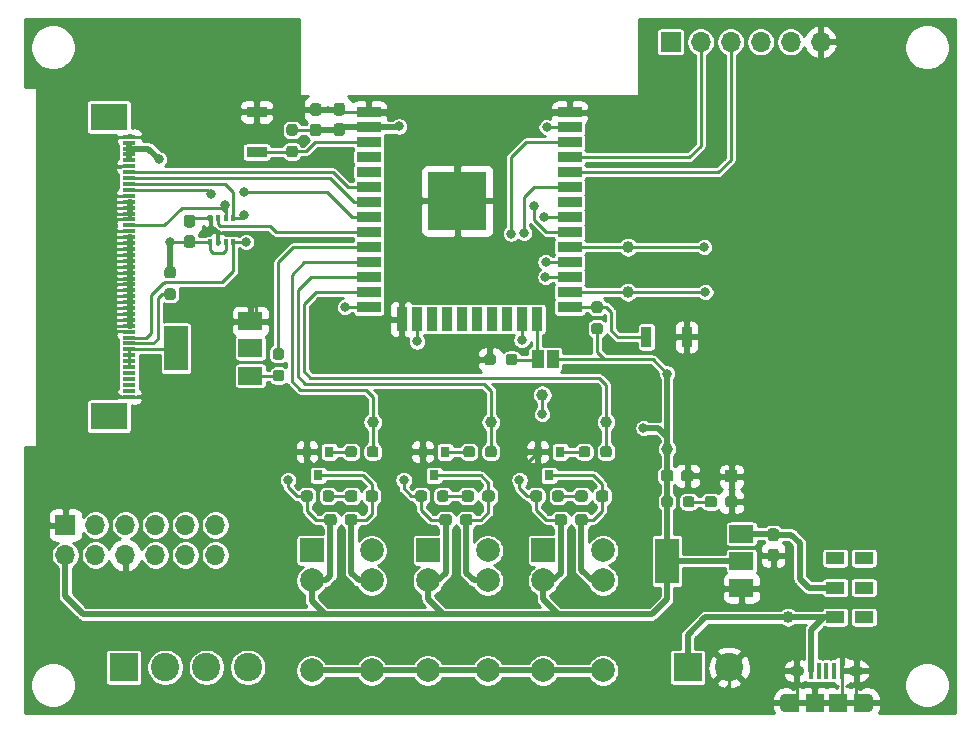
<source format=gbr>
%TF.GenerationSoftware,KiCad,Pcbnew,(5.1.8)-1*%
%TF.CreationDate,2020-12-21T03:10:23-08:00*%
%TF.ProjectId,openThermostat,6f70656e-5468-4657-926d-6f737461742e,rev?*%
%TF.SameCoordinates,Original*%
%TF.FileFunction,Copper,L1,Top*%
%TF.FilePolarity,Positive*%
%FSLAX46Y46*%
G04 Gerber Fmt 4.6, Leading zero omitted, Abs format (unit mm)*
G04 Created by KiCad (PCBNEW (5.1.8)-1) date 2020-12-21 03:10:23*
%MOMM*%
%LPD*%
G01*
G04 APERTURE LIST*
%TA.AperFunction,SMDPad,CuDef*%
%ADD10R,5.000000X5.000000*%
%TD*%
%TA.AperFunction,SMDPad,CuDef*%
%ADD11R,2.000000X0.900000*%
%TD*%
%TA.AperFunction,SMDPad,CuDef*%
%ADD12R,0.900000X2.000000*%
%TD*%
%TA.AperFunction,ComponentPad*%
%ADD13R,1.700000X1.700000*%
%TD*%
%TA.AperFunction,ComponentPad*%
%ADD14O,1.700000X1.700000*%
%TD*%
%TA.AperFunction,SMDPad,CuDef*%
%ADD15R,1.700000X0.900000*%
%TD*%
%TA.AperFunction,SMDPad,CuDef*%
%ADD16R,0.400000X1.350000*%
%TD*%
%TA.AperFunction,ComponentPad*%
%ADD17O,1.250000X0.950000*%
%TD*%
%TA.AperFunction,SMDPad,CuDef*%
%ADD18R,1.500000X1.550000*%
%TD*%
%TA.AperFunction,SMDPad,CuDef*%
%ADD19R,1.200000X1.550000*%
%TD*%
%TA.AperFunction,ComponentPad*%
%ADD20O,0.890000X1.550000*%
%TD*%
%TA.AperFunction,SMDPad,CuDef*%
%ADD21R,1.100000X0.300000*%
%TD*%
%TA.AperFunction,SMDPad,CuDef*%
%ADD22R,3.100000X2.300000*%
%TD*%
%TA.AperFunction,ComponentPad*%
%ADD23R,2.400000X2.400000*%
%TD*%
%TA.AperFunction,ComponentPad*%
%ADD24C,2.400000*%
%TD*%
%TA.AperFunction,SMDPad,CuDef*%
%ADD25R,1.000000X1.500000*%
%TD*%
%TA.AperFunction,ComponentPad*%
%ADD26C,2.000000*%
%TD*%
%TA.AperFunction,ComponentPad*%
%ADD27R,2.000000X2.000000*%
%TD*%
%TA.AperFunction,SMDPad,CuDef*%
%ADD28R,0.800000X0.900000*%
%TD*%
%TA.AperFunction,SMDPad,CuDef*%
%ADD29R,2.000000X1.500000*%
%TD*%
%TA.AperFunction,SMDPad,CuDef*%
%ADD30R,2.000000X3.800000*%
%TD*%
%TA.AperFunction,SMDPad,CuDef*%
%ADD31R,1.000000X1.000000*%
%TD*%
%TA.AperFunction,SMDPad,CuDef*%
%ADD32C,1.000000*%
%TD*%
%TA.AperFunction,SMDPad,CuDef*%
%ADD33R,0.350000X0.500000*%
%TD*%
%TA.AperFunction,SMDPad,CuDef*%
%ADD34R,1.600000X1.000000*%
%TD*%
%TA.AperFunction,SMDPad,CuDef*%
%ADD35R,0.900000X1.700000*%
%TD*%
%TA.AperFunction,ViaPad*%
%ADD36C,0.800000*%
%TD*%
%TA.AperFunction,Conductor*%
%ADD37C,0.500000*%
%TD*%
%TA.AperFunction,Conductor*%
%ADD38C,0.250000*%
%TD*%
%TA.AperFunction,Conductor*%
%ADD39C,0.254000*%
%TD*%
%TA.AperFunction,Conductor*%
%ADD40C,0.100000*%
%TD*%
G04 APERTURE END LIST*
D10*
%TO.P,U1,39*%
%TO.N,GND*%
X127250000Y-66000000D03*
D11*
%TO.P,U1,1*%
X119750000Y-58500000D03*
%TO.P,U1,2*%
%TO.N,+3V3*%
X119750000Y-59770000D03*
%TO.P,U1,3*%
%TO.N,/RST*%
X119750000Y-61040000D03*
%TO.P,U1,4*%
%TO.N,Net-(U1-Pad4)*%
X119750000Y-62310000D03*
%TO.P,U1,5*%
%TO.N,Net-(U1-Pad5)*%
X119750000Y-63580000D03*
%TO.P,U1,6*%
%TO.N,/SCR_RST*%
X119750000Y-64850000D03*
%TO.P,U1,7*%
%TO.N,/SCR_CS*%
X119750000Y-66120000D03*
%TO.P,U1,8*%
%TO.N,/SCR_RS*%
X119750000Y-67390000D03*
%TO.P,U1,9*%
%TO.N,/SNS_CS*%
X119750000Y-68660000D03*
%TO.P,U1,10*%
%TO.N,/SCR_BLGHT*%
X119750000Y-69930000D03*
%TO.P,U1,11*%
%TO.N,/HEAT*%
X119750000Y-71200000D03*
%TO.P,U1,12*%
%TO.N,/COOL*%
X119750000Y-72470000D03*
%TO.P,U1,13*%
%TO.N,/FAN*%
X119750000Y-73740000D03*
%TO.P,U1,14*%
%TO.N,/IO12*%
X119750000Y-75010000D03*
D12*
%TO.P,U1,15*%
%TO.N,GND*%
X122535000Y-76010000D03*
%TO.P,U1,16*%
%TO.N,/IO13*%
X123805000Y-76010000D03*
%TO.P,U1,17*%
%TO.N,Net-(U1-Pad17)*%
X125075000Y-76010000D03*
%TO.P,U1,18*%
%TO.N,Net-(U1-Pad18)*%
X126345000Y-76010000D03*
%TO.P,U1,19*%
%TO.N,Net-(U1-Pad19)*%
X127615000Y-76010000D03*
%TO.P,U1,20*%
%TO.N,Net-(U1-Pad20)*%
X128885000Y-76010000D03*
%TO.P,U1,21*%
%TO.N,Net-(U1-Pad21)*%
X130155000Y-76010000D03*
%TO.P,U1,22*%
%TO.N,Net-(U1-Pad22)*%
X131425000Y-76010000D03*
%TO.P,U1,23*%
%TO.N,/MULTI_BTN*%
X132695000Y-76010000D03*
%TO.P,U1,24*%
%TO.N,/FCTRY_RST*%
X133965000Y-76010000D03*
D11*
%TO.P,U1,25*%
%TO.N,/PRGM*%
X136750000Y-75010000D03*
%TO.P,U1,26*%
%TO.N,/DOWN_BTN*%
X136750000Y-73740000D03*
%TO.P,U1,27*%
%TO.N,/RX2*%
X136750000Y-72470000D03*
%TO.P,U1,28*%
%TO.N,/TX2*%
X136750000Y-71200000D03*
%TO.P,U1,29*%
%TO.N,/UP_BTN*%
X136750000Y-69930000D03*
%TO.P,U1,30*%
%TO.N,/SCK*%
X136750000Y-68660000D03*
%TO.P,U1,31*%
%TO.N,/MISO*%
X136750000Y-67390000D03*
%TO.P,U1,32*%
%TO.N,Net-(U1-Pad32)*%
X136750000Y-66120000D03*
%TO.P,U1,33*%
%TO.N,/SDA*%
X136750000Y-64850000D03*
%TO.P,U1,34*%
%TO.N,/RX*%
X136750000Y-63580000D03*
%TO.P,U1,35*%
%TO.N,/TX*%
X136750000Y-62310000D03*
%TO.P,U1,36*%
%TO.N,/SCL*%
X136750000Y-61040000D03*
%TO.P,U1,37*%
%TO.N,/MOSI*%
X136750000Y-59770000D03*
%TO.P,U1,38*%
%TO.N,GND*%
X136750000Y-58500000D03*
%TD*%
D13*
%TO.P,J3,1*%
%TO.N,GND*%
X94050000Y-93450000D03*
D14*
%TO.P,J3,2*%
%TO.N,+3V3*%
X94050000Y-95990000D03*
%TO.P,J3,3*%
%TO.N,/MOSI*%
X96590000Y-93450000D03*
%TO.P,J3,4*%
%TO.N,/SCK*%
X96590000Y-95990000D03*
%TO.P,J3,5*%
%TO.N,/MISO*%
X99130000Y-93450000D03*
%TO.P,J3,6*%
%TO.N,GND*%
X99130000Y-95990000D03*
%TO.P,J3,7*%
%TO.N,/IO12*%
X101670000Y-93450000D03*
%TO.P,J3,8*%
%TO.N,/IO13*%
X101670000Y-95990000D03*
%TO.P,J3,9*%
%TO.N,/SCL*%
X104210000Y-93450000D03*
%TO.P,J3,10*%
%TO.N,/SDA*%
X104210000Y-95990000D03*
%TO.P,J3,11*%
%TO.N,/TX2*%
X106750000Y-93450000D03*
%TO.P,J3,12*%
%TO.N,/RX2*%
X106750000Y-95990000D03*
%TD*%
D15*
%TO.P,SW5,1*%
%TO.N,GND*%
X110250000Y-58470000D03*
%TO.P,SW5,2*%
%TO.N,/RST*%
X110250000Y-61870000D03*
%TD*%
D16*
%TO.P,J6,1*%
%TO.N,Net-(J5-Pad1)*%
X157200000Y-105800000D03*
%TO.P,J6,2*%
%TO.N,Net-(J6-Pad2)*%
X157850000Y-105800000D03*
%TO.P,J6,3*%
%TO.N,Net-(J6-Pad3)*%
X158500000Y-105800000D03*
%TO.P,J6,4*%
%TO.N,Net-(J6-Pad4)*%
X159150000Y-105800000D03*
%TO.P,J6,5*%
%TO.N,GND*%
X159800000Y-105800000D03*
D17*
%TO.P,J6,6*%
X156000000Y-105800000D03*
X161000000Y-105800000D03*
D18*
X157500000Y-108500000D03*
X159500000Y-108500000D03*
D19*
X155600000Y-108500000D03*
X161400000Y-108500000D03*
D20*
X155000000Y-108500000D03*
X162000000Y-108500000D03*
%TD*%
%TO.P,C1,2*%
%TO.N,GND*%
%TA.AperFunction,SMDPad,CuDef*%
G36*
G01*
X153762500Y-95462500D02*
X154237500Y-95462500D01*
G75*
G02*
X154475000Y-95700000I0J-237500D01*
G01*
X154475000Y-96300000D01*
G75*
G02*
X154237500Y-96537500I-237500J0D01*
G01*
X153762500Y-96537500D01*
G75*
G02*
X153525000Y-96300000I0J237500D01*
G01*
X153525000Y-95700000D01*
G75*
G02*
X153762500Y-95462500I237500J0D01*
G01*
G37*
%TD.AperFunction*%
%TO.P,C1,1*%
%TO.N,Net-(C1-Pad1)*%
%TA.AperFunction,SMDPad,CuDef*%
G36*
G01*
X153762500Y-93737500D02*
X154237500Y-93737500D01*
G75*
G02*
X154475000Y-93975000I0J-237500D01*
G01*
X154475000Y-94575000D01*
G75*
G02*
X154237500Y-94812500I-237500J0D01*
G01*
X153762500Y-94812500D01*
G75*
G02*
X153525000Y-94575000I0J237500D01*
G01*
X153525000Y-93975000D01*
G75*
G02*
X153762500Y-93737500I237500J0D01*
G01*
G37*
%TD.AperFunction*%
%TD*%
%TO.P,C2,1*%
%TO.N,+3V3*%
%TA.AperFunction,SMDPad,CuDef*%
G36*
G01*
X144462500Y-89512500D02*
X144462500Y-89037500D01*
G75*
G02*
X144700000Y-88800000I237500J0D01*
G01*
X145300000Y-88800000D01*
G75*
G02*
X145537500Y-89037500I0J-237500D01*
G01*
X145537500Y-89512500D01*
G75*
G02*
X145300000Y-89750000I-237500J0D01*
G01*
X144700000Y-89750000D01*
G75*
G02*
X144462500Y-89512500I0J237500D01*
G01*
G37*
%TD.AperFunction*%
%TO.P,C2,2*%
%TO.N,GND*%
%TA.AperFunction,SMDPad,CuDef*%
G36*
G01*
X146187500Y-89512500D02*
X146187500Y-89037500D01*
G75*
G02*
X146425000Y-88800000I237500J0D01*
G01*
X147025000Y-88800000D01*
G75*
G02*
X147262500Y-89037500I0J-237500D01*
G01*
X147262500Y-89512500D01*
G75*
G02*
X147025000Y-89750000I-237500J0D01*
G01*
X146425000Y-89750000D01*
G75*
G02*
X146187500Y-89512500I0J237500D01*
G01*
G37*
%TD.AperFunction*%
%TD*%
%TO.P,C3,1*%
%TO.N,+3V3*%
%TA.AperFunction,SMDPad,CuDef*%
G36*
G01*
X117487500Y-60512500D02*
X117012500Y-60512500D01*
G75*
G02*
X116775000Y-60275000I0J237500D01*
G01*
X116775000Y-59675000D01*
G75*
G02*
X117012500Y-59437500I237500J0D01*
G01*
X117487500Y-59437500D01*
G75*
G02*
X117725000Y-59675000I0J-237500D01*
G01*
X117725000Y-60275000D01*
G75*
G02*
X117487500Y-60512500I-237500J0D01*
G01*
G37*
%TD.AperFunction*%
%TO.P,C3,2*%
%TO.N,GND*%
%TA.AperFunction,SMDPad,CuDef*%
G36*
G01*
X117487500Y-58787500D02*
X117012500Y-58787500D01*
G75*
G02*
X116775000Y-58550000I0J237500D01*
G01*
X116775000Y-57950000D01*
G75*
G02*
X117012500Y-57712500I237500J0D01*
G01*
X117487500Y-57712500D01*
G75*
G02*
X117725000Y-57950000I0J-237500D01*
G01*
X117725000Y-58550000D01*
G75*
G02*
X117487500Y-58787500I-237500J0D01*
G01*
G37*
%TD.AperFunction*%
%TD*%
%TO.P,C4,2*%
%TO.N,GND*%
%TA.AperFunction,SMDPad,CuDef*%
G36*
G01*
X115487500Y-58812500D02*
X115012500Y-58812500D01*
G75*
G02*
X114775000Y-58575000I0J237500D01*
G01*
X114775000Y-57975000D01*
G75*
G02*
X115012500Y-57737500I237500J0D01*
G01*
X115487500Y-57737500D01*
G75*
G02*
X115725000Y-57975000I0J-237500D01*
G01*
X115725000Y-58575000D01*
G75*
G02*
X115487500Y-58812500I-237500J0D01*
G01*
G37*
%TD.AperFunction*%
%TO.P,C4,1*%
%TO.N,+3V3*%
%TA.AperFunction,SMDPad,CuDef*%
G36*
G01*
X115487500Y-60537500D02*
X115012500Y-60537500D01*
G75*
G02*
X114775000Y-60300000I0J237500D01*
G01*
X114775000Y-59700000D01*
G75*
G02*
X115012500Y-59462500I237500J0D01*
G01*
X115487500Y-59462500D01*
G75*
G02*
X115725000Y-59700000I0J-237500D01*
G01*
X115725000Y-60300000D01*
G75*
G02*
X115487500Y-60537500I-237500J0D01*
G01*
G37*
%TD.AperFunction*%
%TD*%
%TO.P,D1,1*%
%TO.N,+3V3*%
%TA.AperFunction,SMDPad,CuDef*%
G36*
G01*
X115975000Y-93237500D02*
X115975000Y-92762500D01*
G75*
G02*
X116212500Y-92525000I237500J0D01*
G01*
X116787500Y-92525000D01*
G75*
G02*
X117025000Y-92762500I0J-237500D01*
G01*
X117025000Y-93237500D01*
G75*
G02*
X116787500Y-93475000I-237500J0D01*
G01*
X116212500Y-93475000D01*
G75*
G02*
X115975000Y-93237500I0J237500D01*
G01*
G37*
%TD.AperFunction*%
%TO.P,D1,2*%
%TO.N,Net-(D1-Pad2)*%
%TA.AperFunction,SMDPad,CuDef*%
G36*
G01*
X117725000Y-93237500D02*
X117725000Y-92762500D01*
G75*
G02*
X117962500Y-92525000I237500J0D01*
G01*
X118537500Y-92525000D01*
G75*
G02*
X118775000Y-92762500I0J-237500D01*
G01*
X118775000Y-93237500D01*
G75*
G02*
X118537500Y-93475000I-237500J0D01*
G01*
X117962500Y-93475000D01*
G75*
G02*
X117725000Y-93237500I0J237500D01*
G01*
G37*
%TD.AperFunction*%
%TD*%
%TO.P,D2,2*%
%TO.N,Net-(D2-Pad2)*%
%TA.AperFunction,SMDPad,CuDef*%
G36*
G01*
X118775000Y-90762500D02*
X118775000Y-91237500D01*
G75*
G02*
X118537500Y-91475000I-237500J0D01*
G01*
X117962500Y-91475000D01*
G75*
G02*
X117725000Y-91237500I0J237500D01*
G01*
X117725000Y-90762500D01*
G75*
G02*
X117962500Y-90525000I237500J0D01*
G01*
X118537500Y-90525000D01*
G75*
G02*
X118775000Y-90762500I0J-237500D01*
G01*
G37*
%TD.AperFunction*%
%TO.P,D2,1*%
%TO.N,Net-(D1-Pad2)*%
%TA.AperFunction,SMDPad,CuDef*%
G36*
G01*
X120525000Y-90762500D02*
X120525000Y-91237500D01*
G75*
G02*
X120287500Y-91475000I-237500J0D01*
G01*
X119712500Y-91475000D01*
G75*
G02*
X119475000Y-91237500I0J237500D01*
G01*
X119475000Y-90762500D01*
G75*
G02*
X119712500Y-90525000I237500J0D01*
G01*
X120287500Y-90525000D01*
G75*
G02*
X120525000Y-90762500I0J-237500D01*
G01*
G37*
%TD.AperFunction*%
%TD*%
%TO.P,D3,1*%
%TO.N,+3V3*%
%TA.AperFunction,SMDPad,CuDef*%
G36*
G01*
X125725000Y-93237500D02*
X125725000Y-92762500D01*
G75*
G02*
X125962500Y-92525000I237500J0D01*
G01*
X126537500Y-92525000D01*
G75*
G02*
X126775000Y-92762500I0J-237500D01*
G01*
X126775000Y-93237500D01*
G75*
G02*
X126537500Y-93475000I-237500J0D01*
G01*
X125962500Y-93475000D01*
G75*
G02*
X125725000Y-93237500I0J237500D01*
G01*
G37*
%TD.AperFunction*%
%TO.P,D3,2*%
%TO.N,Net-(D3-Pad2)*%
%TA.AperFunction,SMDPad,CuDef*%
G36*
G01*
X127475000Y-93237500D02*
X127475000Y-92762500D01*
G75*
G02*
X127712500Y-92525000I237500J0D01*
G01*
X128287500Y-92525000D01*
G75*
G02*
X128525000Y-92762500I0J-237500D01*
G01*
X128525000Y-93237500D01*
G75*
G02*
X128287500Y-93475000I-237500J0D01*
G01*
X127712500Y-93475000D01*
G75*
G02*
X127475000Y-93237500I0J237500D01*
G01*
G37*
%TD.AperFunction*%
%TD*%
%TO.P,D4,2*%
%TO.N,Net-(D4-Pad2)*%
%TA.AperFunction,SMDPad,CuDef*%
G36*
G01*
X128650000Y-90762500D02*
X128650000Y-91237500D01*
G75*
G02*
X128412500Y-91475000I-237500J0D01*
G01*
X127837500Y-91475000D01*
G75*
G02*
X127600000Y-91237500I0J237500D01*
G01*
X127600000Y-90762500D01*
G75*
G02*
X127837500Y-90525000I237500J0D01*
G01*
X128412500Y-90525000D01*
G75*
G02*
X128650000Y-90762500I0J-237500D01*
G01*
G37*
%TD.AperFunction*%
%TO.P,D4,1*%
%TO.N,Net-(D3-Pad2)*%
%TA.AperFunction,SMDPad,CuDef*%
G36*
G01*
X130400000Y-90762500D02*
X130400000Y-91237500D01*
G75*
G02*
X130162500Y-91475000I-237500J0D01*
G01*
X129587500Y-91475000D01*
G75*
G02*
X129350000Y-91237500I0J237500D01*
G01*
X129350000Y-90762500D01*
G75*
G02*
X129587500Y-90525000I237500J0D01*
G01*
X130162500Y-90525000D01*
G75*
G02*
X130400000Y-90762500I0J-237500D01*
G01*
G37*
%TD.AperFunction*%
%TD*%
%TO.P,D5,2*%
%TO.N,Net-(D5-Pad2)*%
%TA.AperFunction,SMDPad,CuDef*%
G36*
G01*
X137225000Y-93237500D02*
X137225000Y-92762500D01*
G75*
G02*
X137462500Y-92525000I237500J0D01*
G01*
X138037500Y-92525000D01*
G75*
G02*
X138275000Y-92762500I0J-237500D01*
G01*
X138275000Y-93237500D01*
G75*
G02*
X138037500Y-93475000I-237500J0D01*
G01*
X137462500Y-93475000D01*
G75*
G02*
X137225000Y-93237500I0J237500D01*
G01*
G37*
%TD.AperFunction*%
%TO.P,D5,1*%
%TO.N,+3V3*%
%TA.AperFunction,SMDPad,CuDef*%
G36*
G01*
X135475000Y-93237500D02*
X135475000Y-92762500D01*
G75*
G02*
X135712500Y-92525000I237500J0D01*
G01*
X136287500Y-92525000D01*
G75*
G02*
X136525000Y-92762500I0J-237500D01*
G01*
X136525000Y-93237500D01*
G75*
G02*
X136287500Y-93475000I-237500J0D01*
G01*
X135712500Y-93475000D01*
G75*
G02*
X135475000Y-93237500I0J237500D01*
G01*
G37*
%TD.AperFunction*%
%TD*%
%TO.P,D6,1*%
%TO.N,Net-(D5-Pad2)*%
%TA.AperFunction,SMDPad,CuDef*%
G36*
G01*
X140025000Y-90762500D02*
X140025000Y-91237500D01*
G75*
G02*
X139787500Y-91475000I-237500J0D01*
G01*
X139212500Y-91475000D01*
G75*
G02*
X138975000Y-91237500I0J237500D01*
G01*
X138975000Y-90762500D01*
G75*
G02*
X139212500Y-90525000I237500J0D01*
G01*
X139787500Y-90525000D01*
G75*
G02*
X140025000Y-90762500I0J-237500D01*
G01*
G37*
%TD.AperFunction*%
%TO.P,D6,2*%
%TO.N,Net-(D6-Pad2)*%
%TA.AperFunction,SMDPad,CuDef*%
G36*
G01*
X138275000Y-90762500D02*
X138275000Y-91237500D01*
G75*
G02*
X138037500Y-91475000I-237500J0D01*
G01*
X137462500Y-91475000D01*
G75*
G02*
X137225000Y-91237500I0J237500D01*
G01*
X137225000Y-90762500D01*
G75*
G02*
X137462500Y-90525000I237500J0D01*
G01*
X138037500Y-90525000D01*
G75*
G02*
X138275000Y-90762500I0J-237500D01*
G01*
G37*
%TD.AperFunction*%
%TD*%
%TO.P,D7,1*%
%TO.N,GND*%
%TA.AperFunction,SMDPad,CuDef*%
G36*
G01*
X150975000Y-91237500D02*
X150975000Y-91712500D01*
G75*
G02*
X150737500Y-91950000I-237500J0D01*
G01*
X150162500Y-91950000D01*
G75*
G02*
X149925000Y-91712500I0J237500D01*
G01*
X149925000Y-91237500D01*
G75*
G02*
X150162500Y-91000000I237500J0D01*
G01*
X150737500Y-91000000D01*
G75*
G02*
X150975000Y-91237500I0J-237500D01*
G01*
G37*
%TD.AperFunction*%
%TO.P,D7,2*%
%TO.N,Net-(D7-Pad2)*%
%TA.AperFunction,SMDPad,CuDef*%
G36*
G01*
X149225000Y-91237500D02*
X149225000Y-91712500D01*
G75*
G02*
X148987500Y-91950000I-237500J0D01*
G01*
X148412500Y-91950000D01*
G75*
G02*
X148175000Y-91712500I0J237500D01*
G01*
X148175000Y-91237500D01*
G75*
G02*
X148412500Y-91000000I237500J0D01*
G01*
X148987500Y-91000000D01*
G75*
G02*
X149225000Y-91237500I0J-237500D01*
G01*
G37*
%TD.AperFunction*%
%TD*%
D13*
%TO.P,J1,1*%
%TO.N,Net-(J1-Pad1)*%
X145300000Y-52550000D03*
D14*
%TO.P,J1,2*%
%TO.N,/TX*%
X147840000Y-52550000D03*
%TO.P,J1,3*%
%TO.N,/RX*%
X150380000Y-52550000D03*
%TO.P,J1,4*%
%TO.N,+3V3*%
X152920000Y-52550000D03*
%TO.P,J1,5*%
%TO.N,Net-(J1-Pad5)*%
X155460000Y-52550000D03*
%TO.P,J1,6*%
%TO.N,GND*%
X158000000Y-52550000D03*
%TD*%
D21*
%TO.P,J2,1*%
%TO.N,GND*%
X99450000Y-60580000D03*
%TO.P,J2,2*%
%TO.N,+3V3*%
X99450000Y-61080000D03*
%TO.P,J2,3*%
X99450000Y-61580000D03*
%TO.P,J2,4*%
X99450000Y-62080000D03*
%TO.P,J2,5*%
X99450000Y-62580000D03*
%TO.P,J2,6*%
%TO.N,GND*%
X99450000Y-63080000D03*
%TO.P,J2,7*%
%TO.N,/SCR_RST*%
X99450000Y-63580000D03*
%TO.P,J2,8*%
%TO.N,/SCR_CS*%
X99450000Y-64080000D03*
%TO.P,J2,9*%
%TO.N,/SCK*%
X99450000Y-64580000D03*
%TO.P,J2,10*%
%TO.N,/SCR_RS*%
X99450000Y-65080000D03*
%TO.P,J2,11*%
%TO.N,GND*%
X99450000Y-65580000D03*
%TO.P,J2,12*%
X99450000Y-66080000D03*
%TO.P,J2,13*%
X99450000Y-66580000D03*
%TO.P,J2,14*%
X99450000Y-67080000D03*
%TO.P,J2,15*%
X99450000Y-67580000D03*
%TO.P,J2,16*%
%TO.N,/MOSI*%
X99450000Y-68080000D03*
%TO.P,J2,17*%
%TO.N,GND*%
X99450000Y-68580000D03*
%TO.P,J2,18*%
X99450000Y-69080000D03*
%TO.P,J2,19*%
X99450000Y-69580000D03*
%TO.P,J2,20*%
X99450000Y-70080000D03*
%TO.P,J2,21*%
X99450000Y-70580000D03*
%TO.P,J2,22*%
X99450000Y-71080000D03*
%TO.P,J2,23*%
X99450000Y-71580000D03*
%TO.P,J2,24*%
X99450000Y-72080000D03*
%TO.P,J2,25*%
X99450000Y-72580000D03*
%TO.P,J2,26*%
X99450000Y-73080000D03*
%TO.P,J2,27*%
X99450000Y-73580000D03*
%TO.P,J2,28*%
X99450000Y-74080000D03*
%TO.P,J2,29*%
X99450000Y-74580000D03*
%TO.P,J2,30*%
X99450000Y-75080000D03*
%TO.P,J2,31*%
X99450000Y-75580000D03*
%TO.P,J2,32*%
X99450000Y-76080000D03*
%TO.P,J2,33*%
X99450000Y-76580000D03*
%TO.P,J2,34*%
X99450000Y-77080000D03*
%TO.P,J2,35*%
%TO.N,/MISO*%
X99450000Y-77580000D03*
%TO.P,J2,36*%
%TO.N,Net-(J2-Pad36)*%
X99450000Y-78080000D03*
%TO.P,J2,37*%
%TO.N,Net-(J2-Pad37)*%
X99450000Y-78580000D03*
%TO.P,J2,38*%
X99450000Y-79080000D03*
%TO.P,J2,39*%
X99450000Y-79580000D03*
%TO.P,J2,40*%
X99450000Y-80080000D03*
%TO.P,J2,41*%
%TO.N,Net-(J2-Pad41)*%
X99450000Y-80580000D03*
%TO.P,J2,42*%
%TO.N,Net-(J2-Pad42)*%
X99450000Y-81080000D03*
%TO.P,J2,43*%
%TO.N,Net-(J2-Pad43)*%
X99450000Y-81580000D03*
%TO.P,J2,44*%
%TO.N,Net-(J2-Pad44)*%
X99450000Y-82080000D03*
%TO.P,J2,45*%
%TO.N,GND*%
X99450000Y-82580000D03*
D22*
%TO.P,J2,MP*%
%TO.N,N/C*%
X97750000Y-58910000D03*
X97750000Y-84250000D03*
%TD*%
D23*
%TO.P,J4,1*%
%TO.N,/CONT_COM*%
X99000000Y-105500000D03*
D24*
%TO.P,J4,2*%
%TO.N,/CONT_HEAT*%
X102500000Y-105500000D03*
%TO.P,J4,3*%
%TO.N,/CONT_COOL*%
X106000000Y-105500000D03*
%TO.P,J4,4*%
%TO.N,/CONT_FAN*%
X109500000Y-105500000D03*
%TD*%
D23*
%TO.P,J5,1*%
%TO.N,Net-(J5-Pad1)*%
X146750000Y-105500000D03*
D24*
%TO.P,J5,2*%
%TO.N,GND*%
X150250000Y-105500000D03*
%TD*%
D25*
%TO.P,JP1,2*%
%TO.N,/FCTRY_RST*%
X134040000Y-79430000D03*
%TO.P,JP1,1*%
%TO.N,+3V3*%
X135340000Y-79430000D03*
%TD*%
D26*
%TO.P,K1,10*%
%TO.N,/CONT_HEAT*%
X120000000Y-95590000D03*
%TO.P,K1,9*%
%TO.N,Net-(D1-Pad2)*%
X120000000Y-98130000D03*
D27*
%TO.P,K1,1*%
%TO.N,Net-(K1-Pad1)*%
X114920000Y-95590000D03*
D26*
%TO.P,K1,2*%
%TO.N,+3V3*%
X114920000Y-98130000D03*
%TO.P,K1,6*%
%TO.N,/CONT_COM*%
X120000000Y-105750000D03*
%TO.P,K1,5*%
X114920000Y-105750000D03*
%TD*%
%TO.P,K2,10*%
%TO.N,/CONT_COOL*%
X129830000Y-95590000D03*
%TO.P,K2,9*%
%TO.N,Net-(D3-Pad2)*%
X129830000Y-98130000D03*
D27*
%TO.P,K2,1*%
%TO.N,Net-(K2-Pad1)*%
X124750000Y-95590000D03*
D26*
%TO.P,K2,2*%
%TO.N,+3V3*%
X124750000Y-98130000D03*
%TO.P,K2,6*%
%TO.N,/CONT_COM*%
X129830000Y-105750000D03*
%TO.P,K2,5*%
X124750000Y-105750000D03*
%TD*%
%TO.P,K3,5*%
%TO.N,/CONT_COM*%
X134500000Y-105750000D03*
%TO.P,K3,6*%
X139580000Y-105750000D03*
%TO.P,K3,2*%
%TO.N,+3V3*%
X134500000Y-98130000D03*
D27*
%TO.P,K3,1*%
%TO.N,Net-(K3-Pad1)*%
X134500000Y-95590000D03*
D26*
%TO.P,K3,9*%
%TO.N,Net-(D5-Pad2)*%
X139580000Y-98130000D03*
%TO.P,K3,10*%
%TO.N,/CONT_FAN*%
X139580000Y-95590000D03*
%TD*%
D28*
%TO.P,Q1,3*%
%TO.N,Net-(D1-Pad2)*%
X115450000Y-89250000D03*
%TO.P,Q1,2*%
%TO.N,GND*%
X114500000Y-87250000D03*
%TO.P,Q1,1*%
%TO.N,Net-(Q1-Pad1)*%
X116400000Y-87250000D03*
%TD*%
%TO.P,Q2,1*%
%TO.N,Net-(Q2-Pad1)*%
X126200000Y-87250000D03*
%TO.P,Q2,2*%
%TO.N,GND*%
X124300000Y-87250000D03*
%TO.P,Q2,3*%
%TO.N,Net-(D3-Pad2)*%
X125250000Y-89250000D03*
%TD*%
%TO.P,Q3,1*%
%TO.N,Net-(Q3-Pad1)*%
X135950000Y-87250000D03*
%TO.P,Q3,2*%
%TO.N,GND*%
X134050000Y-87250000D03*
%TO.P,Q3,3*%
%TO.N,Net-(D5-Pad2)*%
X135000000Y-89250000D03*
%TD*%
D29*
%TO.P,Q4,1*%
%TO.N,Net-(Q4-Pad1)*%
X109725000Y-80800000D03*
%TO.P,Q4,3*%
%TO.N,GND*%
X109725000Y-76200000D03*
%TO.P,Q4,2*%
%TO.N,Net-(J2-Pad37)*%
X109725000Y-78500000D03*
D30*
X103425000Y-78500000D03*
%TD*%
%TO.P,R1,2*%
%TO.N,Net-(Q1-Pad1)*%
%TA.AperFunction,SMDPad,CuDef*%
G36*
G01*
X118737500Y-87012500D02*
X118737500Y-87487500D01*
G75*
G02*
X118500000Y-87725000I-237500J0D01*
G01*
X118000000Y-87725000D01*
G75*
G02*
X117762500Y-87487500I0J237500D01*
G01*
X117762500Y-87012500D01*
G75*
G02*
X118000000Y-86775000I237500J0D01*
G01*
X118500000Y-86775000D01*
G75*
G02*
X118737500Y-87012500I0J-237500D01*
G01*
G37*
%TD.AperFunction*%
%TO.P,R1,1*%
%TO.N,/HEAT*%
%TA.AperFunction,SMDPad,CuDef*%
G36*
G01*
X120562500Y-87012500D02*
X120562500Y-87487500D01*
G75*
G02*
X120325000Y-87725000I-237500J0D01*
G01*
X119825000Y-87725000D01*
G75*
G02*
X119587500Y-87487500I0J237500D01*
G01*
X119587500Y-87012500D01*
G75*
G02*
X119825000Y-86775000I237500J0D01*
G01*
X120325000Y-86775000D01*
G75*
G02*
X120562500Y-87012500I0J-237500D01*
G01*
G37*
%TD.AperFunction*%
%TD*%
%TO.P,R2,1*%
%TO.N,+3V3*%
%TA.AperFunction,SMDPad,CuDef*%
G36*
G01*
X114012500Y-91237500D02*
X114012500Y-90762500D01*
G75*
G02*
X114250000Y-90525000I237500J0D01*
G01*
X114750000Y-90525000D01*
G75*
G02*
X114987500Y-90762500I0J-237500D01*
G01*
X114987500Y-91237500D01*
G75*
G02*
X114750000Y-91475000I-237500J0D01*
G01*
X114250000Y-91475000D01*
G75*
G02*
X114012500Y-91237500I0J237500D01*
G01*
G37*
%TD.AperFunction*%
%TO.P,R2,2*%
%TO.N,Net-(D2-Pad2)*%
%TA.AperFunction,SMDPad,CuDef*%
G36*
G01*
X115837500Y-91237500D02*
X115837500Y-90762500D01*
G75*
G02*
X116075000Y-90525000I237500J0D01*
G01*
X116575000Y-90525000D01*
G75*
G02*
X116812500Y-90762500I0J-237500D01*
G01*
X116812500Y-91237500D01*
G75*
G02*
X116575000Y-91475000I-237500J0D01*
G01*
X116075000Y-91475000D01*
G75*
G02*
X115837500Y-91237500I0J237500D01*
G01*
G37*
%TD.AperFunction*%
%TD*%
%TO.P,R3,1*%
%TO.N,/COOL*%
%TA.AperFunction,SMDPad,CuDef*%
G36*
G01*
X130562500Y-87012500D02*
X130562500Y-87487500D01*
G75*
G02*
X130325000Y-87725000I-237500J0D01*
G01*
X129825000Y-87725000D01*
G75*
G02*
X129587500Y-87487500I0J237500D01*
G01*
X129587500Y-87012500D01*
G75*
G02*
X129825000Y-86775000I237500J0D01*
G01*
X130325000Y-86775000D01*
G75*
G02*
X130562500Y-87012500I0J-237500D01*
G01*
G37*
%TD.AperFunction*%
%TO.P,R3,2*%
%TO.N,Net-(Q2-Pad1)*%
%TA.AperFunction,SMDPad,CuDef*%
G36*
G01*
X128737500Y-87012500D02*
X128737500Y-87487500D01*
G75*
G02*
X128500000Y-87725000I-237500J0D01*
G01*
X128000000Y-87725000D01*
G75*
G02*
X127762500Y-87487500I0J237500D01*
G01*
X127762500Y-87012500D01*
G75*
G02*
X128000000Y-86775000I237500J0D01*
G01*
X128500000Y-86775000D01*
G75*
G02*
X128737500Y-87012500I0J-237500D01*
G01*
G37*
%TD.AperFunction*%
%TD*%
%TO.P,R4,2*%
%TO.N,Net-(D4-Pad2)*%
%TA.AperFunction,SMDPad,CuDef*%
G36*
G01*
X125512500Y-91237500D02*
X125512500Y-90762500D01*
G75*
G02*
X125750000Y-90525000I237500J0D01*
G01*
X126250000Y-90525000D01*
G75*
G02*
X126487500Y-90762500I0J-237500D01*
G01*
X126487500Y-91237500D01*
G75*
G02*
X126250000Y-91475000I-237500J0D01*
G01*
X125750000Y-91475000D01*
G75*
G02*
X125512500Y-91237500I0J237500D01*
G01*
G37*
%TD.AperFunction*%
%TO.P,R4,1*%
%TO.N,+3V3*%
%TA.AperFunction,SMDPad,CuDef*%
G36*
G01*
X123687500Y-91237500D02*
X123687500Y-90762500D01*
G75*
G02*
X123925000Y-90525000I237500J0D01*
G01*
X124425000Y-90525000D01*
G75*
G02*
X124662500Y-90762500I0J-237500D01*
G01*
X124662500Y-91237500D01*
G75*
G02*
X124425000Y-91475000I-237500J0D01*
G01*
X123925000Y-91475000D01*
G75*
G02*
X123687500Y-91237500I0J237500D01*
G01*
G37*
%TD.AperFunction*%
%TD*%
%TO.P,R5,1*%
%TO.N,/FAN*%
%TA.AperFunction,SMDPad,CuDef*%
G36*
G01*
X140312500Y-87012500D02*
X140312500Y-87487500D01*
G75*
G02*
X140075000Y-87725000I-237500J0D01*
G01*
X139575000Y-87725000D01*
G75*
G02*
X139337500Y-87487500I0J237500D01*
G01*
X139337500Y-87012500D01*
G75*
G02*
X139575000Y-86775000I237500J0D01*
G01*
X140075000Y-86775000D01*
G75*
G02*
X140312500Y-87012500I0J-237500D01*
G01*
G37*
%TD.AperFunction*%
%TO.P,R5,2*%
%TO.N,Net-(Q3-Pad1)*%
%TA.AperFunction,SMDPad,CuDef*%
G36*
G01*
X138487500Y-87012500D02*
X138487500Y-87487500D01*
G75*
G02*
X138250000Y-87725000I-237500J0D01*
G01*
X137750000Y-87725000D01*
G75*
G02*
X137512500Y-87487500I0J237500D01*
G01*
X137512500Y-87012500D01*
G75*
G02*
X137750000Y-86775000I237500J0D01*
G01*
X138250000Y-86775000D01*
G75*
G02*
X138487500Y-87012500I0J-237500D01*
G01*
G37*
%TD.AperFunction*%
%TD*%
%TO.P,R6,2*%
%TO.N,Net-(D6-Pad2)*%
%TA.AperFunction,SMDPad,CuDef*%
G36*
G01*
X135262500Y-91237500D02*
X135262500Y-90762500D01*
G75*
G02*
X135500000Y-90525000I237500J0D01*
G01*
X136000000Y-90525000D01*
G75*
G02*
X136237500Y-90762500I0J-237500D01*
G01*
X136237500Y-91237500D01*
G75*
G02*
X136000000Y-91475000I-237500J0D01*
G01*
X135500000Y-91475000D01*
G75*
G02*
X135262500Y-91237500I0J237500D01*
G01*
G37*
%TD.AperFunction*%
%TO.P,R6,1*%
%TO.N,+3V3*%
%TA.AperFunction,SMDPad,CuDef*%
G36*
G01*
X133437500Y-91237500D02*
X133437500Y-90762500D01*
G75*
G02*
X133675000Y-90525000I237500J0D01*
G01*
X134175000Y-90525000D01*
G75*
G02*
X134412500Y-90762500I0J-237500D01*
G01*
X134412500Y-91237500D01*
G75*
G02*
X134175000Y-91475000I-237500J0D01*
G01*
X133675000Y-91475000D01*
G75*
G02*
X133437500Y-91237500I0J237500D01*
G01*
G37*
%TD.AperFunction*%
%TD*%
%TO.P,R10,1*%
%TO.N,+3V3*%
%TA.AperFunction,SMDPad,CuDef*%
G36*
G01*
X144512500Y-91717500D02*
X144512500Y-91242500D01*
G75*
G02*
X144750000Y-91005000I237500J0D01*
G01*
X145250000Y-91005000D01*
G75*
G02*
X145487500Y-91242500I0J-237500D01*
G01*
X145487500Y-91717500D01*
G75*
G02*
X145250000Y-91955000I-237500J0D01*
G01*
X144750000Y-91955000D01*
G75*
G02*
X144512500Y-91717500I0J237500D01*
G01*
G37*
%TD.AperFunction*%
%TO.P,R10,2*%
%TO.N,Net-(D7-Pad2)*%
%TA.AperFunction,SMDPad,CuDef*%
G36*
G01*
X146337500Y-91717500D02*
X146337500Y-91242500D01*
G75*
G02*
X146575000Y-91005000I237500J0D01*
G01*
X147075000Y-91005000D01*
G75*
G02*
X147312500Y-91242500I0J-237500D01*
G01*
X147312500Y-91717500D01*
G75*
G02*
X147075000Y-91955000I-237500J0D01*
G01*
X146575000Y-91955000D01*
G75*
G02*
X146337500Y-91717500I0J237500D01*
G01*
G37*
%TD.AperFunction*%
%TD*%
%TO.P,R11,2*%
%TO.N,+3V3*%
%TA.AperFunction,SMDPad,CuDef*%
G36*
G01*
X138832500Y-76332500D02*
X139307500Y-76332500D01*
G75*
G02*
X139545000Y-76570000I0J-237500D01*
G01*
X139545000Y-77070000D01*
G75*
G02*
X139307500Y-77307500I-237500J0D01*
G01*
X138832500Y-77307500D01*
G75*
G02*
X138595000Y-77070000I0J237500D01*
G01*
X138595000Y-76570000D01*
G75*
G02*
X138832500Y-76332500I237500J0D01*
G01*
G37*
%TD.AperFunction*%
%TO.P,R11,1*%
%TO.N,/PRGM*%
%TA.AperFunction,SMDPad,CuDef*%
G36*
G01*
X138832500Y-74507500D02*
X139307500Y-74507500D01*
G75*
G02*
X139545000Y-74745000I0J-237500D01*
G01*
X139545000Y-75245000D01*
G75*
G02*
X139307500Y-75482500I-237500J0D01*
G01*
X138832500Y-75482500D01*
G75*
G02*
X138595000Y-75245000I0J237500D01*
G01*
X138595000Y-74745000D01*
G75*
G02*
X138832500Y-74507500I237500J0D01*
G01*
G37*
%TD.AperFunction*%
%TD*%
%TO.P,R12,1*%
%TO.N,/RST*%
%TA.AperFunction,SMDPad,CuDef*%
G36*
G01*
X113487500Y-62312500D02*
X113012500Y-62312500D01*
G75*
G02*
X112775000Y-62075000I0J237500D01*
G01*
X112775000Y-61575000D01*
G75*
G02*
X113012500Y-61337500I237500J0D01*
G01*
X113487500Y-61337500D01*
G75*
G02*
X113725000Y-61575000I0J-237500D01*
G01*
X113725000Y-62075000D01*
G75*
G02*
X113487500Y-62312500I-237500J0D01*
G01*
G37*
%TD.AperFunction*%
%TO.P,R12,2*%
%TO.N,+3V3*%
%TA.AperFunction,SMDPad,CuDef*%
G36*
G01*
X113487500Y-60487500D02*
X113012500Y-60487500D01*
G75*
G02*
X112775000Y-60250000I0J237500D01*
G01*
X112775000Y-59750000D01*
G75*
G02*
X113012500Y-59512500I237500J0D01*
G01*
X113487500Y-59512500D01*
G75*
G02*
X113725000Y-59750000I0J-237500D01*
G01*
X113725000Y-60250000D01*
G75*
G02*
X113487500Y-60487500I-237500J0D01*
G01*
G37*
%TD.AperFunction*%
%TD*%
%TO.P,R13,1*%
%TO.N,/FCTRY_RST*%
%TA.AperFunction,SMDPad,CuDef*%
G36*
G01*
X132317500Y-79202500D02*
X132317500Y-79677500D01*
G75*
G02*
X132080000Y-79915000I-237500J0D01*
G01*
X131580000Y-79915000D01*
G75*
G02*
X131342500Y-79677500I0J237500D01*
G01*
X131342500Y-79202500D01*
G75*
G02*
X131580000Y-78965000I237500J0D01*
G01*
X132080000Y-78965000D01*
G75*
G02*
X132317500Y-79202500I0J-237500D01*
G01*
G37*
%TD.AperFunction*%
%TO.P,R13,2*%
%TO.N,GND*%
%TA.AperFunction,SMDPad,CuDef*%
G36*
G01*
X130492500Y-79202500D02*
X130492500Y-79677500D01*
G75*
G02*
X130255000Y-79915000I-237500J0D01*
G01*
X129755000Y-79915000D01*
G75*
G02*
X129517500Y-79677500I0J237500D01*
G01*
X129517500Y-79202500D01*
G75*
G02*
X129755000Y-78965000I237500J0D01*
G01*
X130255000Y-78965000D01*
G75*
G02*
X130492500Y-79202500I0J-237500D01*
G01*
G37*
%TD.AperFunction*%
%TD*%
%TO.P,R14,1*%
%TO.N,Net-(J2-Pad36)*%
%TA.AperFunction,SMDPad,CuDef*%
G36*
G01*
X103162500Y-74387500D02*
X102687500Y-74387500D01*
G75*
G02*
X102450000Y-74150000I0J237500D01*
G01*
X102450000Y-73650000D01*
G75*
G02*
X102687500Y-73412500I237500J0D01*
G01*
X103162500Y-73412500D01*
G75*
G02*
X103400000Y-73650000I0J-237500D01*
G01*
X103400000Y-74150000D01*
G75*
G02*
X103162500Y-74387500I-237500J0D01*
G01*
G37*
%TD.AperFunction*%
%TO.P,R14,2*%
%TO.N,+3V3*%
%TA.AperFunction,SMDPad,CuDef*%
G36*
G01*
X103162500Y-72562500D02*
X102687500Y-72562500D01*
G75*
G02*
X102450000Y-72325000I0J237500D01*
G01*
X102450000Y-71825000D01*
G75*
G02*
X102687500Y-71587500I237500J0D01*
G01*
X103162500Y-71587500D01*
G75*
G02*
X103400000Y-71825000I0J-237500D01*
G01*
X103400000Y-72325000D01*
G75*
G02*
X103162500Y-72562500I-237500J0D01*
G01*
G37*
%TD.AperFunction*%
%TD*%
%TO.P,R15,2*%
%TO.N,/SCR_BLGHT*%
%TA.AperFunction,SMDPad,CuDef*%
G36*
G01*
X112337500Y-79465000D02*
X111862500Y-79465000D01*
G75*
G02*
X111625000Y-79227500I0J237500D01*
G01*
X111625000Y-78727500D01*
G75*
G02*
X111862500Y-78490000I237500J0D01*
G01*
X112337500Y-78490000D01*
G75*
G02*
X112575000Y-78727500I0J-237500D01*
G01*
X112575000Y-79227500D01*
G75*
G02*
X112337500Y-79465000I-237500J0D01*
G01*
G37*
%TD.AperFunction*%
%TO.P,R15,1*%
%TO.N,Net-(Q4-Pad1)*%
%TA.AperFunction,SMDPad,CuDef*%
G36*
G01*
X112337500Y-81290000D02*
X111862500Y-81290000D01*
G75*
G02*
X111625000Y-81052500I0J237500D01*
G01*
X111625000Y-80552500D01*
G75*
G02*
X111862500Y-80315000I237500J0D01*
G01*
X112337500Y-80315000D01*
G75*
G02*
X112575000Y-80552500I0J-237500D01*
G01*
X112575000Y-81052500D01*
G75*
G02*
X112337500Y-81290000I-237500J0D01*
G01*
G37*
%TD.AperFunction*%
%TD*%
D31*
%TO.P,TP1,1*%
%TO.N,GND*%
X150455000Y-89340000D03*
%TD*%
D32*
%TO.P,TP2,1*%
%TO.N,Net-(J5-Pad1)*%
X155250000Y-101250000D03*
%TD*%
%TO.P,TP3,1*%
%TO.N,+3V3*%
X145000000Y-87000000D03*
%TD*%
%TO.P,TP4,1*%
%TO.N,/UP_BTN*%
X141700000Y-69930000D03*
%TD*%
%TO.P,TP5,1*%
%TO.N,/DOWN_BTN*%
X141680000Y-73740000D03*
%TD*%
%TO.P,TP6,1*%
%TO.N,/MULTI_BTN*%
X134430000Y-82420000D03*
%TD*%
%TO.P,TP11,1*%
%TO.N,/HEAT*%
X120080000Y-84750000D03*
%TD*%
%TO.P,TP12,1*%
%TO.N,/COOL*%
X130075000Y-84750000D03*
%TD*%
%TO.P,TP13,1*%
%TO.N,/FAN*%
X139825000Y-84750000D03*
%TD*%
D33*
%TO.P,U2,4*%
%TO.N,/SCK*%
X108270000Y-67440000D03*
%TO.P,U2,3*%
%TO.N,/MOSI*%
X107620000Y-67440000D03*
%TO.P,U2,2*%
%TO.N,/SNS_CS*%
X106970000Y-67440000D03*
%TO.P,U2,1*%
%TO.N,GND*%
X106320000Y-67440000D03*
%TO.P,U2,8*%
%TO.N,+3V3*%
X106320000Y-69490000D03*
%TO.P,U2,7*%
%TO.N,GND*%
X106970000Y-69490000D03*
%TO.P,U2,6*%
%TO.N,+3V3*%
X107620000Y-69490000D03*
%TO.P,U2,5*%
%TO.N,/MISO*%
X108270000Y-69490000D03*
%TD*%
D30*
%TO.P,U3,2*%
%TO.N,+3V3*%
X145000000Y-96500000D03*
D29*
X151300000Y-96500000D03*
%TO.P,U3,3*%
%TO.N,Net-(C1-Pad1)*%
X151300000Y-94200000D03*
%TO.P,U3,1*%
%TO.N,GND*%
X151300000Y-98800000D03*
%TD*%
%TO.P,C5,1*%
%TO.N,+3V3*%
%TA.AperFunction,SMDPad,CuDef*%
G36*
G01*
X104807500Y-69990000D02*
X104332500Y-69990000D01*
G75*
G02*
X104095000Y-69752500I0J237500D01*
G01*
X104095000Y-69152500D01*
G75*
G02*
X104332500Y-68915000I237500J0D01*
G01*
X104807500Y-68915000D01*
G75*
G02*
X105045000Y-69152500I0J-237500D01*
G01*
X105045000Y-69752500D01*
G75*
G02*
X104807500Y-69990000I-237500J0D01*
G01*
G37*
%TD.AperFunction*%
%TO.P,C5,2*%
%TO.N,GND*%
%TA.AperFunction,SMDPad,CuDef*%
G36*
G01*
X104807500Y-68265000D02*
X104332500Y-68265000D01*
G75*
G02*
X104095000Y-68027500I0J237500D01*
G01*
X104095000Y-67427500D01*
G75*
G02*
X104332500Y-67190000I237500J0D01*
G01*
X104807500Y-67190000D01*
G75*
G02*
X105045000Y-67427500I0J-237500D01*
G01*
X105045000Y-68027500D01*
G75*
G02*
X104807500Y-68265000I-237500J0D01*
G01*
G37*
%TD.AperFunction*%
%TD*%
D34*
%TO.P,SW4,4*%
%TO.N,N/C*%
X161650000Y-101250000D03*
%TO.P,SW4,5*%
X161650000Y-98750000D03*
%TO.P,SW4,6*%
X161650000Y-96250000D03*
%TO.P,SW4,1*%
%TO.N,Net-(J5-Pad1)*%
X159250000Y-101250000D03*
%TO.P,SW4,2*%
%TO.N,Net-(C1-Pad1)*%
X159250000Y-98750000D03*
%TO.P,SW4,3*%
%TO.N,N/C*%
X159250000Y-96250000D03*
%TD*%
D35*
%TO.P,SW6,2*%
%TO.N,/PRGM*%
X143260000Y-77530000D03*
%TO.P,SW6,1*%
%TO.N,GND*%
X146660000Y-77530000D03*
%TD*%
D36*
%TO.N,+3V3*%
X143000000Y-85250000D03*
X102000000Y-62500000D03*
X132500000Y-89650000D03*
X122700000Y-89650000D03*
X112900000Y-89650000D03*
X122300000Y-59700000D03*
X102920000Y-69510000D03*
X145000000Y-80630000D03*
%TO.N,GND*%
X146530000Y-57560000D03*
X163500000Y-57000000D03*
X129000000Y-60500000D03*
X140500000Y-66500000D03*
X111500000Y-53500000D03*
X95000000Y-63000000D03*
X95000000Y-80000000D03*
X103000000Y-84500000D03*
X119500000Y-78500000D03*
X136500000Y-77000000D03*
X142500000Y-92000000D03*
X101000000Y-99000000D03*
X166500000Y-100000000D03*
X128000000Y-83000000D03*
X148560000Y-89340000D03*
X127250000Y-69450000D03*
X163500000Y-78300000D03*
X153200000Y-71600000D03*
X148800000Y-80500000D03*
X142200000Y-81700000D03*
X153800000Y-103500000D03*
X154400000Y-99200000D03*
%TO.N,/SCK*%
X133740000Y-66460000D03*
X109190000Y-67230000D03*
%TO.N,/SDA*%
X132880000Y-68730000D03*
%TO.N,/SCL*%
X131790000Y-68770000D03*
%TO.N,/MOSI*%
X134810000Y-59770000D03*
X107545000Y-66324908D03*
%TO.N,/MISO*%
X134580000Y-67390000D03*
X109349980Y-69489999D03*
%TO.N,/UP_BTN*%
X148150000Y-69930000D03*
%TO.N,/DOWN_BTN*%
X148240000Y-73740000D03*
%TO.N,/MULTI_BTN*%
X134430000Y-84070000D03*
X132690000Y-77780000D03*
%TO.N,/TX2*%
X134720000Y-71200000D03*
%TO.N,/RX2*%
X134710000Y-72470000D03*
%TO.N,/IO12*%
X117720000Y-75010000D03*
%TO.N,/IO13*%
X123830000Y-77910000D03*
%TO.N,/SCR_RS*%
X106380000Y-65390000D03*
X109220000Y-65284990D03*
%TD*%
D37*
%TO.N,+3V3*%
X116500000Y-93000000D02*
X116500000Y-97750000D01*
X116500000Y-97750000D02*
X116120000Y-98130000D01*
D38*
X116500000Y-93000000D02*
X115500000Y-93000000D01*
X114500000Y-91000000D02*
X114500000Y-92250000D01*
X115250000Y-93000000D02*
X115500000Y-93000000D01*
X114500000Y-92250000D02*
X115250000Y-93000000D01*
D37*
X126250000Y-93000000D02*
X126250000Y-97500000D01*
X134500000Y-98130000D02*
X135370000Y-98130000D01*
X135370000Y-98130000D02*
X136000000Y-97500000D01*
X116120000Y-98130000D02*
X114920000Y-98130000D01*
X124750000Y-98130000D02*
X125620000Y-98130000D01*
X126250000Y-97500000D02*
X125620000Y-98130000D01*
D38*
X126250000Y-93000000D02*
X125000000Y-93000000D01*
X124175000Y-92175000D02*
X124175000Y-91000000D01*
X125000000Y-93000000D02*
X124175000Y-92175000D01*
X136000000Y-93000000D02*
X134750000Y-93000000D01*
X133925000Y-92175000D02*
X133925000Y-91000000D01*
X134750000Y-93000000D02*
X133925000Y-92175000D01*
D37*
X136000000Y-93000000D02*
X136000000Y-97500000D01*
X114920000Y-98130000D02*
X114920000Y-99920000D01*
X114920000Y-99920000D02*
X116000000Y-101000000D01*
X145000000Y-99750000D02*
X145000000Y-96500000D01*
X143750000Y-101000000D02*
X145000000Y-99750000D01*
X124750000Y-99750000D02*
X126000000Y-101000000D01*
X124750000Y-98130000D02*
X124750000Y-99750000D01*
X116000000Y-101000000D02*
X126000000Y-101000000D01*
X134500000Y-99750000D02*
X135750000Y-101000000D01*
X134500000Y-98130000D02*
X134500000Y-99750000D01*
X135750000Y-101000000D02*
X143750000Y-101000000D01*
X126000000Y-101000000D02*
X135750000Y-101000000D01*
X145000000Y-96500000D02*
X151300000Y-96500000D01*
X145000000Y-96500000D02*
X145000000Y-91480000D01*
X145000000Y-91480000D02*
X145000000Y-89275000D01*
X145000000Y-89275000D02*
X145000000Y-87000000D01*
D38*
X117225000Y-60000000D02*
X117250000Y-59975000D01*
D37*
X115250000Y-60000000D02*
X117225000Y-60000000D01*
D38*
X117455000Y-59770000D02*
X117250000Y-59975000D01*
D37*
X119750000Y-59770000D02*
X117455000Y-59770000D01*
X99450000Y-61580000D02*
X99450000Y-62080000D01*
X145000000Y-87000000D02*
X145000000Y-86000000D01*
X145000000Y-86000000D02*
X144500000Y-85500000D01*
X144500000Y-85500000D02*
X144250000Y-85250000D01*
X144250000Y-85250000D02*
X143000000Y-85250000D01*
X101080000Y-61580000D02*
X102000000Y-62500000D01*
X99450000Y-61580000D02*
X101080000Y-61580000D01*
D38*
X106320000Y-70190000D02*
X106320000Y-69490000D01*
X106520000Y-70390000D02*
X106320000Y-70190000D01*
X107370000Y-70390000D02*
X106520000Y-70390000D01*
X107620000Y-70140000D02*
X107370000Y-70390000D01*
X107620000Y-69490000D02*
X107620000Y-70140000D01*
X133925000Y-91000000D02*
X133150000Y-91000000D01*
X132500000Y-90350000D02*
X132500000Y-89650000D01*
X133150000Y-91000000D02*
X132500000Y-90350000D01*
X124175000Y-91000000D02*
X123350000Y-91000000D01*
X122700000Y-90350000D02*
X122700000Y-89650000D01*
X123350000Y-91000000D02*
X122700000Y-90350000D01*
X114500000Y-91000000D02*
X113650000Y-91000000D01*
X113650000Y-91000000D02*
X113400000Y-90750000D01*
X112900000Y-90250000D02*
X112900000Y-89650000D01*
X113400000Y-90750000D02*
X112900000Y-90250000D01*
X104607500Y-69490000D02*
X104570000Y-69452500D01*
X106320000Y-69490000D02*
X104607500Y-69490000D01*
X113250000Y-60000000D02*
X115250000Y-60000000D01*
D37*
X122230000Y-59770000D02*
X122300000Y-59700000D01*
X119750000Y-59770000D02*
X122230000Y-59770000D01*
X102925000Y-72075000D02*
X102925000Y-71025000D01*
X116000000Y-101000000D02*
X95570000Y-101000000D01*
X94050000Y-99480000D02*
X94050000Y-95990000D01*
X95570000Y-101000000D02*
X94050000Y-99480000D01*
D38*
X143800000Y-79430000D02*
X145000000Y-80630000D01*
D37*
X145000000Y-86000000D02*
X145000000Y-80630000D01*
D38*
X139070000Y-78820000D02*
X139680000Y-79430000D01*
X139070000Y-76820000D02*
X139070000Y-78820000D01*
X139680000Y-79430000D02*
X143800000Y-79430000D01*
X135340000Y-79430000D02*
X139680000Y-79430000D01*
X102920000Y-71020000D02*
X102925000Y-71025000D01*
D37*
X102920000Y-69510000D02*
X102920000Y-71020000D01*
D38*
X102977500Y-69452500D02*
X102920000Y-69510000D01*
X104570000Y-69452500D02*
X102977500Y-69452500D01*
D37*
X99450000Y-62080000D02*
X99450000Y-62479999D01*
X99450000Y-61580000D02*
X99450000Y-61180001D01*
D38*
%TO.N,Net-(D1-Pad2)*%
X120000000Y-91000000D02*
X120000000Y-90000000D01*
X119250000Y-89250000D02*
X115450000Y-89250000D01*
X120000000Y-90000000D02*
X119250000Y-89250000D01*
X119500000Y-93000000D02*
X118250000Y-93000000D01*
X120000000Y-92500000D02*
X119500000Y-93000000D01*
X120000000Y-91000000D02*
X120000000Y-92500000D01*
D37*
X118250000Y-93000000D02*
X118250000Y-97500000D01*
X118880000Y-98130000D02*
X120000000Y-98130000D01*
X118250000Y-97500000D02*
X118880000Y-98130000D01*
D38*
%TO.N,Net-(D2-Pad2)*%
X116325000Y-91000000D02*
X118250000Y-91000000D01*
D37*
%TO.N,Net-(D3-Pad2)*%
X128000000Y-93000000D02*
X128000000Y-97500000D01*
X128000000Y-97500000D02*
X128630000Y-98130000D01*
X128630000Y-98130000D02*
X129830000Y-98130000D01*
D38*
X129875000Y-91000000D02*
X129875000Y-92375000D01*
X129250000Y-93000000D02*
X128000000Y-93000000D01*
X129875000Y-92375000D02*
X129250000Y-93000000D01*
X129875000Y-91000000D02*
X129875000Y-89875000D01*
X129250000Y-89250000D02*
X125250000Y-89250000D01*
X129875000Y-89875000D02*
X129250000Y-89250000D01*
%TO.N,Net-(D4-Pad2)*%
X128125000Y-91000000D02*
X126000000Y-91000000D01*
D37*
%TO.N,Net-(D5-Pad2)*%
X137750000Y-97250000D02*
X137750000Y-93000000D01*
X138630000Y-98130000D02*
X137750000Y-97250000D01*
X139580000Y-98130000D02*
X138630000Y-98130000D01*
D38*
X139500000Y-91000000D02*
X139500000Y-92250000D01*
X138750000Y-93000000D02*
X137750000Y-93000000D01*
X139500000Y-92250000D02*
X138750000Y-93000000D01*
X139500000Y-91000000D02*
X139500000Y-90000000D01*
X138750000Y-89250000D02*
X135000000Y-89250000D01*
X139500000Y-90000000D02*
X138750000Y-89250000D01*
%TO.N,Net-(D6-Pad2)*%
X137750000Y-91000000D02*
X135750000Y-91000000D01*
%TO.N,GND*%
X151300000Y-98800000D02*
X152200000Y-98800000D01*
X151300000Y-98800000D02*
X153200000Y-98800000D01*
X154000000Y-98000000D02*
X154000000Y-96000000D01*
X153200000Y-98800000D02*
X154000000Y-98000000D01*
X151300000Y-98800000D02*
X147950000Y-98800000D01*
X144000000Y-107250000D02*
X145000000Y-108250000D01*
X145000000Y-108250000D02*
X149000000Y-108250000D01*
X150250000Y-107000000D02*
X150250000Y-105500000D01*
X149000000Y-108250000D02*
X150250000Y-107000000D01*
X150450000Y-89345000D02*
X150455000Y-89340000D01*
X150450000Y-91475000D02*
X150450000Y-89345000D01*
X146735000Y-89265000D02*
X146725000Y-89275000D01*
X146790000Y-89340000D02*
X146725000Y-89275000D01*
X150455000Y-89340000D02*
X148560000Y-89340000D01*
X117500000Y-58500000D02*
X117250000Y-58250000D01*
X119750000Y-58500000D02*
X117500000Y-58500000D01*
X115275000Y-58250000D02*
X115250000Y-58275000D01*
X117250000Y-58250000D02*
X115275000Y-58250000D01*
D37*
X127250000Y-60375000D02*
X125375000Y-58500000D01*
X127250000Y-66000000D02*
X127250000Y-60375000D01*
X125375000Y-58500000D02*
X136750000Y-58500000D01*
X119750000Y-58500000D02*
X125375000Y-58500000D01*
D38*
X99450000Y-60580000D02*
X98495000Y-60580000D01*
X98495000Y-60580000D02*
X98150000Y-60925000D01*
X98664998Y-82580000D02*
X99450000Y-82580000D01*
X98150000Y-82065002D02*
X98664998Y-82580000D01*
X98170000Y-62580000D02*
X98150000Y-62600000D01*
X98150000Y-60925000D02*
X98150000Y-62600000D01*
X98205000Y-63080000D02*
X98150000Y-63025000D01*
X99450000Y-63080000D02*
X98205000Y-63080000D01*
X98150000Y-62600000D02*
X98150000Y-63025000D01*
X98155000Y-65080000D02*
X98150000Y-65075000D01*
X98150000Y-63025000D02*
X98150000Y-65075000D01*
X98205000Y-65580000D02*
X98150000Y-65525000D01*
X99450000Y-65580000D02*
X98205000Y-65580000D01*
X98150000Y-65075000D02*
X98150000Y-65525000D01*
X98230000Y-66080000D02*
X98150000Y-66000000D01*
X99450000Y-66080000D02*
X98230000Y-66080000D01*
X98150000Y-65525000D02*
X98150000Y-66000000D01*
X98195000Y-66580000D02*
X98150000Y-66625000D01*
X99450000Y-66580000D02*
X98195000Y-66580000D01*
X98150000Y-66000000D02*
X98150000Y-66625000D01*
X98170000Y-67080000D02*
X98150000Y-67100000D01*
X99450000Y-67080000D02*
X98170000Y-67080000D01*
X98150000Y-66625000D02*
X98150000Y-67100000D01*
X98220000Y-67580000D02*
X98150000Y-67650000D01*
X99450000Y-67580000D02*
X98220000Y-67580000D01*
X98150000Y-67100000D02*
X98150000Y-67650000D01*
X99450000Y-68580000D02*
X98155000Y-68580000D01*
X98155000Y-68580000D02*
X98150000Y-68575000D01*
X98150000Y-67650000D02*
X98150000Y-68575000D01*
X98205000Y-69080000D02*
X98150000Y-69025000D01*
X99450000Y-69080000D02*
X98205000Y-69080000D01*
X98150000Y-68575000D02*
X98150000Y-69025000D01*
X98205000Y-69580000D02*
X98150000Y-69525000D01*
X99450000Y-69580000D02*
X98205000Y-69580000D01*
X98150000Y-69025000D02*
X98150000Y-69525000D01*
X99450000Y-70080000D02*
X98180000Y-70080000D01*
X98180000Y-70080000D02*
X98150000Y-70050000D01*
X98150000Y-69525000D02*
X98150000Y-70050000D01*
X98205000Y-70580000D02*
X98150000Y-70525000D01*
X99450000Y-70580000D02*
X98205000Y-70580000D01*
X98150000Y-70050000D02*
X98150000Y-70525000D01*
X98170000Y-71080000D02*
X98150000Y-71100000D01*
X99450000Y-71080000D02*
X98170000Y-71080000D01*
X98150000Y-70525000D02*
X98150000Y-71100000D01*
X98170000Y-71580000D02*
X98150000Y-71600000D01*
X99450000Y-71580000D02*
X98170000Y-71580000D01*
X98150000Y-71100000D02*
X98150000Y-71600000D01*
X98155000Y-72080000D02*
X98150000Y-72075000D01*
X99450000Y-72080000D02*
X98155000Y-72080000D01*
X98150000Y-71600000D02*
X98150000Y-72075000D01*
X98195000Y-72580000D02*
X98150000Y-72625000D01*
X99450000Y-72580000D02*
X98195000Y-72580000D01*
X98150000Y-72075000D02*
X98150000Y-72625000D01*
X98180000Y-73080000D02*
X98150000Y-73050000D01*
X99450000Y-73080000D02*
X98180000Y-73080000D01*
X98150000Y-72625000D02*
X98150000Y-73050000D01*
X98155000Y-73580000D02*
X98150000Y-73575000D01*
X99450000Y-73580000D02*
X98155000Y-73580000D01*
X98150000Y-73050000D02*
X98150000Y-73575000D01*
X98170000Y-74080000D02*
X98150000Y-74100000D01*
X99450000Y-74080000D02*
X98170000Y-74080000D01*
X98150000Y-73575000D02*
X98150000Y-74100000D01*
X98230000Y-74580000D02*
X98150000Y-74500000D01*
X99450000Y-74580000D02*
X98230000Y-74580000D01*
X98150000Y-74100000D02*
X98150000Y-74500000D01*
X98170000Y-75080000D02*
X98150000Y-75100000D01*
X99450000Y-75080000D02*
X98170000Y-75080000D01*
X98150000Y-74500000D02*
X98150000Y-75100000D01*
X98230000Y-75580000D02*
X98150000Y-75500000D01*
X99450000Y-75580000D02*
X98230000Y-75580000D01*
X98150000Y-75100000D02*
X98150000Y-75500000D01*
X98195000Y-76080000D02*
X98150000Y-76125000D01*
X99450000Y-76080000D02*
X98195000Y-76080000D01*
X98150000Y-75500000D02*
X98150000Y-76125000D01*
X98195000Y-76580000D02*
X98150000Y-76625000D01*
X99450000Y-76580000D02*
X98195000Y-76580000D01*
X98150000Y-76125000D02*
X98150000Y-76625000D01*
X99415000Y-77050000D02*
X98150000Y-77050000D01*
X99445000Y-77080000D02*
X99415000Y-77050000D01*
X99450000Y-77080000D02*
X99445000Y-77080000D01*
X98150000Y-77050000D02*
X98150000Y-82065002D01*
X98150000Y-76625000D02*
X98150000Y-77050000D01*
X106320000Y-67440000D02*
X106320000Y-68190000D01*
X106970000Y-68840000D02*
X106970000Y-69490000D01*
X106320000Y-68190000D02*
X106970000Y-68840000D01*
X134050000Y-87250000D02*
X133050000Y-88250000D01*
X124300000Y-87250000D02*
X124300000Y-87850000D01*
X124300000Y-87850000D02*
X124700000Y-88250000D01*
X124700000Y-88250000D02*
X124800000Y-88250000D01*
X133050000Y-88250000D02*
X124800000Y-88250000D01*
X114500000Y-87250000D02*
X114500000Y-87850000D01*
X114900000Y-88250000D02*
X115000000Y-88250000D01*
X114500000Y-87850000D02*
X114900000Y-88250000D01*
X124800000Y-88250000D02*
X115000000Y-88250000D01*
X104857500Y-67440000D02*
X104570000Y-67727500D01*
X106320000Y-67440000D02*
X104857500Y-67440000D01*
X144000000Y-102750000D02*
X144000000Y-105000000D01*
X144000000Y-105000000D02*
X144000000Y-107250000D01*
X168500000Y-90750000D02*
X167775000Y-91475000D01*
X168500000Y-80500000D02*
X168500000Y-90750000D01*
X168500000Y-65000000D02*
X168500000Y-80500000D01*
X168500000Y-55750000D02*
X168500000Y-65000000D01*
X168000000Y-55250000D02*
X168500000Y-55750000D01*
X159000000Y-55250000D02*
X168000000Y-55250000D01*
X158000000Y-54250000D02*
X159000000Y-55250000D01*
X158000000Y-52550000D02*
X158000000Y-54250000D01*
X99450000Y-82580000D02*
X106830000Y-82580000D01*
D37*
X155600000Y-108500000D02*
X157500000Y-108500000D01*
X157500000Y-108500000D02*
X159500000Y-108500000D01*
X159500000Y-108500000D02*
X161400000Y-108500000D01*
D38*
X159800000Y-108200000D02*
X159500000Y-108500000D01*
X159800000Y-105800000D02*
X159800000Y-108200000D01*
X161000000Y-108100000D02*
X161400000Y-108500000D01*
X161000000Y-105800000D02*
X161000000Y-108100000D01*
X156000000Y-108100000D02*
X155600000Y-108500000D01*
X156000000Y-105800000D02*
X156000000Y-108100000D01*
X164225000Y-91475000D02*
X150450000Y-91475000D01*
X165000000Y-91475000D02*
X164225000Y-91475000D01*
X164225000Y-92525000D02*
X165275000Y-91475000D01*
X164225000Y-99025000D02*
X164225000Y-92525000D01*
X165275000Y-91475000D02*
X165000000Y-91475000D01*
X167775000Y-91475000D02*
X165275000Y-91475000D01*
X155600000Y-108500000D02*
X151250000Y-108500000D01*
X150250000Y-107500000D02*
X150250000Y-105500000D01*
X151250000Y-108500000D02*
X150250000Y-107500000D01*
X161400000Y-108500000D02*
X163250000Y-108500000D01*
X164225000Y-107525000D02*
X164225000Y-99025000D01*
X163250000Y-108500000D02*
X164225000Y-107525000D01*
X110445000Y-58275000D02*
X110250000Y-58470000D01*
X115250000Y-58275000D02*
X110445000Y-58275000D01*
X136750000Y-58500000D02*
X142120000Y-58500000D01*
X142120000Y-58500000D02*
X143070000Y-57550000D01*
X143070000Y-57550000D02*
X143070000Y-51270000D01*
X143070000Y-51270000D02*
X143650000Y-50690000D01*
X143650000Y-50690000D02*
X157490000Y-50690000D01*
X158000000Y-51200000D02*
X158000000Y-52550000D01*
X157490000Y-50690000D02*
X158000000Y-51200000D01*
X110250000Y-58470000D02*
X101980000Y-58470000D01*
X101980000Y-58470000D02*
X101410000Y-59040000D01*
X101410000Y-59040000D02*
X101410000Y-60010000D01*
X100840000Y-60580000D02*
X99450000Y-60580000D01*
X101410000Y-60010000D02*
X100840000Y-60580000D01*
X146650000Y-77540000D02*
X146660000Y-77530000D01*
X146650000Y-89200000D02*
X146650000Y-77540000D01*
X146725000Y-89275000D02*
X146650000Y-89200000D01*
X146520000Y-57550000D02*
X146530000Y-57560000D01*
X143070000Y-57550000D02*
X146520000Y-57550000D01*
X109725000Y-76200000D02*
X107630000Y-76200000D01*
X107630000Y-76200000D02*
X106830000Y-77000000D01*
X99450000Y-82580000D02*
X94870000Y-82580000D01*
X92600000Y-86490000D02*
X92600000Y-83510000D01*
X91360000Y-87730000D02*
X92600000Y-86490000D01*
X92600000Y-83510000D02*
X93530000Y-82580000D01*
X142500000Y-102750000D02*
X93250000Y-102750000D01*
X144000000Y-104250000D02*
X142500000Y-102750000D01*
X93530000Y-82580000D02*
X94870000Y-82580000D01*
X92290000Y-102750000D02*
X91360000Y-101820000D01*
X144000000Y-105000000D02*
X144000000Y-104250000D01*
X92170000Y-93450000D02*
X91360000Y-94260000D01*
X94050000Y-93450000D02*
X92170000Y-93450000D01*
X91360000Y-94260000D02*
X91360000Y-87730000D01*
X91360000Y-101820000D02*
X91360000Y-94260000D01*
X122535000Y-76010000D02*
X122535000Y-78385000D01*
X122535000Y-74760000D02*
X123135000Y-74160000D01*
X122535000Y-76010000D02*
X122535000Y-74760000D01*
X123135000Y-74160000D02*
X126530000Y-74160000D01*
X127250000Y-73440000D02*
X127250000Y-69450000D01*
X126530000Y-74160000D02*
X127250000Y-73440000D01*
X147180000Y-99570000D02*
X144000000Y-102750000D01*
X147950000Y-98800000D02*
X147180000Y-99570000D01*
X130005000Y-79440000D02*
X123330000Y-79440000D01*
X122535000Y-78645000D02*
X122535000Y-78385000D01*
X123330000Y-79440000D02*
X122535000Y-78645000D01*
X107045001Y-68764999D02*
X106970000Y-68840000D01*
X109798001Y-68764999D02*
X107045001Y-68764999D01*
X110175001Y-69141999D02*
X109798001Y-68764999D01*
X110175001Y-75749999D02*
X110175001Y-69141999D01*
X109725000Y-76200000D02*
X110175001Y-75749999D01*
X114500000Y-83680000D02*
X114500000Y-87250000D01*
X113400000Y-82580000D02*
X114500000Y-83680000D01*
X106830000Y-81810000D02*
X107600000Y-82580000D01*
X106830000Y-77000000D02*
X106830000Y-81810000D01*
X107600000Y-82580000D02*
X113400000Y-82580000D01*
X106830000Y-82580000D02*
X107600000Y-82580000D01*
X93250000Y-102750000D02*
X92290000Y-102750000D01*
X148560000Y-89340000D02*
X146790000Y-89340000D01*
X127250000Y-69450000D02*
X127250000Y-66000000D01*
X101000000Y-99000000D02*
X99900000Y-99000000D01*
X99130000Y-98230000D02*
X99130000Y-95990000D01*
X99900000Y-99000000D02*
X99130000Y-98230000D01*
%TO.N,/SCK*%
X107560000Y-64580000D02*
X108270000Y-65290000D01*
X99450000Y-64580000D02*
X107560000Y-64580000D01*
X108270000Y-67440000D02*
X108270000Y-67340000D01*
X108270000Y-67440000D02*
X108270000Y-66460000D01*
X108270000Y-66460000D02*
X108270000Y-65290000D01*
X134776998Y-68660000D02*
X133740000Y-67623002D01*
X136750000Y-68660000D02*
X134776998Y-68660000D01*
X133740000Y-66460000D02*
X133740000Y-67623002D01*
X108980000Y-67440000D02*
X109190000Y-67230000D01*
X108270000Y-67440000D02*
X108980000Y-67440000D01*
%TO.N,/SDA*%
X136750000Y-64850000D02*
X133720000Y-64850000D01*
X133720000Y-64850000D02*
X132880000Y-65690000D01*
X132880000Y-65690000D02*
X132880000Y-68730000D01*
%TO.N,/SCL*%
X133060000Y-61040000D02*
X136750000Y-61040000D01*
X131790000Y-62310000D02*
X133060000Y-61040000D01*
X131790000Y-68770000D02*
X131790000Y-62310000D01*
D37*
%TO.N,/CONT_COM*%
X120000000Y-105750000D02*
X114920000Y-105750000D01*
X129830000Y-105750000D02*
X124750000Y-105750000D01*
X139580000Y-105750000D02*
X139500000Y-105750000D01*
X139500000Y-105750000D02*
X134500000Y-105750000D01*
X120000000Y-105750000D02*
X124750000Y-105750000D01*
X129830000Y-105750000D02*
X134500000Y-105750000D01*
D38*
%TO.N,Net-(Q1-Pad1)*%
X118250000Y-87250000D02*
X116400000Y-87250000D01*
%TO.N,Net-(Q2-Pad1)*%
X126200000Y-87250000D02*
X128250000Y-87250000D01*
%TO.N,Net-(Q3-Pad1)*%
X138000000Y-87250000D02*
X135950000Y-87250000D01*
%TO.N,/MOSI*%
X136750000Y-59770000D02*
X134810000Y-59770000D01*
X102420000Y-68080000D02*
X99450000Y-68080000D01*
X103910002Y-66589998D02*
X102420000Y-68080000D01*
X107269998Y-66589998D02*
X103910002Y-66589998D01*
X107620000Y-66940000D02*
X107269998Y-66589998D01*
X107620000Y-67440000D02*
X107620000Y-66940000D01*
X107620000Y-66399908D02*
X107545000Y-66324908D01*
X107620000Y-67440000D02*
X107620000Y-66399908D01*
D37*
%TO.N,Net-(C1-Pad1)*%
X153925000Y-94200000D02*
X154000000Y-94275000D01*
X151300000Y-94200000D02*
X153925000Y-94200000D01*
X154025000Y-94250000D02*
X154000000Y-94275000D01*
X154000000Y-94275000D02*
X155525000Y-94275000D01*
X155525000Y-94275000D02*
X156250000Y-95000000D01*
X156250000Y-95000000D02*
X156250000Y-98000000D01*
X157000000Y-98750000D02*
X159250000Y-98750000D01*
X156250000Y-98000000D02*
X157000000Y-98750000D01*
D38*
%TO.N,Net-(D7-Pad2)*%
X148695000Y-91480000D02*
X148700000Y-91475000D01*
X146830000Y-91475000D02*
X146825000Y-91480000D01*
X148700000Y-91475000D02*
X146830000Y-91475000D01*
%TO.N,/TX*%
X136750000Y-62310000D02*
X146890000Y-62310000D01*
X147840000Y-61360000D02*
X147840000Y-52550000D01*
X146890000Y-62310000D02*
X147840000Y-61360000D01*
%TO.N,/RX*%
X136750000Y-63580000D02*
X149350000Y-63580000D01*
X150380000Y-62550000D02*
X150380000Y-52550000D01*
X149350000Y-63580000D02*
X150380000Y-62550000D01*
%TO.N,/SCR_RST*%
X116690000Y-63580000D02*
X117960000Y-64850000D01*
X117960000Y-64850000D02*
X119750000Y-64850000D01*
X99450000Y-63580000D02*
X116690000Y-63580000D01*
%TO.N,/SCR_CS*%
X118530000Y-66120000D02*
X119750000Y-66120000D01*
X116490000Y-64080000D02*
X118530000Y-66120000D01*
X99450000Y-64080000D02*
X116490000Y-64080000D01*
%TO.N,/MISO*%
X136750000Y-67390000D02*
X134580000Y-67390000D01*
X101274999Y-74011815D02*
X102366814Y-72920000D01*
X101274999Y-77165001D02*
X101274999Y-74011815D01*
X100860000Y-77580000D02*
X101274999Y-77165001D01*
X99450000Y-77580000D02*
X100860000Y-77580000D01*
X102462490Y-72887510D02*
X107362490Y-72887510D01*
X102430000Y-72920000D02*
X102462490Y-72887510D01*
X102366814Y-72920000D02*
X102430000Y-72920000D01*
X108270000Y-71980000D02*
X108270000Y-69490000D01*
X107362490Y-72887510D02*
X108270000Y-71980000D01*
X109349979Y-69490000D02*
X109349980Y-69489999D01*
X108270000Y-69490000D02*
X109349979Y-69490000D01*
%TO.N,Net-(J2-Pad36)*%
X102200000Y-73900000D02*
X102925000Y-73900000D01*
X101870000Y-74230000D02*
X102200000Y-73900000D01*
X101870000Y-77690000D02*
X101870000Y-74230000D01*
X101480000Y-78080000D02*
X101870000Y-77690000D01*
X99450000Y-78080000D02*
X101480000Y-78080000D01*
%TO.N,Net-(J2-Pad37)*%
X99450000Y-78580000D02*
X99450000Y-79080000D01*
X99450000Y-79080000D02*
X99450000Y-79580000D01*
X103345000Y-78580000D02*
X103425000Y-78500000D01*
X99450000Y-78580000D02*
X103345000Y-78580000D01*
X99450000Y-79580000D02*
X99450000Y-80080000D01*
%TO.N,/FCTRY_RST*%
X134030000Y-79440000D02*
X134040000Y-79430000D01*
X131830000Y-79440000D02*
X134030000Y-79440000D01*
X133965000Y-79355000D02*
X134040000Y-79430000D01*
X133965000Y-76010000D02*
X133965000Y-79355000D01*
%TO.N,Net-(Q4-Pad1)*%
X112097500Y-80800000D02*
X112100000Y-80802500D01*
X109725000Y-80800000D02*
X112097500Y-80800000D01*
%TO.N,/HEAT*%
X120075000Y-84755000D02*
X120080000Y-84750000D01*
X120075000Y-87250000D02*
X120075000Y-84755000D01*
X113950000Y-82000000D02*
X113210000Y-81260000D01*
X119500000Y-82000000D02*
X113950000Y-82000000D01*
X120080000Y-82580000D02*
X119500000Y-82000000D01*
X120080000Y-84750000D02*
X120080000Y-82580000D01*
X114300000Y-71200000D02*
X113210000Y-72290000D01*
X119750000Y-71200000D02*
X114300000Y-71200000D01*
X113210000Y-81260000D02*
X113210000Y-72290000D01*
%TO.N,/COOL*%
X130075000Y-87250000D02*
X130075000Y-84750000D01*
X114360000Y-81500000D02*
X113730000Y-80870000D01*
X129500000Y-81500000D02*
X114360000Y-81500000D01*
X130075000Y-82075000D02*
X129500000Y-81500000D01*
X130075000Y-84750000D02*
X130075000Y-82075000D01*
X114830000Y-72470000D02*
X113730000Y-73570000D01*
X119750000Y-72470000D02*
X114830000Y-72470000D01*
X113730000Y-80870000D02*
X113730000Y-73570000D01*
%TO.N,/FAN*%
X139825000Y-87250000D02*
X139825000Y-84750000D01*
X114790000Y-81000000D02*
X114230000Y-80440000D01*
X139250000Y-81000000D02*
X114790000Y-81000000D01*
X139825000Y-81575000D02*
X139250000Y-81000000D01*
X139825000Y-84750000D02*
X139825000Y-81575000D01*
X115260000Y-73740000D02*
X114230000Y-74770000D01*
X119750000Y-73740000D02*
X115260000Y-73740000D01*
X114230000Y-80440000D02*
X114230000Y-74770000D01*
%TO.N,/UP_BTN*%
X136750000Y-69930000D02*
X141700000Y-69930000D01*
X141700000Y-69930000D02*
X148150000Y-69930000D01*
%TO.N,/DOWN_BTN*%
X136750000Y-73740000D02*
X141680000Y-73740000D01*
X141680000Y-73740000D02*
X148240000Y-73740000D01*
%TO.N,/MULTI_BTN*%
X134430000Y-82420000D02*
X134430000Y-84070000D01*
X132690000Y-76015000D02*
X132695000Y-76010000D01*
X132690000Y-77780000D02*
X132690000Y-76015000D01*
%TO.N,/PRGM*%
X139055000Y-75010000D02*
X139070000Y-74995000D01*
X136750000Y-75010000D02*
X139055000Y-75010000D01*
X143260000Y-77530000D02*
X140810000Y-77530000D01*
X140810000Y-77530000D02*
X140280000Y-77000000D01*
X140280000Y-77000000D02*
X140280000Y-75420000D01*
X139855000Y-74995000D02*
X139070000Y-74995000D01*
X140280000Y-75420000D02*
X139855000Y-74995000D01*
%TO.N,/RST*%
X113205000Y-61870000D02*
X113250000Y-61825000D01*
X110250000Y-61870000D02*
X113205000Y-61870000D01*
X113250000Y-61825000D02*
X114425000Y-61825000D01*
X115210000Y-61040000D02*
X119750000Y-61040000D01*
X114425000Y-61825000D02*
X115210000Y-61040000D01*
%TO.N,/SCR_BLGHT*%
X113370000Y-69930000D02*
X112100000Y-71200000D01*
X119750000Y-69930000D02*
X113370000Y-69930000D01*
X112100000Y-78977500D02*
X112100000Y-71200000D01*
%TO.N,/SNS_CS*%
X106970000Y-67940000D02*
X107150000Y-68120000D01*
X106970000Y-67440000D02*
X106970000Y-67940000D01*
X107150000Y-68120000D02*
X111380000Y-68120000D01*
X111920000Y-68660000D02*
X111380000Y-68120000D01*
X119750000Y-68660000D02*
X111920000Y-68660000D01*
D37*
%TO.N,Net-(J5-Pad1)*%
X146750000Y-105500000D02*
X146750000Y-102750000D01*
X148250000Y-101250000D02*
X155250000Y-101250000D01*
X146750000Y-102750000D02*
X148250000Y-101250000D01*
X157200000Y-102300000D02*
X158250000Y-101250000D01*
X158250000Y-101250000D02*
X159250000Y-101250000D01*
X157200000Y-105800000D02*
X157200000Y-102300000D01*
X155250000Y-101250000D02*
X158250000Y-101250000D01*
D38*
%TO.N,/TX2*%
X136750000Y-71200000D02*
X134720000Y-71200000D01*
%TO.N,/RX2*%
X136750000Y-72470000D02*
X134710000Y-72470000D01*
%TO.N,/IO12*%
X119750000Y-75010000D02*
X117720000Y-75010000D01*
%TO.N,/IO13*%
X123805000Y-77885000D02*
X123830000Y-77910000D01*
X123805000Y-76010000D02*
X123805000Y-77885000D01*
%TO.N,/SCR_RS*%
X99450000Y-65080000D02*
X103275000Y-65080000D01*
X103275000Y-65080000D02*
X105160000Y-65080000D01*
X106070000Y-65080000D02*
X106380000Y-65390000D01*
X105160000Y-65080000D02*
X106070000Y-65080000D01*
X118290000Y-67390000D02*
X119750000Y-67390000D01*
X116184990Y-65284990D02*
X118290000Y-67390000D01*
X109220000Y-65284990D02*
X116184990Y-65284990D01*
%TD*%
D39*
%TO.N,GND*%
X113873000Y-57000000D02*
X113875440Y-57024776D01*
X113882667Y-57048601D01*
X113894403Y-57070557D01*
X113910197Y-57089803D01*
X113929443Y-57105597D01*
X113951399Y-57117333D01*
X113975224Y-57124560D01*
X114000000Y-57127000D01*
X114600041Y-57127000D01*
X114530820Y-57147998D01*
X114420506Y-57206963D01*
X114323815Y-57286315D01*
X114244463Y-57383006D01*
X114185498Y-57493320D01*
X114149188Y-57613018D01*
X114136928Y-57737500D01*
X114140000Y-57989250D01*
X114298750Y-58148000D01*
X115123000Y-58148000D01*
X115123000Y-58128000D01*
X115377000Y-58128000D01*
X115377000Y-58148000D01*
X116201250Y-58148000D01*
X116262500Y-58086750D01*
X116298750Y-58123000D01*
X117123000Y-58123000D01*
X117123000Y-58103000D01*
X117377000Y-58103000D01*
X117377000Y-58123000D01*
X117397000Y-58123000D01*
X117397000Y-58377000D01*
X117377000Y-58377000D01*
X117377000Y-58397000D01*
X117123000Y-58397000D01*
X117123000Y-58377000D01*
X116298750Y-58377000D01*
X116237500Y-58438250D01*
X116201250Y-58402000D01*
X115377000Y-58402000D01*
X115377000Y-58422000D01*
X115123000Y-58422000D01*
X115123000Y-58402000D01*
X114298750Y-58402000D01*
X114140000Y-58560750D01*
X114136928Y-58812500D01*
X114149188Y-58936982D01*
X114185498Y-59056680D01*
X114244463Y-59166994D01*
X114323815Y-59263685D01*
X114420506Y-59343037D01*
X114484893Y-59377453D01*
X114439378Y-59462605D01*
X114429854Y-59494000D01*
X114050677Y-59494000D01*
X114003296Y-59405356D01*
X113926149Y-59311351D01*
X113832144Y-59234204D01*
X113724895Y-59176878D01*
X113608523Y-59141577D01*
X113487500Y-59129657D01*
X113012500Y-59129657D01*
X112891477Y-59141577D01*
X112775105Y-59176878D01*
X112667856Y-59234204D01*
X112573851Y-59311351D01*
X112496704Y-59405356D01*
X112439378Y-59512605D01*
X112404077Y-59628977D01*
X112392157Y-59750000D01*
X112392157Y-60250000D01*
X112404077Y-60371023D01*
X112439378Y-60487395D01*
X112496704Y-60594644D01*
X112573851Y-60688649D01*
X112667856Y-60765796D01*
X112775105Y-60823122D01*
X112891477Y-60858423D01*
X113012500Y-60870343D01*
X113487500Y-60870343D01*
X113608523Y-60858423D01*
X113724895Y-60823122D01*
X113832144Y-60765796D01*
X113926149Y-60688649D01*
X114003296Y-60594644D01*
X114050677Y-60506000D01*
X114429854Y-60506000D01*
X114439378Y-60537395D01*
X114496704Y-60644644D01*
X114573851Y-60738649D01*
X114667856Y-60815796D01*
X114700932Y-60833476D01*
X114215409Y-61319000D01*
X114050677Y-61319000D01*
X114003296Y-61230356D01*
X113926149Y-61136351D01*
X113832144Y-61059204D01*
X113724895Y-61001878D01*
X113608523Y-60966577D01*
X113487500Y-60954657D01*
X113012500Y-60954657D01*
X112891477Y-60966577D01*
X112775105Y-61001878D01*
X112667856Y-61059204D01*
X112573851Y-61136351D01*
X112496704Y-61230356D01*
X112439378Y-61337605D01*
X112431371Y-61364000D01*
X111477328Y-61364000D01*
X111475487Y-61345311D01*
X111453701Y-61273492D01*
X111418322Y-61207304D01*
X111370711Y-61149289D01*
X111312696Y-61101678D01*
X111246508Y-61066299D01*
X111174689Y-61044513D01*
X111100000Y-61037157D01*
X109400000Y-61037157D01*
X109325311Y-61044513D01*
X109253492Y-61066299D01*
X109187304Y-61101678D01*
X109129289Y-61149289D01*
X109081678Y-61207304D01*
X109046299Y-61273492D01*
X109024513Y-61345311D01*
X109017157Y-61420000D01*
X109017157Y-62320000D01*
X109024513Y-62394689D01*
X109046299Y-62466508D01*
X109081678Y-62532696D01*
X109129289Y-62590711D01*
X109187304Y-62638322D01*
X109253492Y-62673701D01*
X109325311Y-62695487D01*
X109400000Y-62702843D01*
X111100000Y-62702843D01*
X111174689Y-62695487D01*
X111246508Y-62673701D01*
X111312696Y-62638322D01*
X111370711Y-62590711D01*
X111418322Y-62532696D01*
X111453701Y-62466508D01*
X111475487Y-62394689D01*
X111477328Y-62376000D01*
X112473376Y-62376000D01*
X112496704Y-62419644D01*
X112573851Y-62513649D01*
X112667856Y-62590796D01*
X112775105Y-62648122D01*
X112891477Y-62683423D01*
X113012500Y-62695343D01*
X113487500Y-62695343D01*
X113608523Y-62683423D01*
X113724895Y-62648122D01*
X113832144Y-62590796D01*
X113926149Y-62513649D01*
X114003296Y-62419644D01*
X114050677Y-62331000D01*
X114400154Y-62331000D01*
X114425000Y-62333447D01*
X114449846Y-62331000D01*
X114449854Y-62331000D01*
X114524193Y-62323678D01*
X114619575Y-62294745D01*
X114707479Y-62247759D01*
X114784527Y-62184527D01*
X114800376Y-62165215D01*
X115419592Y-61546000D01*
X118372672Y-61546000D01*
X118374513Y-61564689D01*
X118396299Y-61636508D01*
X118416874Y-61675000D01*
X118396299Y-61713492D01*
X118374513Y-61785311D01*
X118367157Y-61860000D01*
X118367157Y-62760000D01*
X118374513Y-62834689D01*
X118396299Y-62906508D01*
X118416874Y-62945000D01*
X118396299Y-62983492D01*
X118374513Y-63055311D01*
X118367157Y-63130000D01*
X118367157Y-64030000D01*
X118374513Y-64104689D01*
X118396299Y-64176508D01*
X118416874Y-64215000D01*
X118396299Y-64253492D01*
X118374513Y-64325311D01*
X118372672Y-64344000D01*
X118169592Y-64344000D01*
X117065376Y-63239785D01*
X117049527Y-63220473D01*
X116972479Y-63157241D01*
X116884575Y-63110255D01*
X116789193Y-63081322D01*
X116714854Y-63074000D01*
X116714846Y-63074000D01*
X116690000Y-63071553D01*
X116665154Y-63074000D01*
X102530501Y-63074000D01*
X102606642Y-62997859D01*
X102692113Y-62869942D01*
X102750987Y-62727809D01*
X102781000Y-62576922D01*
X102781000Y-62423078D01*
X102750987Y-62272191D01*
X102692113Y-62130058D01*
X102606642Y-62002141D01*
X102497859Y-61893358D01*
X102369942Y-61807887D01*
X102227809Y-61749013D01*
X102119921Y-61727553D01*
X101548105Y-61155737D01*
X101528343Y-61131657D01*
X101432261Y-61052804D01*
X101322642Y-60994211D01*
X101203698Y-60958130D01*
X101110998Y-60949000D01*
X101110990Y-60949000D01*
X101080000Y-60945948D01*
X101049010Y-60949000D01*
X100596555Y-60949000D01*
X100623429Y-60865911D01*
X100635000Y-60761750D01*
X100476250Y-60603000D01*
X100196461Y-60603000D01*
X100146508Y-60576299D01*
X100082888Y-60557000D01*
X100476250Y-60557000D01*
X100635000Y-60398250D01*
X100623429Y-60294089D01*
X100584935Y-60175075D01*
X100523963Y-60065858D01*
X100442854Y-59970635D01*
X100344727Y-59893065D01*
X100233353Y-59836129D01*
X100113011Y-59802016D01*
X99988325Y-59792035D01*
X99735750Y-59795000D01*
X99682843Y-59847907D01*
X99682843Y-58920000D01*
X108761928Y-58920000D01*
X108774188Y-59044482D01*
X108810498Y-59164180D01*
X108869463Y-59274494D01*
X108948815Y-59371185D01*
X109045506Y-59450537D01*
X109155820Y-59509502D01*
X109275518Y-59545812D01*
X109400000Y-59558072D01*
X109964250Y-59555000D01*
X110123000Y-59396250D01*
X110123000Y-58597000D01*
X110377000Y-58597000D01*
X110377000Y-59396250D01*
X110535750Y-59555000D01*
X111100000Y-59558072D01*
X111224482Y-59545812D01*
X111344180Y-59509502D01*
X111454494Y-59450537D01*
X111551185Y-59371185D01*
X111630537Y-59274494D01*
X111689502Y-59164180D01*
X111725812Y-59044482D01*
X111738072Y-58920000D01*
X111735000Y-58755750D01*
X111576250Y-58597000D01*
X110377000Y-58597000D01*
X110123000Y-58597000D01*
X108923750Y-58597000D01*
X108765000Y-58755750D01*
X108761928Y-58920000D01*
X99682843Y-58920000D01*
X99682843Y-58020000D01*
X108761928Y-58020000D01*
X108765000Y-58184250D01*
X108923750Y-58343000D01*
X110123000Y-58343000D01*
X110123000Y-57543750D01*
X110377000Y-57543750D01*
X110377000Y-58343000D01*
X111576250Y-58343000D01*
X111735000Y-58184250D01*
X111738072Y-58020000D01*
X111725812Y-57895518D01*
X111689502Y-57775820D01*
X111630537Y-57665506D01*
X111551185Y-57568815D01*
X111454494Y-57489463D01*
X111344180Y-57430498D01*
X111224482Y-57394188D01*
X111100000Y-57381928D01*
X110535750Y-57385000D01*
X110377000Y-57543750D01*
X110123000Y-57543750D01*
X109964250Y-57385000D01*
X109400000Y-57381928D01*
X109275518Y-57394188D01*
X109155820Y-57430498D01*
X109045506Y-57489463D01*
X108948815Y-57568815D01*
X108869463Y-57665506D01*
X108810498Y-57775820D01*
X108774188Y-57895518D01*
X108761928Y-58020000D01*
X99682843Y-58020000D01*
X99682843Y-57760000D01*
X99675487Y-57685311D01*
X99653701Y-57613492D01*
X99618322Y-57547304D01*
X99570711Y-57489289D01*
X99512696Y-57441678D01*
X99446508Y-57406299D01*
X99374689Y-57384513D01*
X99300000Y-57377157D01*
X96200000Y-57377157D01*
X96125311Y-57384513D01*
X96053492Y-57406299D01*
X95987304Y-57441678D01*
X95929289Y-57489289D01*
X95881678Y-57547304D01*
X95846299Y-57613492D01*
X95824513Y-57685311D01*
X95817157Y-57760000D01*
X95817157Y-60060000D01*
X95824513Y-60134689D01*
X95846299Y-60206508D01*
X95881678Y-60272696D01*
X95929289Y-60330711D01*
X95987304Y-60378322D01*
X96053492Y-60413701D01*
X96125311Y-60435487D01*
X96200000Y-60442843D01*
X98309593Y-60442843D01*
X98423750Y-60557000D01*
X98817112Y-60557000D01*
X98753492Y-60576299D01*
X98703539Y-60603000D01*
X98423750Y-60603000D01*
X98265000Y-60761750D01*
X98276571Y-60865911D01*
X98315065Y-60984925D01*
X98376037Y-61094142D01*
X98457146Y-61189365D01*
X98517884Y-61237379D01*
X98524513Y-61304689D01*
X98532191Y-61330000D01*
X98524513Y-61355311D01*
X98517157Y-61430000D01*
X98517157Y-61730000D01*
X98524513Y-61804689D01*
X98532191Y-61830000D01*
X98524513Y-61855311D01*
X98517157Y-61930000D01*
X98517157Y-62230000D01*
X98524513Y-62304689D01*
X98532191Y-62330000D01*
X98524513Y-62355311D01*
X98517884Y-62422621D01*
X98457146Y-62470635D01*
X98376037Y-62565858D01*
X98315065Y-62675075D01*
X98276571Y-62794089D01*
X98265000Y-62898250D01*
X98423750Y-63057000D01*
X98703539Y-63057000D01*
X98746568Y-63080000D01*
X98703539Y-63103000D01*
X98423750Y-63103000D01*
X98265000Y-63261750D01*
X98276571Y-63365911D01*
X98315065Y-63484925D01*
X98376037Y-63594142D01*
X98457146Y-63689365D01*
X98517884Y-63737379D01*
X98524513Y-63804689D01*
X98532191Y-63830000D01*
X98524513Y-63855311D01*
X98517157Y-63930000D01*
X98517157Y-64230000D01*
X98524513Y-64304689D01*
X98532191Y-64330000D01*
X98524513Y-64355311D01*
X98517157Y-64430000D01*
X98517157Y-64730000D01*
X98524513Y-64804689D01*
X98532191Y-64830000D01*
X98524513Y-64855311D01*
X98517884Y-64922621D01*
X98457146Y-64970635D01*
X98376037Y-65065858D01*
X98315065Y-65175075D01*
X98276571Y-65294089D01*
X98265000Y-65398250D01*
X98402058Y-65535308D01*
X98376037Y-65565858D01*
X98315065Y-65675075D01*
X98297563Y-65729187D01*
X98265000Y-65761750D01*
X98272582Y-65830000D01*
X98265000Y-65898250D01*
X98297563Y-65930813D01*
X98315065Y-65984925D01*
X98368142Y-66080000D01*
X98315065Y-66175075D01*
X98297563Y-66229187D01*
X98265000Y-66261750D01*
X98272582Y-66330000D01*
X98265000Y-66398250D01*
X98297563Y-66430813D01*
X98315065Y-66484925D01*
X98368142Y-66580000D01*
X98315065Y-66675075D01*
X98297563Y-66729187D01*
X98265000Y-66761750D01*
X98272582Y-66830000D01*
X98265000Y-66898250D01*
X98297563Y-66930813D01*
X98315065Y-66984925D01*
X98368142Y-67080000D01*
X98315065Y-67175075D01*
X98297563Y-67229187D01*
X98265000Y-67261750D01*
X98272582Y-67330000D01*
X98265000Y-67398250D01*
X98297563Y-67430813D01*
X98315065Y-67484925D01*
X98376037Y-67594142D01*
X98402058Y-67624692D01*
X98265000Y-67761750D01*
X98276571Y-67865911D01*
X98315065Y-67984925D01*
X98368142Y-68080000D01*
X98315065Y-68175075D01*
X98276571Y-68294089D01*
X98265000Y-68398250D01*
X98402058Y-68535308D01*
X98376037Y-68565858D01*
X98315065Y-68675075D01*
X98297563Y-68729187D01*
X98265000Y-68761750D01*
X98272582Y-68830000D01*
X98265000Y-68898250D01*
X98297563Y-68930813D01*
X98315065Y-68984925D01*
X98368142Y-69080000D01*
X98315065Y-69175075D01*
X98297563Y-69229187D01*
X98265000Y-69261750D01*
X98272582Y-69330000D01*
X98265000Y-69398250D01*
X98297563Y-69430813D01*
X98315065Y-69484925D01*
X98368142Y-69580000D01*
X98315065Y-69675075D01*
X98297563Y-69729187D01*
X98265000Y-69761750D01*
X98272582Y-69830000D01*
X98265000Y-69898250D01*
X98297563Y-69930813D01*
X98315065Y-69984925D01*
X98368142Y-70080000D01*
X98315065Y-70175075D01*
X98297563Y-70229187D01*
X98265000Y-70261750D01*
X98272582Y-70330000D01*
X98265000Y-70398250D01*
X98297563Y-70430813D01*
X98315065Y-70484925D01*
X98368142Y-70580000D01*
X98315065Y-70675075D01*
X98297563Y-70729187D01*
X98265000Y-70761750D01*
X98272582Y-70830000D01*
X98265000Y-70898250D01*
X98297563Y-70930813D01*
X98315065Y-70984925D01*
X98368142Y-71080000D01*
X98315065Y-71175075D01*
X98297563Y-71229187D01*
X98265000Y-71261750D01*
X98272582Y-71330000D01*
X98265000Y-71398250D01*
X98297563Y-71430813D01*
X98315065Y-71484925D01*
X98368142Y-71580000D01*
X98315065Y-71675075D01*
X98297563Y-71729187D01*
X98265000Y-71761750D01*
X98272582Y-71830000D01*
X98265000Y-71898250D01*
X98297563Y-71930813D01*
X98315065Y-71984925D01*
X98368142Y-72080000D01*
X98315065Y-72175075D01*
X98297563Y-72229187D01*
X98265000Y-72261750D01*
X98272582Y-72330000D01*
X98265000Y-72398250D01*
X98297563Y-72430813D01*
X98315065Y-72484925D01*
X98368142Y-72580000D01*
X98315065Y-72675075D01*
X98297563Y-72729187D01*
X98265000Y-72761750D01*
X98272582Y-72830000D01*
X98265000Y-72898250D01*
X98297563Y-72930813D01*
X98315065Y-72984925D01*
X98368142Y-73080000D01*
X98315065Y-73175075D01*
X98297563Y-73229187D01*
X98265000Y-73261750D01*
X98272582Y-73330000D01*
X98265000Y-73398250D01*
X98297563Y-73430813D01*
X98315065Y-73484925D01*
X98368142Y-73580000D01*
X98315065Y-73675075D01*
X98297563Y-73729187D01*
X98265000Y-73761750D01*
X98272582Y-73830000D01*
X98265000Y-73898250D01*
X98297563Y-73930813D01*
X98315065Y-73984925D01*
X98368142Y-74080000D01*
X98315065Y-74175075D01*
X98297563Y-74229187D01*
X98265000Y-74261750D01*
X98272582Y-74330000D01*
X98265000Y-74398250D01*
X98297563Y-74430813D01*
X98315065Y-74484925D01*
X98368142Y-74580000D01*
X98315065Y-74675075D01*
X98297563Y-74729187D01*
X98265000Y-74761750D01*
X98272582Y-74830000D01*
X98265000Y-74898250D01*
X98297563Y-74930813D01*
X98315065Y-74984925D01*
X98368142Y-75080000D01*
X98315065Y-75175075D01*
X98297563Y-75229187D01*
X98265000Y-75261750D01*
X98272582Y-75330000D01*
X98265000Y-75398250D01*
X98297563Y-75430813D01*
X98315065Y-75484925D01*
X98368142Y-75580000D01*
X98315065Y-75675075D01*
X98297563Y-75729187D01*
X98265000Y-75761750D01*
X98272582Y-75830000D01*
X98265000Y-75898250D01*
X98297563Y-75930813D01*
X98315065Y-75984925D01*
X98368142Y-76080000D01*
X98315065Y-76175075D01*
X98297563Y-76229187D01*
X98265000Y-76261750D01*
X98272582Y-76330000D01*
X98265000Y-76398250D01*
X98297563Y-76430813D01*
X98315065Y-76484925D01*
X98368142Y-76580000D01*
X98315065Y-76675075D01*
X98297563Y-76729187D01*
X98265000Y-76761750D01*
X98272582Y-76830000D01*
X98265000Y-76898250D01*
X98297563Y-76930813D01*
X98315065Y-76984925D01*
X98376037Y-77094142D01*
X98402058Y-77124692D01*
X98265000Y-77261750D01*
X98276571Y-77365911D01*
X98315065Y-77484925D01*
X98376037Y-77594142D01*
X98457146Y-77689365D01*
X98517884Y-77737379D01*
X98524513Y-77804689D01*
X98532191Y-77830000D01*
X98524513Y-77855311D01*
X98517157Y-77930000D01*
X98517157Y-78230000D01*
X98524513Y-78304689D01*
X98532191Y-78330000D01*
X98524513Y-78355311D01*
X98517157Y-78430000D01*
X98517157Y-78730000D01*
X98524513Y-78804689D01*
X98532191Y-78830000D01*
X98524513Y-78855311D01*
X98517157Y-78930000D01*
X98517157Y-79230000D01*
X98524513Y-79304689D01*
X98532191Y-79330000D01*
X98524513Y-79355311D01*
X98517157Y-79430000D01*
X98517157Y-79730000D01*
X98524513Y-79804689D01*
X98532191Y-79830000D01*
X98524513Y-79855311D01*
X98517157Y-79930000D01*
X98517157Y-80230000D01*
X98524513Y-80304689D01*
X98532191Y-80330000D01*
X98524513Y-80355311D01*
X98517157Y-80430000D01*
X98517157Y-80730000D01*
X98524513Y-80804689D01*
X98532191Y-80830000D01*
X98524513Y-80855311D01*
X98517157Y-80930000D01*
X98517157Y-81230000D01*
X98524513Y-81304689D01*
X98532191Y-81330000D01*
X98524513Y-81355311D01*
X98517157Y-81430000D01*
X98517157Y-81730000D01*
X98524513Y-81804689D01*
X98532191Y-81830000D01*
X98524513Y-81855311D01*
X98517884Y-81922621D01*
X98457146Y-81970635D01*
X98376037Y-82065858D01*
X98315065Y-82175075D01*
X98276571Y-82294089D01*
X98265000Y-82398250D01*
X98423750Y-82557000D01*
X98703539Y-82557000D01*
X98753492Y-82583701D01*
X98817112Y-82603000D01*
X98423750Y-82603000D01*
X98309593Y-82717157D01*
X96200000Y-82717157D01*
X96125311Y-82724513D01*
X96053492Y-82746299D01*
X95987304Y-82781678D01*
X95929289Y-82829289D01*
X95881678Y-82887304D01*
X95846299Y-82953492D01*
X95824513Y-83025311D01*
X95817157Y-83100000D01*
X95817157Y-85400000D01*
X95824513Y-85474689D01*
X95846299Y-85546508D01*
X95881678Y-85612696D01*
X95929289Y-85670711D01*
X95987304Y-85718322D01*
X96053492Y-85753701D01*
X96125311Y-85775487D01*
X96200000Y-85782843D01*
X99300000Y-85782843D01*
X99374689Y-85775487D01*
X99446508Y-85753701D01*
X99512696Y-85718322D01*
X99570711Y-85670711D01*
X99618322Y-85612696D01*
X99653701Y-85546508D01*
X99675487Y-85474689D01*
X99682843Y-85400000D01*
X99682843Y-83312093D01*
X99735750Y-83365000D01*
X99988325Y-83367965D01*
X100113011Y-83357984D01*
X100233353Y-83323871D01*
X100344727Y-83266935D01*
X100442854Y-83189365D01*
X100523963Y-83094142D01*
X100584935Y-82984925D01*
X100623429Y-82865911D01*
X100635000Y-82761750D01*
X100476250Y-82603000D01*
X100082888Y-82603000D01*
X100146508Y-82583701D01*
X100196461Y-82557000D01*
X100476250Y-82557000D01*
X100635000Y-82398250D01*
X100623429Y-82294089D01*
X100584935Y-82175075D01*
X100523963Y-82065858D01*
X100442854Y-81970635D01*
X100382116Y-81922621D01*
X100375487Y-81855311D01*
X100367809Y-81830000D01*
X100375487Y-81804689D01*
X100382843Y-81730000D01*
X100382843Y-81430000D01*
X100375487Y-81355311D01*
X100367809Y-81330000D01*
X100375487Y-81304689D01*
X100382843Y-81230000D01*
X100382843Y-80930000D01*
X100375487Y-80855311D01*
X100367809Y-80830000D01*
X100375487Y-80804689D01*
X100382843Y-80730000D01*
X100382843Y-80430000D01*
X100375487Y-80355311D01*
X100367809Y-80330000D01*
X100375487Y-80304689D01*
X100382843Y-80230000D01*
X100382843Y-79930000D01*
X100375487Y-79855311D01*
X100367809Y-79830000D01*
X100375487Y-79804689D01*
X100382843Y-79730000D01*
X100382843Y-79430000D01*
X100375487Y-79355311D01*
X100367809Y-79330000D01*
X100375487Y-79304689D01*
X100382843Y-79230000D01*
X100382843Y-79086000D01*
X102042157Y-79086000D01*
X102042157Y-80400000D01*
X102049513Y-80474689D01*
X102071299Y-80546508D01*
X102106678Y-80612696D01*
X102154289Y-80670711D01*
X102212304Y-80718322D01*
X102278492Y-80753701D01*
X102350311Y-80775487D01*
X102425000Y-80782843D01*
X104425000Y-80782843D01*
X104499689Y-80775487D01*
X104571508Y-80753701D01*
X104637696Y-80718322D01*
X104695711Y-80670711D01*
X104743322Y-80612696D01*
X104778701Y-80546508D01*
X104800487Y-80474689D01*
X104807843Y-80400000D01*
X104807843Y-76950000D01*
X108086928Y-76950000D01*
X108099188Y-77074482D01*
X108135498Y-77194180D01*
X108194463Y-77304494D01*
X108273815Y-77401185D01*
X108370506Y-77480537D01*
X108428031Y-77511285D01*
X108406678Y-77537304D01*
X108371299Y-77603492D01*
X108349513Y-77675311D01*
X108342157Y-77750000D01*
X108342157Y-79250000D01*
X108349513Y-79324689D01*
X108371299Y-79396508D01*
X108406678Y-79462696D01*
X108454289Y-79520711D01*
X108512304Y-79568322D01*
X108578492Y-79603701D01*
X108650311Y-79625487D01*
X108725000Y-79632843D01*
X110725000Y-79632843D01*
X110799689Y-79625487D01*
X110871508Y-79603701D01*
X110937696Y-79568322D01*
X110995711Y-79520711D01*
X111043322Y-79462696D01*
X111078701Y-79396508D01*
X111100487Y-79324689D01*
X111107843Y-79250000D01*
X111107843Y-77750000D01*
X111100487Y-77675311D01*
X111078701Y-77603492D01*
X111043322Y-77537304D01*
X111021969Y-77511285D01*
X111079494Y-77480537D01*
X111176185Y-77401185D01*
X111255537Y-77304494D01*
X111314502Y-77194180D01*
X111350812Y-77074482D01*
X111363072Y-76950000D01*
X111360000Y-76485750D01*
X111201250Y-76327000D01*
X109852000Y-76327000D01*
X109852000Y-76347000D01*
X109598000Y-76347000D01*
X109598000Y-76327000D01*
X108248750Y-76327000D01*
X108090000Y-76485750D01*
X108086928Y-76950000D01*
X104807843Y-76950000D01*
X104807843Y-76600000D01*
X104800487Y-76525311D01*
X104778701Y-76453492D01*
X104743322Y-76387304D01*
X104695711Y-76329289D01*
X104637696Y-76281678D01*
X104571508Y-76246299D01*
X104499689Y-76224513D01*
X104425000Y-76217157D01*
X102425000Y-76217157D01*
X102376000Y-76221983D01*
X102376000Y-75450000D01*
X108086928Y-75450000D01*
X108090000Y-75914250D01*
X108248750Y-76073000D01*
X109598000Y-76073000D01*
X109598000Y-74973750D01*
X109852000Y-74973750D01*
X109852000Y-76073000D01*
X111201250Y-76073000D01*
X111360000Y-75914250D01*
X111363072Y-75450000D01*
X111350812Y-75325518D01*
X111314502Y-75205820D01*
X111255537Y-75095506D01*
X111176185Y-74998815D01*
X111079494Y-74919463D01*
X110969180Y-74860498D01*
X110849482Y-74824188D01*
X110725000Y-74811928D01*
X110010750Y-74815000D01*
X109852000Y-74973750D01*
X109598000Y-74973750D01*
X109439250Y-74815000D01*
X108725000Y-74811928D01*
X108600518Y-74824188D01*
X108480820Y-74860498D01*
X108370506Y-74919463D01*
X108273815Y-74998815D01*
X108194463Y-75095506D01*
X108135498Y-75205820D01*
X108099188Y-75325518D01*
X108086928Y-75450000D01*
X102376000Y-75450000D01*
X102376000Y-74683512D01*
X102450105Y-74723122D01*
X102566477Y-74758423D01*
X102687500Y-74770343D01*
X103162500Y-74770343D01*
X103283523Y-74758423D01*
X103399895Y-74723122D01*
X103507144Y-74665796D01*
X103601149Y-74588649D01*
X103678296Y-74494644D01*
X103735622Y-74387395D01*
X103770923Y-74271023D01*
X103782843Y-74150000D01*
X103782843Y-73650000D01*
X103770923Y-73528977D01*
X103735622Y-73412605D01*
X103725415Y-73393510D01*
X107337644Y-73393510D01*
X107362490Y-73395957D01*
X107387336Y-73393510D01*
X107387344Y-73393510D01*
X107461683Y-73386188D01*
X107557065Y-73357255D01*
X107644969Y-73310269D01*
X107722017Y-73247037D01*
X107737866Y-73227725D01*
X108610220Y-72355372D01*
X108629527Y-72339527D01*
X108692759Y-72262479D01*
X108739745Y-72174575D01*
X108768678Y-72079193D01*
X108776000Y-72004854D01*
X108776000Y-72004846D01*
X108778447Y-71980000D01*
X108776000Y-71955154D01*
X108776000Y-70020520D01*
X108852121Y-70096641D01*
X108980038Y-70182112D01*
X109122171Y-70240986D01*
X109273058Y-70270999D01*
X109426902Y-70270999D01*
X109577789Y-70240986D01*
X109719922Y-70182112D01*
X109847839Y-70096641D01*
X109956622Y-69987858D01*
X110042093Y-69859941D01*
X110100967Y-69717808D01*
X110130980Y-69566921D01*
X110130980Y-69413077D01*
X110100967Y-69262190D01*
X110042093Y-69120057D01*
X109956622Y-68992140D01*
X109847839Y-68883357D01*
X109719922Y-68797886D01*
X109577789Y-68739012D01*
X109426902Y-68708999D01*
X109273058Y-68708999D01*
X109122171Y-68739012D01*
X108980038Y-68797886D01*
X108852121Y-68883357D01*
X108751478Y-68984000D01*
X108727784Y-68984000D01*
X108715711Y-68969289D01*
X108657696Y-68921678D01*
X108591508Y-68886299D01*
X108519689Y-68864513D01*
X108445000Y-68857157D01*
X108095000Y-68857157D01*
X108020311Y-68864513D01*
X107948492Y-68886299D01*
X107945000Y-68888166D01*
X107941508Y-68886299D01*
X107869689Y-68864513D01*
X107795000Y-68857157D01*
X107651671Y-68857157D01*
X107608625Y-68801608D01*
X107514190Y-68719583D01*
X107405568Y-68657557D01*
X107311130Y-68626000D01*
X111170409Y-68626000D01*
X111544628Y-69000220D01*
X111560473Y-69019527D01*
X111637521Y-69082759D01*
X111725425Y-69129745D01*
X111788902Y-69149000D01*
X111820806Y-69158678D01*
X111830694Y-69159652D01*
X111895146Y-69166000D01*
X111895153Y-69166000D01*
X111919999Y-69168447D01*
X111944845Y-69166000D01*
X118372672Y-69166000D01*
X118374513Y-69184689D01*
X118396299Y-69256508D01*
X118416874Y-69295000D01*
X118396299Y-69333492D01*
X118374513Y-69405311D01*
X118372672Y-69424000D01*
X113394845Y-69424000D01*
X113369999Y-69421553D01*
X113345153Y-69424000D01*
X113345146Y-69424000D01*
X113280694Y-69430348D01*
X113270806Y-69431322D01*
X113175425Y-69460255D01*
X113087521Y-69507241D01*
X113010473Y-69570473D01*
X112994628Y-69589780D01*
X111759780Y-70824629D01*
X111740474Y-70840473D01*
X111677242Y-70917521D01*
X111657877Y-70953750D01*
X111630255Y-71005426D01*
X111601322Y-71100808D01*
X111591553Y-71200000D01*
X111594001Y-71224856D01*
X111594000Y-78171004D01*
X111517856Y-78211704D01*
X111423851Y-78288851D01*
X111346704Y-78382856D01*
X111289378Y-78490105D01*
X111254077Y-78606477D01*
X111242157Y-78727500D01*
X111242157Y-79227500D01*
X111254077Y-79348523D01*
X111289378Y-79464895D01*
X111346704Y-79572144D01*
X111423851Y-79666149D01*
X111517856Y-79743296D01*
X111625105Y-79800622D01*
X111741477Y-79835923D01*
X111862500Y-79847843D01*
X112337500Y-79847843D01*
X112458523Y-79835923D01*
X112574895Y-79800622D01*
X112682144Y-79743296D01*
X112704000Y-79725359D01*
X112704000Y-80054641D01*
X112682144Y-80036704D01*
X112574895Y-79979378D01*
X112458523Y-79944077D01*
X112337500Y-79932157D01*
X111862500Y-79932157D01*
X111741477Y-79944077D01*
X111625105Y-79979378D01*
X111517856Y-80036704D01*
X111423851Y-80113851D01*
X111346704Y-80207856D01*
X111300659Y-80294000D01*
X111107843Y-80294000D01*
X111107843Y-80050000D01*
X111100487Y-79975311D01*
X111078701Y-79903492D01*
X111043322Y-79837304D01*
X110995711Y-79779289D01*
X110937696Y-79731678D01*
X110871508Y-79696299D01*
X110799689Y-79674513D01*
X110725000Y-79667157D01*
X108725000Y-79667157D01*
X108650311Y-79674513D01*
X108578492Y-79696299D01*
X108512304Y-79731678D01*
X108454289Y-79779289D01*
X108406678Y-79837304D01*
X108371299Y-79903492D01*
X108349513Y-79975311D01*
X108342157Y-80050000D01*
X108342157Y-81550000D01*
X108349513Y-81624689D01*
X108371299Y-81696508D01*
X108406678Y-81762696D01*
X108454289Y-81820711D01*
X108512304Y-81868322D01*
X108578492Y-81903701D01*
X108650311Y-81925487D01*
X108725000Y-81932843D01*
X110725000Y-81932843D01*
X110799689Y-81925487D01*
X110871508Y-81903701D01*
X110937696Y-81868322D01*
X110995711Y-81820711D01*
X111043322Y-81762696D01*
X111078701Y-81696508D01*
X111100487Y-81624689D01*
X111107843Y-81550000D01*
X111107843Y-81306000D01*
X111297986Y-81306000D01*
X111346704Y-81397144D01*
X111423851Y-81491149D01*
X111517856Y-81568296D01*
X111625105Y-81625622D01*
X111741477Y-81660923D01*
X111862500Y-81672843D01*
X112337500Y-81672843D01*
X112458523Y-81660923D01*
X112574895Y-81625622D01*
X112682144Y-81568296D01*
X112764788Y-81500472D01*
X112787241Y-81542479D01*
X112850473Y-81619527D01*
X112869785Y-81635376D01*
X113574628Y-82340220D01*
X113590473Y-82359527D01*
X113667521Y-82422759D01*
X113755425Y-82469745D01*
X113850807Y-82498678D01*
X113925146Y-82506000D01*
X113925153Y-82506000D01*
X113949999Y-82508447D01*
X113974845Y-82506000D01*
X119290409Y-82506000D01*
X119574001Y-82789593D01*
X119574000Y-84028528D01*
X119518395Y-84065682D01*
X119395682Y-84188395D01*
X119299268Y-84332690D01*
X119232856Y-84493022D01*
X119199000Y-84663229D01*
X119199000Y-84836771D01*
X119232856Y-85006978D01*
X119299268Y-85167310D01*
X119395682Y-85311605D01*
X119518395Y-85434318D01*
X119569001Y-85468131D01*
X119569000Y-86449322D01*
X119480356Y-86496704D01*
X119386351Y-86573851D01*
X119309204Y-86667856D01*
X119251878Y-86775105D01*
X119216577Y-86891477D01*
X119204657Y-87012500D01*
X119204657Y-87487500D01*
X119216577Y-87608523D01*
X119251878Y-87724895D01*
X119309204Y-87832144D01*
X119386351Y-87926149D01*
X119480356Y-88003296D01*
X119587605Y-88060622D01*
X119703977Y-88095923D01*
X119825000Y-88107843D01*
X120325000Y-88107843D01*
X120446023Y-88095923D01*
X120562395Y-88060622D01*
X120669644Y-88003296D01*
X120763649Y-87926149D01*
X120840796Y-87832144D01*
X120898122Y-87724895D01*
X120905673Y-87700000D01*
X123261928Y-87700000D01*
X123274188Y-87824482D01*
X123310498Y-87944180D01*
X123369463Y-88054494D01*
X123448815Y-88151185D01*
X123545506Y-88230537D01*
X123655820Y-88289502D01*
X123775518Y-88325812D01*
X123900000Y-88338072D01*
X124014250Y-88335000D01*
X124173000Y-88176250D01*
X124173000Y-87377000D01*
X124427000Y-87377000D01*
X124427000Y-88176250D01*
X124585750Y-88335000D01*
X124700000Y-88338072D01*
X124824482Y-88325812D01*
X124944180Y-88289502D01*
X125054494Y-88230537D01*
X125151185Y-88151185D01*
X125230537Y-88054494D01*
X125289502Y-87944180D01*
X125325812Y-87824482D01*
X125338072Y-87700000D01*
X125335000Y-87535750D01*
X125176250Y-87377000D01*
X124427000Y-87377000D01*
X124173000Y-87377000D01*
X123423750Y-87377000D01*
X123265000Y-87535750D01*
X123261928Y-87700000D01*
X120905673Y-87700000D01*
X120933423Y-87608523D01*
X120945343Y-87487500D01*
X120945343Y-87012500D01*
X120933423Y-86891477D01*
X120905674Y-86800000D01*
X123261928Y-86800000D01*
X123265000Y-86964250D01*
X123423750Y-87123000D01*
X124173000Y-87123000D01*
X124173000Y-86323750D01*
X124427000Y-86323750D01*
X124427000Y-87123000D01*
X125176250Y-87123000D01*
X125335000Y-86964250D01*
X125338072Y-86800000D01*
X125417157Y-86800000D01*
X125417157Y-87700000D01*
X125424513Y-87774689D01*
X125446299Y-87846508D01*
X125481678Y-87912696D01*
X125529289Y-87970711D01*
X125587304Y-88018322D01*
X125653492Y-88053701D01*
X125725311Y-88075487D01*
X125800000Y-88082843D01*
X126600000Y-88082843D01*
X126674689Y-88075487D01*
X126746508Y-88053701D01*
X126812696Y-88018322D01*
X126870711Y-87970711D01*
X126918322Y-87912696D01*
X126953701Y-87846508D01*
X126975487Y-87774689D01*
X126977328Y-87756000D01*
X127443504Y-87756000D01*
X127484204Y-87832144D01*
X127561351Y-87926149D01*
X127655356Y-88003296D01*
X127762605Y-88060622D01*
X127878977Y-88095923D01*
X128000000Y-88107843D01*
X128500000Y-88107843D01*
X128621023Y-88095923D01*
X128737395Y-88060622D01*
X128844644Y-88003296D01*
X128938649Y-87926149D01*
X129015796Y-87832144D01*
X129073122Y-87724895D01*
X129108423Y-87608523D01*
X129120343Y-87487500D01*
X129120343Y-87012500D01*
X129108423Y-86891477D01*
X129073122Y-86775105D01*
X129015796Y-86667856D01*
X128938649Y-86573851D01*
X128844644Y-86496704D01*
X128737395Y-86439378D01*
X128621023Y-86404077D01*
X128500000Y-86392157D01*
X128000000Y-86392157D01*
X127878977Y-86404077D01*
X127762605Y-86439378D01*
X127655356Y-86496704D01*
X127561351Y-86573851D01*
X127484204Y-86667856D01*
X127443504Y-86744000D01*
X126977328Y-86744000D01*
X126975487Y-86725311D01*
X126953701Y-86653492D01*
X126918322Y-86587304D01*
X126870711Y-86529289D01*
X126812696Y-86481678D01*
X126746508Y-86446299D01*
X126674689Y-86424513D01*
X126600000Y-86417157D01*
X125800000Y-86417157D01*
X125725311Y-86424513D01*
X125653492Y-86446299D01*
X125587304Y-86481678D01*
X125529289Y-86529289D01*
X125481678Y-86587304D01*
X125446299Y-86653492D01*
X125424513Y-86725311D01*
X125417157Y-86800000D01*
X125338072Y-86800000D01*
X125325812Y-86675518D01*
X125289502Y-86555820D01*
X125230537Y-86445506D01*
X125151185Y-86348815D01*
X125054494Y-86269463D01*
X124944180Y-86210498D01*
X124824482Y-86174188D01*
X124700000Y-86161928D01*
X124585750Y-86165000D01*
X124427000Y-86323750D01*
X124173000Y-86323750D01*
X124014250Y-86165000D01*
X123900000Y-86161928D01*
X123775518Y-86174188D01*
X123655820Y-86210498D01*
X123545506Y-86269463D01*
X123448815Y-86348815D01*
X123369463Y-86445506D01*
X123310498Y-86555820D01*
X123274188Y-86675518D01*
X123261928Y-86800000D01*
X120905674Y-86800000D01*
X120898122Y-86775105D01*
X120840796Y-86667856D01*
X120763649Y-86573851D01*
X120669644Y-86496704D01*
X120581000Y-86449323D01*
X120581000Y-85474813D01*
X120641605Y-85434318D01*
X120764318Y-85311605D01*
X120860732Y-85167310D01*
X120927144Y-85006978D01*
X120961000Y-84836771D01*
X120961000Y-84663229D01*
X120927144Y-84493022D01*
X120860732Y-84332690D01*
X120764318Y-84188395D01*
X120641605Y-84065682D01*
X120586000Y-84028528D01*
X120586000Y-82604854D01*
X120588448Y-82580000D01*
X120578678Y-82480807D01*
X120549745Y-82385425D01*
X120534807Y-82357478D01*
X120502759Y-82297521D01*
X120439527Y-82220473D01*
X120420220Y-82204628D01*
X120221592Y-82006000D01*
X129290409Y-82006000D01*
X129569001Y-82284593D01*
X129569000Y-84028528D01*
X129513395Y-84065682D01*
X129390682Y-84188395D01*
X129294268Y-84332690D01*
X129227856Y-84493022D01*
X129194000Y-84663229D01*
X129194000Y-84836771D01*
X129227856Y-85006978D01*
X129294268Y-85167310D01*
X129390682Y-85311605D01*
X129513395Y-85434318D01*
X129569001Y-85471472D01*
X129569000Y-86449322D01*
X129480356Y-86496704D01*
X129386351Y-86573851D01*
X129309204Y-86667856D01*
X129251878Y-86775105D01*
X129216577Y-86891477D01*
X129204657Y-87012500D01*
X129204657Y-87487500D01*
X129216577Y-87608523D01*
X129251878Y-87724895D01*
X129309204Y-87832144D01*
X129386351Y-87926149D01*
X129480356Y-88003296D01*
X129587605Y-88060622D01*
X129703977Y-88095923D01*
X129825000Y-88107843D01*
X130325000Y-88107843D01*
X130446023Y-88095923D01*
X130562395Y-88060622D01*
X130669644Y-88003296D01*
X130763649Y-87926149D01*
X130840796Y-87832144D01*
X130898122Y-87724895D01*
X130905673Y-87700000D01*
X133011928Y-87700000D01*
X133024188Y-87824482D01*
X133060498Y-87944180D01*
X133119463Y-88054494D01*
X133198815Y-88151185D01*
X133295506Y-88230537D01*
X133405820Y-88289502D01*
X133525518Y-88325812D01*
X133650000Y-88338072D01*
X133764250Y-88335000D01*
X133923000Y-88176250D01*
X133923000Y-87377000D01*
X134177000Y-87377000D01*
X134177000Y-88176250D01*
X134335750Y-88335000D01*
X134450000Y-88338072D01*
X134574482Y-88325812D01*
X134694180Y-88289502D01*
X134804494Y-88230537D01*
X134901185Y-88151185D01*
X134980537Y-88054494D01*
X135039502Y-87944180D01*
X135075812Y-87824482D01*
X135088072Y-87700000D01*
X135085000Y-87535750D01*
X134926250Y-87377000D01*
X134177000Y-87377000D01*
X133923000Y-87377000D01*
X133173750Y-87377000D01*
X133015000Y-87535750D01*
X133011928Y-87700000D01*
X130905673Y-87700000D01*
X130933423Y-87608523D01*
X130945343Y-87487500D01*
X130945343Y-87012500D01*
X130933423Y-86891477D01*
X130905674Y-86800000D01*
X133011928Y-86800000D01*
X133015000Y-86964250D01*
X133173750Y-87123000D01*
X133923000Y-87123000D01*
X133923000Y-86323750D01*
X134177000Y-86323750D01*
X134177000Y-87123000D01*
X134926250Y-87123000D01*
X135085000Y-86964250D01*
X135088072Y-86800000D01*
X135167157Y-86800000D01*
X135167157Y-87700000D01*
X135174513Y-87774689D01*
X135196299Y-87846508D01*
X135231678Y-87912696D01*
X135279289Y-87970711D01*
X135337304Y-88018322D01*
X135403492Y-88053701D01*
X135475311Y-88075487D01*
X135550000Y-88082843D01*
X136350000Y-88082843D01*
X136424689Y-88075487D01*
X136496508Y-88053701D01*
X136562696Y-88018322D01*
X136620711Y-87970711D01*
X136668322Y-87912696D01*
X136703701Y-87846508D01*
X136725487Y-87774689D01*
X136727328Y-87756000D01*
X137193504Y-87756000D01*
X137234204Y-87832144D01*
X137311351Y-87926149D01*
X137405356Y-88003296D01*
X137512605Y-88060622D01*
X137628977Y-88095923D01*
X137750000Y-88107843D01*
X138250000Y-88107843D01*
X138371023Y-88095923D01*
X138487395Y-88060622D01*
X138594644Y-88003296D01*
X138688649Y-87926149D01*
X138765796Y-87832144D01*
X138823122Y-87724895D01*
X138858423Y-87608523D01*
X138870343Y-87487500D01*
X138870343Y-87012500D01*
X138858423Y-86891477D01*
X138823122Y-86775105D01*
X138765796Y-86667856D01*
X138688649Y-86573851D01*
X138594644Y-86496704D01*
X138487395Y-86439378D01*
X138371023Y-86404077D01*
X138250000Y-86392157D01*
X137750000Y-86392157D01*
X137628977Y-86404077D01*
X137512605Y-86439378D01*
X137405356Y-86496704D01*
X137311351Y-86573851D01*
X137234204Y-86667856D01*
X137193504Y-86744000D01*
X136727328Y-86744000D01*
X136725487Y-86725311D01*
X136703701Y-86653492D01*
X136668322Y-86587304D01*
X136620711Y-86529289D01*
X136562696Y-86481678D01*
X136496508Y-86446299D01*
X136424689Y-86424513D01*
X136350000Y-86417157D01*
X135550000Y-86417157D01*
X135475311Y-86424513D01*
X135403492Y-86446299D01*
X135337304Y-86481678D01*
X135279289Y-86529289D01*
X135231678Y-86587304D01*
X135196299Y-86653492D01*
X135174513Y-86725311D01*
X135167157Y-86800000D01*
X135088072Y-86800000D01*
X135075812Y-86675518D01*
X135039502Y-86555820D01*
X134980537Y-86445506D01*
X134901185Y-86348815D01*
X134804494Y-86269463D01*
X134694180Y-86210498D01*
X134574482Y-86174188D01*
X134450000Y-86161928D01*
X134335750Y-86165000D01*
X134177000Y-86323750D01*
X133923000Y-86323750D01*
X133764250Y-86165000D01*
X133650000Y-86161928D01*
X133525518Y-86174188D01*
X133405820Y-86210498D01*
X133295506Y-86269463D01*
X133198815Y-86348815D01*
X133119463Y-86445506D01*
X133060498Y-86555820D01*
X133024188Y-86675518D01*
X133011928Y-86800000D01*
X130905674Y-86800000D01*
X130898122Y-86775105D01*
X130840796Y-86667856D01*
X130763649Y-86573851D01*
X130669644Y-86496704D01*
X130581000Y-86449323D01*
X130581000Y-85471472D01*
X130636605Y-85434318D01*
X130759318Y-85311605D01*
X130855732Y-85167310D01*
X130922144Y-85006978D01*
X130956000Y-84836771D01*
X130956000Y-84663229D01*
X130922144Y-84493022D01*
X130855732Y-84332690D01*
X130759318Y-84188395D01*
X130636605Y-84065682D01*
X130581000Y-84028528D01*
X130581000Y-82333229D01*
X133549000Y-82333229D01*
X133549000Y-82506771D01*
X133582856Y-82676978D01*
X133649268Y-82837310D01*
X133745682Y-82981605D01*
X133868395Y-83104318D01*
X133924000Y-83141472D01*
X133924001Y-83471498D01*
X133823358Y-83572141D01*
X133737887Y-83700058D01*
X133679013Y-83842191D01*
X133649000Y-83993078D01*
X133649000Y-84146922D01*
X133679013Y-84297809D01*
X133737887Y-84439942D01*
X133823358Y-84567859D01*
X133932141Y-84676642D01*
X134060058Y-84762113D01*
X134202191Y-84820987D01*
X134353078Y-84851000D01*
X134506922Y-84851000D01*
X134657809Y-84820987D01*
X134799942Y-84762113D01*
X134927859Y-84676642D01*
X135036642Y-84567859D01*
X135122113Y-84439942D01*
X135180987Y-84297809D01*
X135211000Y-84146922D01*
X135211000Y-83993078D01*
X135180987Y-83842191D01*
X135122113Y-83700058D01*
X135036642Y-83572141D01*
X134936000Y-83471499D01*
X134936000Y-83141472D01*
X134991605Y-83104318D01*
X135114318Y-82981605D01*
X135210732Y-82837310D01*
X135277144Y-82676978D01*
X135311000Y-82506771D01*
X135311000Y-82333229D01*
X135277144Y-82163022D01*
X135210732Y-82002690D01*
X135114318Y-81858395D01*
X134991605Y-81735682D01*
X134847310Y-81639268D01*
X134686978Y-81572856D01*
X134516771Y-81539000D01*
X134343229Y-81539000D01*
X134173022Y-81572856D01*
X134012690Y-81639268D01*
X133868395Y-81735682D01*
X133745682Y-81858395D01*
X133649268Y-82002690D01*
X133582856Y-82163022D01*
X133549000Y-82333229D01*
X130581000Y-82333229D01*
X130581000Y-82099854D01*
X130583448Y-82075000D01*
X130573678Y-81975807D01*
X130544745Y-81880425D01*
X130538276Y-81868322D01*
X130497759Y-81792521D01*
X130434527Y-81715473D01*
X130415220Y-81699628D01*
X130221592Y-81506000D01*
X139040409Y-81506000D01*
X139319001Y-81784593D01*
X139319000Y-84028528D01*
X139263395Y-84065682D01*
X139140682Y-84188395D01*
X139044268Y-84332690D01*
X138977856Y-84493022D01*
X138944000Y-84663229D01*
X138944000Y-84836771D01*
X138977856Y-85006978D01*
X139044268Y-85167310D01*
X139140682Y-85311605D01*
X139263395Y-85434318D01*
X139319001Y-85471472D01*
X139319000Y-86449322D01*
X139230356Y-86496704D01*
X139136351Y-86573851D01*
X139059204Y-86667856D01*
X139001878Y-86775105D01*
X138966577Y-86891477D01*
X138954657Y-87012500D01*
X138954657Y-87487500D01*
X138966577Y-87608523D01*
X139001878Y-87724895D01*
X139059204Y-87832144D01*
X139136351Y-87926149D01*
X139230356Y-88003296D01*
X139337605Y-88060622D01*
X139453977Y-88095923D01*
X139575000Y-88107843D01*
X140075000Y-88107843D01*
X140196023Y-88095923D01*
X140312395Y-88060622D01*
X140419644Y-88003296D01*
X140513649Y-87926149D01*
X140590796Y-87832144D01*
X140648122Y-87724895D01*
X140683423Y-87608523D01*
X140695343Y-87487500D01*
X140695343Y-87012500D01*
X140683423Y-86891477D01*
X140648122Y-86775105D01*
X140590796Y-86667856D01*
X140513649Y-86573851D01*
X140419644Y-86496704D01*
X140331000Y-86449323D01*
X140331000Y-85471472D01*
X140386605Y-85434318D01*
X140509318Y-85311605D01*
X140605732Y-85167310D01*
X140672144Y-85006978D01*
X140706000Y-84836771D01*
X140706000Y-84663229D01*
X140672144Y-84493022D01*
X140605732Y-84332690D01*
X140509318Y-84188395D01*
X140386605Y-84065682D01*
X140331000Y-84028528D01*
X140331000Y-81599854D01*
X140333448Y-81575000D01*
X140323678Y-81475807D01*
X140294745Y-81380425D01*
X140288466Y-81368678D01*
X140247759Y-81292521D01*
X140184527Y-81215473D01*
X140165220Y-81199628D01*
X139625376Y-80659785D01*
X139609527Y-80640473D01*
X139532479Y-80577241D01*
X139444575Y-80530255D01*
X139349193Y-80501322D01*
X139274854Y-80494000D01*
X139274846Y-80494000D01*
X139250000Y-80491553D01*
X139225154Y-80494000D01*
X136057962Y-80494000D01*
X136110711Y-80450711D01*
X136158322Y-80392696D01*
X136193701Y-80326508D01*
X136215487Y-80254689D01*
X136222843Y-80180000D01*
X136222843Y-79936000D01*
X139655153Y-79936000D01*
X139679999Y-79938447D01*
X139704845Y-79936000D01*
X143590409Y-79936000D01*
X144219000Y-80564592D01*
X144219000Y-80706922D01*
X144249013Y-80857809D01*
X144307887Y-80999942D01*
X144369001Y-81091406D01*
X144369000Y-84627667D01*
X144280998Y-84619000D01*
X144280990Y-84619000D01*
X144250000Y-84615948D01*
X144219010Y-84619000D01*
X143461405Y-84619000D01*
X143369942Y-84557887D01*
X143227809Y-84499013D01*
X143076922Y-84469000D01*
X142923078Y-84469000D01*
X142772191Y-84499013D01*
X142630058Y-84557887D01*
X142502141Y-84643358D01*
X142393358Y-84752141D01*
X142307887Y-84880058D01*
X142249013Y-85022191D01*
X142219000Y-85173078D01*
X142219000Y-85326922D01*
X142249013Y-85477809D01*
X142307887Y-85619942D01*
X142393358Y-85747859D01*
X142502141Y-85856642D01*
X142630058Y-85942113D01*
X142772191Y-86000987D01*
X142923078Y-86031000D01*
X143076922Y-86031000D01*
X143227809Y-86000987D01*
X143369942Y-85942113D01*
X143461405Y-85881000D01*
X143988633Y-85881000D01*
X144031893Y-85924260D01*
X144031897Y-85924265D01*
X144369001Y-86261369D01*
X144369001Y-86385076D01*
X144315682Y-86438395D01*
X144219268Y-86582690D01*
X144152856Y-86743022D01*
X144119000Y-86913229D01*
X144119000Y-87086771D01*
X144152856Y-87256978D01*
X144219268Y-87417310D01*
X144315682Y-87561605D01*
X144369001Y-87614924D01*
X144369000Y-88514411D01*
X144355356Y-88521704D01*
X144261351Y-88598851D01*
X144184204Y-88692856D01*
X144126878Y-88800105D01*
X144091577Y-88916477D01*
X144079657Y-89037500D01*
X144079657Y-89512500D01*
X144091577Y-89633523D01*
X144126878Y-89749895D01*
X144184204Y-89857144D01*
X144261351Y-89951149D01*
X144355356Y-90028296D01*
X144369001Y-90035589D01*
X144369000Y-90756540D01*
X144311351Y-90803851D01*
X144234204Y-90897856D01*
X144176878Y-91005105D01*
X144141577Y-91121477D01*
X144129657Y-91242500D01*
X144129657Y-91717500D01*
X144141577Y-91838523D01*
X144176878Y-91954895D01*
X144234204Y-92062144D01*
X144311351Y-92156149D01*
X144369001Y-92203460D01*
X144369000Y-94217157D01*
X144000000Y-94217157D01*
X143925311Y-94224513D01*
X143853492Y-94246299D01*
X143787304Y-94281678D01*
X143729289Y-94329289D01*
X143681678Y-94387304D01*
X143646299Y-94453492D01*
X143624513Y-94525311D01*
X143617157Y-94600000D01*
X143617157Y-98400000D01*
X143624513Y-98474689D01*
X143646299Y-98546508D01*
X143681678Y-98612696D01*
X143729289Y-98670711D01*
X143787304Y-98718322D01*
X143853492Y-98753701D01*
X143925311Y-98775487D01*
X144000000Y-98782843D01*
X144369000Y-98782843D01*
X144369000Y-99488631D01*
X143488632Y-100369000D01*
X136011369Y-100369000D01*
X135131000Y-99488632D01*
X135131000Y-99363415D01*
X135154149Y-99353826D01*
X135380336Y-99202693D01*
X135572693Y-99010336D01*
X135723826Y-98784149D01*
X135804300Y-98589868D01*
X135818343Y-98578343D01*
X135838105Y-98554263D01*
X136424268Y-97968101D01*
X136448343Y-97948343D01*
X136468104Y-97924265D01*
X136527196Y-97852261D01*
X136585789Y-97742642D01*
X136621870Y-97623698D01*
X136634053Y-97500000D01*
X136631000Y-97469002D01*
X136631000Y-93753907D01*
X136632144Y-93753296D01*
X136726149Y-93676149D01*
X136803296Y-93582144D01*
X136860622Y-93474895D01*
X136875000Y-93427497D01*
X136889378Y-93474895D01*
X136946704Y-93582144D01*
X137023851Y-93676149D01*
X137117856Y-93753296D01*
X137119001Y-93753908D01*
X137119000Y-97219010D01*
X137115948Y-97250000D01*
X137119000Y-97280990D01*
X137119000Y-97280997D01*
X137128130Y-97373697D01*
X137164211Y-97492641D01*
X137222804Y-97602260D01*
X137301657Y-97698343D01*
X137325737Y-97718105D01*
X138161899Y-98554268D01*
X138181657Y-98578343D01*
X138277739Y-98657196D01*
X138310939Y-98674942D01*
X138356174Y-98784149D01*
X138507307Y-99010336D01*
X138699664Y-99202693D01*
X138925851Y-99353826D01*
X139177177Y-99457929D01*
X139443983Y-99511000D01*
X139716017Y-99511000D01*
X139982823Y-99457929D01*
X140234149Y-99353826D01*
X140460336Y-99202693D01*
X140652693Y-99010336D01*
X140803826Y-98784149D01*
X140907929Y-98532823D01*
X140961000Y-98266017D01*
X140961000Y-97993983D01*
X140907929Y-97727177D01*
X140803826Y-97475851D01*
X140652693Y-97249664D01*
X140460336Y-97057307D01*
X140234149Y-96906174D01*
X140122675Y-96860000D01*
X140234149Y-96813826D01*
X140460336Y-96662693D01*
X140652693Y-96470336D01*
X140803826Y-96244149D01*
X140907929Y-95992823D01*
X140961000Y-95726017D01*
X140961000Y-95453983D01*
X140907929Y-95187177D01*
X140803826Y-94935851D01*
X140652693Y-94709664D01*
X140460336Y-94517307D01*
X140234149Y-94366174D01*
X139982823Y-94262071D01*
X139716017Y-94209000D01*
X139443983Y-94209000D01*
X139177177Y-94262071D01*
X138925851Y-94366174D01*
X138699664Y-94517307D01*
X138507307Y-94709664D01*
X138381000Y-94898696D01*
X138381000Y-93753907D01*
X138382144Y-93753296D01*
X138476149Y-93676149D01*
X138553296Y-93582144D01*
X138593996Y-93506000D01*
X138725154Y-93506000D01*
X138750000Y-93508447D01*
X138774846Y-93506000D01*
X138774854Y-93506000D01*
X138849193Y-93498678D01*
X138944575Y-93469745D01*
X139032479Y-93422759D01*
X139109527Y-93359527D01*
X139125376Y-93340215D01*
X139840220Y-92625372D01*
X139859527Y-92609527D01*
X139922759Y-92532479D01*
X139969745Y-92444575D01*
X139983311Y-92399854D01*
X139998678Y-92349194D01*
X140001462Y-92320923D01*
X140006000Y-92274854D01*
X140006000Y-92274847D01*
X140008447Y-92250001D01*
X140006000Y-92225155D01*
X140006000Y-91816354D01*
X140024895Y-91810622D01*
X140132144Y-91753296D01*
X140226149Y-91676149D01*
X140303296Y-91582144D01*
X140360622Y-91474895D01*
X140395923Y-91358523D01*
X140407843Y-91237500D01*
X140407843Y-90762500D01*
X140395923Y-90641477D01*
X140360622Y-90525105D01*
X140303296Y-90417856D01*
X140226149Y-90323851D01*
X140132144Y-90246704D01*
X140024895Y-90189378D01*
X140006000Y-90183646D01*
X140006000Y-90024845D01*
X140008447Y-89999999D01*
X140006000Y-89975153D01*
X140006000Y-89975146D01*
X139998678Y-89900807D01*
X139995544Y-89890473D01*
X139969745Y-89805425D01*
X139956291Y-89780255D01*
X139922759Y-89717521D01*
X139859527Y-89640473D01*
X139840220Y-89624628D01*
X139125376Y-88909785D01*
X139109527Y-88890473D01*
X139032479Y-88827241D01*
X138944575Y-88780255D01*
X138849193Y-88751322D01*
X138774854Y-88744000D01*
X138774846Y-88744000D01*
X138750000Y-88741553D01*
X138725154Y-88744000D01*
X135777328Y-88744000D01*
X135775487Y-88725311D01*
X135753701Y-88653492D01*
X135718322Y-88587304D01*
X135670711Y-88529289D01*
X135612696Y-88481678D01*
X135546508Y-88446299D01*
X135474689Y-88424513D01*
X135400000Y-88417157D01*
X134600000Y-88417157D01*
X134525311Y-88424513D01*
X134453492Y-88446299D01*
X134387304Y-88481678D01*
X134329289Y-88529289D01*
X134281678Y-88587304D01*
X134246299Y-88653492D01*
X134224513Y-88725311D01*
X134217157Y-88800000D01*
X134217157Y-89700000D01*
X134224513Y-89774689D01*
X134246299Y-89846508D01*
X134281678Y-89912696D01*
X134329289Y-89970711D01*
X134387304Y-90018322D01*
X134453492Y-90053701D01*
X134525311Y-90075487D01*
X134600000Y-90082843D01*
X135400000Y-90082843D01*
X135474689Y-90075487D01*
X135546508Y-90053701D01*
X135612696Y-90018322D01*
X135670711Y-89970711D01*
X135718322Y-89912696D01*
X135753701Y-89846508D01*
X135775487Y-89774689D01*
X135777328Y-89756000D01*
X138540409Y-89756000D01*
X138974246Y-90189837D01*
X138867856Y-90246704D01*
X138773851Y-90323851D01*
X138696704Y-90417856D01*
X138639378Y-90525105D01*
X138625000Y-90572503D01*
X138610622Y-90525105D01*
X138553296Y-90417856D01*
X138476149Y-90323851D01*
X138382144Y-90246704D01*
X138274895Y-90189378D01*
X138158523Y-90154077D01*
X138037500Y-90142157D01*
X137462500Y-90142157D01*
X137341477Y-90154077D01*
X137225105Y-90189378D01*
X137117856Y-90246704D01*
X137023851Y-90323851D01*
X136946704Y-90417856D01*
X136906004Y-90494000D01*
X136556496Y-90494000D01*
X136515796Y-90417856D01*
X136438649Y-90323851D01*
X136344644Y-90246704D01*
X136237395Y-90189378D01*
X136121023Y-90154077D01*
X136000000Y-90142157D01*
X135500000Y-90142157D01*
X135378977Y-90154077D01*
X135262605Y-90189378D01*
X135155356Y-90246704D01*
X135061351Y-90323851D01*
X134984204Y-90417856D01*
X134926878Y-90525105D01*
X134891577Y-90641477D01*
X134879657Y-90762500D01*
X134879657Y-91237500D01*
X134891577Y-91358523D01*
X134926878Y-91474895D01*
X134984204Y-91582144D01*
X135061351Y-91676149D01*
X135155356Y-91753296D01*
X135262605Y-91810622D01*
X135378977Y-91845923D01*
X135500000Y-91857843D01*
X136000000Y-91857843D01*
X136121023Y-91845923D01*
X136237395Y-91810622D01*
X136344644Y-91753296D01*
X136438649Y-91676149D01*
X136515796Y-91582144D01*
X136556496Y-91506000D01*
X136906004Y-91506000D01*
X136946704Y-91582144D01*
X137023851Y-91676149D01*
X137117856Y-91753296D01*
X137225105Y-91810622D01*
X137341477Y-91845923D01*
X137462500Y-91857843D01*
X138037500Y-91857843D01*
X138158523Y-91845923D01*
X138274895Y-91810622D01*
X138382144Y-91753296D01*
X138476149Y-91676149D01*
X138553296Y-91582144D01*
X138610622Y-91474895D01*
X138625000Y-91427497D01*
X138639378Y-91474895D01*
X138696704Y-91582144D01*
X138773851Y-91676149D01*
X138867856Y-91753296D01*
X138975105Y-91810622D01*
X138994001Y-91816354D01*
X138994001Y-92040407D01*
X138575330Y-92459079D01*
X138553296Y-92417856D01*
X138476149Y-92323851D01*
X138382144Y-92246704D01*
X138274895Y-92189378D01*
X138158523Y-92154077D01*
X138037500Y-92142157D01*
X137462500Y-92142157D01*
X137341477Y-92154077D01*
X137225105Y-92189378D01*
X137117856Y-92246704D01*
X137023851Y-92323851D01*
X136946704Y-92417856D01*
X136889378Y-92525105D01*
X136875000Y-92572503D01*
X136860622Y-92525105D01*
X136803296Y-92417856D01*
X136726149Y-92323851D01*
X136632144Y-92246704D01*
X136524895Y-92189378D01*
X136408523Y-92154077D01*
X136287500Y-92142157D01*
X135712500Y-92142157D01*
X135591477Y-92154077D01*
X135475105Y-92189378D01*
X135367856Y-92246704D01*
X135273851Y-92323851D01*
X135196704Y-92417856D01*
X135156004Y-92494000D01*
X134959592Y-92494000D01*
X134431000Y-91965409D01*
X134431000Y-91800677D01*
X134519644Y-91753296D01*
X134613649Y-91676149D01*
X134690796Y-91582144D01*
X134748122Y-91474895D01*
X134783423Y-91358523D01*
X134795343Y-91237500D01*
X134795343Y-90762500D01*
X134783423Y-90641477D01*
X134748122Y-90525105D01*
X134690796Y-90417856D01*
X134613649Y-90323851D01*
X134519644Y-90246704D01*
X134412395Y-90189378D01*
X134296023Y-90154077D01*
X134175000Y-90142157D01*
X133675000Y-90142157D01*
X133553977Y-90154077D01*
X133437605Y-90189378D01*
X133330356Y-90246704D01*
X133236351Y-90323851D01*
X133215207Y-90349615D01*
X133060046Y-90194455D01*
X133106642Y-90147859D01*
X133192113Y-90019942D01*
X133250987Y-89877809D01*
X133281000Y-89726922D01*
X133281000Y-89573078D01*
X133250987Y-89422191D01*
X133192113Y-89280058D01*
X133106642Y-89152141D01*
X132997859Y-89043358D01*
X132869942Y-88957887D01*
X132727809Y-88899013D01*
X132576922Y-88869000D01*
X132423078Y-88869000D01*
X132272191Y-88899013D01*
X132130058Y-88957887D01*
X132002141Y-89043358D01*
X131893358Y-89152141D01*
X131807887Y-89280058D01*
X131749013Y-89422191D01*
X131719000Y-89573078D01*
X131719000Y-89726922D01*
X131749013Y-89877809D01*
X131807887Y-90019942D01*
X131893358Y-90147859D01*
X131994000Y-90248501D01*
X131994000Y-90325153D01*
X131991553Y-90350000D01*
X131994000Y-90374846D01*
X131994000Y-90374853D01*
X132001322Y-90449192D01*
X132030255Y-90544574D01*
X132077241Y-90632479D01*
X132140473Y-90709527D01*
X132159785Y-90725376D01*
X132774628Y-91340220D01*
X132790473Y-91359527D01*
X132867521Y-91422759D01*
X132955423Y-91469744D01*
X132955425Y-91469745D01*
X133050807Y-91498678D01*
X133118135Y-91505309D01*
X133159204Y-91582144D01*
X133236351Y-91676149D01*
X133330356Y-91753296D01*
X133419000Y-91800678D01*
X133419000Y-92150153D01*
X133416553Y-92175000D01*
X133419000Y-92199846D01*
X133419000Y-92199853D01*
X133426322Y-92274192D01*
X133455255Y-92369574D01*
X133502241Y-92457479D01*
X133565473Y-92534527D01*
X133584785Y-92550376D01*
X134374628Y-93340220D01*
X134390473Y-93359527D01*
X134467521Y-93422759D01*
X134555425Y-93469745D01*
X134650806Y-93498678D01*
X134660694Y-93499652D01*
X134725146Y-93506000D01*
X134725153Y-93506000D01*
X134749999Y-93508447D01*
X134774845Y-93506000D01*
X135156004Y-93506000D01*
X135196704Y-93582144D01*
X135273851Y-93676149D01*
X135367856Y-93753296D01*
X135369000Y-93753908D01*
X135369000Y-94207157D01*
X133500000Y-94207157D01*
X133425311Y-94214513D01*
X133353492Y-94236299D01*
X133287304Y-94271678D01*
X133229289Y-94319289D01*
X133181678Y-94377304D01*
X133146299Y-94443492D01*
X133124513Y-94515311D01*
X133117157Y-94590000D01*
X133117157Y-96590000D01*
X133124513Y-96664689D01*
X133146299Y-96736508D01*
X133181678Y-96802696D01*
X133229289Y-96860711D01*
X133287304Y-96908322D01*
X133353492Y-96943701D01*
X133425311Y-96965487D01*
X133500000Y-96972843D01*
X133746074Y-96972843D01*
X133619664Y-97057307D01*
X133427307Y-97249664D01*
X133276174Y-97475851D01*
X133172071Y-97727177D01*
X133119000Y-97993983D01*
X133119000Y-98266017D01*
X133172071Y-98532823D01*
X133276174Y-98784149D01*
X133427307Y-99010336D01*
X133619664Y-99202693D01*
X133845851Y-99353826D01*
X133869001Y-99363415D01*
X133869001Y-99719000D01*
X133865948Y-99750000D01*
X133878130Y-99873697D01*
X133914211Y-99992641D01*
X133972804Y-100102260D01*
X134031897Y-100174265D01*
X134031898Y-100174266D01*
X134051658Y-100198343D01*
X134075733Y-100218101D01*
X134226632Y-100369000D01*
X126261369Y-100369000D01*
X125381000Y-99488632D01*
X125381000Y-99363415D01*
X125404149Y-99353826D01*
X125630336Y-99202693D01*
X125822693Y-99010336D01*
X125973826Y-98784149D01*
X126054300Y-98589868D01*
X126068343Y-98578343D01*
X126088105Y-98554263D01*
X126674268Y-97968101D01*
X126698343Y-97948343D01*
X126718104Y-97924265D01*
X126777196Y-97852261D01*
X126835789Y-97742642D01*
X126871870Y-97623698D01*
X126884053Y-97500000D01*
X126881000Y-97469002D01*
X126881000Y-93753907D01*
X126882144Y-93753296D01*
X126976149Y-93676149D01*
X127053296Y-93582144D01*
X127110622Y-93474895D01*
X127125000Y-93427497D01*
X127139378Y-93474895D01*
X127196704Y-93582144D01*
X127273851Y-93676149D01*
X127367856Y-93753296D01*
X127369000Y-93753908D01*
X127369001Y-97469000D01*
X127365948Y-97500000D01*
X127378130Y-97623697D01*
X127414211Y-97742641D01*
X127472804Y-97852260D01*
X127531897Y-97924265D01*
X127531898Y-97924266D01*
X127551658Y-97948343D01*
X127575733Y-97968101D01*
X128161899Y-98554268D01*
X128181657Y-98578343D01*
X128205732Y-98598101D01*
X128205734Y-98598103D01*
X128277739Y-98657196D01*
X128387358Y-98715789D01*
X128506302Y-98751870D01*
X128596483Y-98760752D01*
X128606174Y-98784149D01*
X128757307Y-99010336D01*
X128949664Y-99202693D01*
X129175851Y-99353826D01*
X129427177Y-99457929D01*
X129693983Y-99511000D01*
X129966017Y-99511000D01*
X130232823Y-99457929D01*
X130484149Y-99353826D01*
X130710336Y-99202693D01*
X130902693Y-99010336D01*
X131053826Y-98784149D01*
X131157929Y-98532823D01*
X131211000Y-98266017D01*
X131211000Y-97993983D01*
X131157929Y-97727177D01*
X131053826Y-97475851D01*
X130902693Y-97249664D01*
X130710336Y-97057307D01*
X130484149Y-96906174D01*
X130372675Y-96860000D01*
X130484149Y-96813826D01*
X130710336Y-96662693D01*
X130902693Y-96470336D01*
X131053826Y-96244149D01*
X131157929Y-95992823D01*
X131211000Y-95726017D01*
X131211000Y-95453983D01*
X131157929Y-95187177D01*
X131053826Y-94935851D01*
X130902693Y-94709664D01*
X130710336Y-94517307D01*
X130484149Y-94366174D01*
X130232823Y-94262071D01*
X129966017Y-94209000D01*
X129693983Y-94209000D01*
X129427177Y-94262071D01*
X129175851Y-94366174D01*
X128949664Y-94517307D01*
X128757307Y-94709664D01*
X128631000Y-94898696D01*
X128631000Y-93753907D01*
X128632144Y-93753296D01*
X128726149Y-93676149D01*
X128803296Y-93582144D01*
X128843996Y-93506000D01*
X129225154Y-93506000D01*
X129250000Y-93508447D01*
X129274846Y-93506000D01*
X129274854Y-93506000D01*
X129349193Y-93498678D01*
X129444575Y-93469745D01*
X129532479Y-93422759D01*
X129609527Y-93359527D01*
X129625376Y-93340215D01*
X130215220Y-92750372D01*
X130234527Y-92734527D01*
X130297759Y-92657479D01*
X130344745Y-92569575D01*
X130373678Y-92474193D01*
X130381000Y-92399854D01*
X130381000Y-92399847D01*
X130383447Y-92375001D01*
X130381000Y-92350155D01*
X130381000Y-91816354D01*
X130399895Y-91810622D01*
X130507144Y-91753296D01*
X130601149Y-91676149D01*
X130678296Y-91582144D01*
X130735622Y-91474895D01*
X130770923Y-91358523D01*
X130782843Y-91237500D01*
X130782843Y-90762500D01*
X130770923Y-90641477D01*
X130735622Y-90525105D01*
X130678296Y-90417856D01*
X130601149Y-90323851D01*
X130507144Y-90246704D01*
X130399895Y-90189378D01*
X130381000Y-90183646D01*
X130381000Y-89899845D01*
X130383447Y-89874999D01*
X130381000Y-89850153D01*
X130381000Y-89850146D01*
X130373678Y-89775807D01*
X130344745Y-89680425D01*
X130297759Y-89592521D01*
X130234527Y-89515473D01*
X130215220Y-89499628D01*
X129625376Y-88909785D01*
X129609527Y-88890473D01*
X129532479Y-88827241D01*
X129444575Y-88780255D01*
X129349193Y-88751322D01*
X129274854Y-88744000D01*
X129274846Y-88744000D01*
X129250000Y-88741553D01*
X129225154Y-88744000D01*
X126027328Y-88744000D01*
X126025487Y-88725311D01*
X126003701Y-88653492D01*
X125968322Y-88587304D01*
X125920711Y-88529289D01*
X125862696Y-88481678D01*
X125796508Y-88446299D01*
X125724689Y-88424513D01*
X125650000Y-88417157D01*
X124850000Y-88417157D01*
X124775311Y-88424513D01*
X124703492Y-88446299D01*
X124637304Y-88481678D01*
X124579289Y-88529289D01*
X124531678Y-88587304D01*
X124496299Y-88653492D01*
X124474513Y-88725311D01*
X124467157Y-88800000D01*
X124467157Y-89700000D01*
X124474513Y-89774689D01*
X124496299Y-89846508D01*
X124531678Y-89912696D01*
X124579289Y-89970711D01*
X124637304Y-90018322D01*
X124703492Y-90053701D01*
X124775311Y-90075487D01*
X124850000Y-90082843D01*
X125650000Y-90082843D01*
X125724689Y-90075487D01*
X125796508Y-90053701D01*
X125862696Y-90018322D01*
X125920711Y-89970711D01*
X125968322Y-89912696D01*
X126003701Y-89846508D01*
X126025487Y-89774689D01*
X126027328Y-89756000D01*
X129040409Y-89756000D01*
X129369001Y-90084593D01*
X129369001Y-90183646D01*
X129350105Y-90189378D01*
X129242856Y-90246704D01*
X129148851Y-90323851D01*
X129071704Y-90417856D01*
X129014378Y-90525105D01*
X129000000Y-90572503D01*
X128985622Y-90525105D01*
X128928296Y-90417856D01*
X128851149Y-90323851D01*
X128757144Y-90246704D01*
X128649895Y-90189378D01*
X128533523Y-90154077D01*
X128412500Y-90142157D01*
X127837500Y-90142157D01*
X127716477Y-90154077D01*
X127600105Y-90189378D01*
X127492856Y-90246704D01*
X127398851Y-90323851D01*
X127321704Y-90417856D01*
X127281004Y-90494000D01*
X126806496Y-90494000D01*
X126765796Y-90417856D01*
X126688649Y-90323851D01*
X126594644Y-90246704D01*
X126487395Y-90189378D01*
X126371023Y-90154077D01*
X126250000Y-90142157D01*
X125750000Y-90142157D01*
X125628977Y-90154077D01*
X125512605Y-90189378D01*
X125405356Y-90246704D01*
X125311351Y-90323851D01*
X125234204Y-90417856D01*
X125176878Y-90525105D01*
X125141577Y-90641477D01*
X125129657Y-90762500D01*
X125129657Y-91237500D01*
X125141577Y-91358523D01*
X125176878Y-91474895D01*
X125234204Y-91582144D01*
X125311351Y-91676149D01*
X125405356Y-91753296D01*
X125512605Y-91810622D01*
X125628977Y-91845923D01*
X125750000Y-91857843D01*
X126250000Y-91857843D01*
X126371023Y-91845923D01*
X126487395Y-91810622D01*
X126594644Y-91753296D01*
X126688649Y-91676149D01*
X126765796Y-91582144D01*
X126806496Y-91506000D01*
X127281004Y-91506000D01*
X127321704Y-91582144D01*
X127398851Y-91676149D01*
X127492856Y-91753296D01*
X127600105Y-91810622D01*
X127716477Y-91845923D01*
X127837500Y-91857843D01*
X128412500Y-91857843D01*
X128533523Y-91845923D01*
X128649895Y-91810622D01*
X128757144Y-91753296D01*
X128851149Y-91676149D01*
X128928296Y-91582144D01*
X128985622Y-91474895D01*
X129000000Y-91427497D01*
X129014378Y-91474895D01*
X129071704Y-91582144D01*
X129148851Y-91676149D01*
X129242856Y-91753296D01*
X129350105Y-91810622D01*
X129369001Y-91816354D01*
X129369001Y-92165407D01*
X129040409Y-92494000D01*
X128843996Y-92494000D01*
X128803296Y-92417856D01*
X128726149Y-92323851D01*
X128632144Y-92246704D01*
X128524895Y-92189378D01*
X128408523Y-92154077D01*
X128287500Y-92142157D01*
X127712500Y-92142157D01*
X127591477Y-92154077D01*
X127475105Y-92189378D01*
X127367856Y-92246704D01*
X127273851Y-92323851D01*
X127196704Y-92417856D01*
X127139378Y-92525105D01*
X127125000Y-92572503D01*
X127110622Y-92525105D01*
X127053296Y-92417856D01*
X126976149Y-92323851D01*
X126882144Y-92246704D01*
X126774895Y-92189378D01*
X126658523Y-92154077D01*
X126537500Y-92142157D01*
X125962500Y-92142157D01*
X125841477Y-92154077D01*
X125725105Y-92189378D01*
X125617856Y-92246704D01*
X125523851Y-92323851D01*
X125446704Y-92417856D01*
X125406004Y-92494000D01*
X125209592Y-92494000D01*
X124681000Y-91965409D01*
X124681000Y-91800677D01*
X124769644Y-91753296D01*
X124863649Y-91676149D01*
X124940796Y-91582144D01*
X124998122Y-91474895D01*
X125033423Y-91358523D01*
X125045343Y-91237500D01*
X125045343Y-90762500D01*
X125033423Y-90641477D01*
X124998122Y-90525105D01*
X124940796Y-90417856D01*
X124863649Y-90323851D01*
X124769644Y-90246704D01*
X124662395Y-90189378D01*
X124546023Y-90154077D01*
X124425000Y-90142157D01*
X123925000Y-90142157D01*
X123803977Y-90154077D01*
X123687605Y-90189378D01*
X123580356Y-90246704D01*
X123486351Y-90323851D01*
X123442669Y-90377078D01*
X123260046Y-90194455D01*
X123306642Y-90147859D01*
X123392113Y-90019942D01*
X123450987Y-89877809D01*
X123481000Y-89726922D01*
X123481000Y-89573078D01*
X123450987Y-89422191D01*
X123392113Y-89280058D01*
X123306642Y-89152141D01*
X123197859Y-89043358D01*
X123069942Y-88957887D01*
X122927809Y-88899013D01*
X122776922Y-88869000D01*
X122623078Y-88869000D01*
X122472191Y-88899013D01*
X122330058Y-88957887D01*
X122202141Y-89043358D01*
X122093358Y-89152141D01*
X122007887Y-89280058D01*
X121949013Y-89422191D01*
X121919000Y-89573078D01*
X121919000Y-89726922D01*
X121949013Y-89877809D01*
X122007887Y-90019942D01*
X122093358Y-90147859D01*
X122194000Y-90248501D01*
X122194000Y-90325153D01*
X122191553Y-90350000D01*
X122194000Y-90374846D01*
X122194000Y-90374853D01*
X122201322Y-90449192D01*
X122230255Y-90544574D01*
X122277241Y-90632479D01*
X122340473Y-90709527D01*
X122359785Y-90725376D01*
X122974628Y-91340220D01*
X122990473Y-91359527D01*
X123067521Y-91422759D01*
X123155423Y-91469744D01*
X123155425Y-91469745D01*
X123250807Y-91498678D01*
X123350000Y-91508448D01*
X123368822Y-91506594D01*
X123409204Y-91582144D01*
X123486351Y-91676149D01*
X123580356Y-91753296D01*
X123669000Y-91800678D01*
X123669000Y-92150153D01*
X123666553Y-92175000D01*
X123669000Y-92199846D01*
X123669000Y-92199853D01*
X123676322Y-92274192D01*
X123705255Y-92369574D01*
X123752241Y-92457479D01*
X123815473Y-92534527D01*
X123834785Y-92550376D01*
X124624628Y-93340220D01*
X124640473Y-93359527D01*
X124717521Y-93422759D01*
X124805425Y-93469745D01*
X124900806Y-93498678D01*
X124910694Y-93499652D01*
X124975146Y-93506000D01*
X124975153Y-93506000D01*
X124999999Y-93508447D01*
X125024845Y-93506000D01*
X125406004Y-93506000D01*
X125446704Y-93582144D01*
X125523851Y-93676149D01*
X125617856Y-93753296D01*
X125619000Y-93753908D01*
X125619000Y-94207157D01*
X123750000Y-94207157D01*
X123675311Y-94214513D01*
X123603492Y-94236299D01*
X123537304Y-94271678D01*
X123479289Y-94319289D01*
X123431678Y-94377304D01*
X123396299Y-94443492D01*
X123374513Y-94515311D01*
X123367157Y-94590000D01*
X123367157Y-96590000D01*
X123374513Y-96664689D01*
X123396299Y-96736508D01*
X123431678Y-96802696D01*
X123479289Y-96860711D01*
X123537304Y-96908322D01*
X123603492Y-96943701D01*
X123675311Y-96965487D01*
X123750000Y-96972843D01*
X123996074Y-96972843D01*
X123869664Y-97057307D01*
X123677307Y-97249664D01*
X123526174Y-97475851D01*
X123422071Y-97727177D01*
X123369000Y-97993983D01*
X123369000Y-98266017D01*
X123422071Y-98532823D01*
X123526174Y-98784149D01*
X123677307Y-99010336D01*
X123869664Y-99202693D01*
X124095851Y-99353826D01*
X124119001Y-99363415D01*
X124119001Y-99719000D01*
X124115948Y-99750000D01*
X124128130Y-99873697D01*
X124164211Y-99992641D01*
X124222804Y-100102260D01*
X124281897Y-100174265D01*
X124281898Y-100174266D01*
X124301658Y-100198343D01*
X124325733Y-100218101D01*
X124476632Y-100369000D01*
X116261369Y-100369000D01*
X115551000Y-99658632D01*
X115551000Y-99363415D01*
X115574149Y-99353826D01*
X115800336Y-99202693D01*
X115992693Y-99010336D01*
X116143826Y-98784149D01*
X116153517Y-98760752D01*
X116243698Y-98751870D01*
X116362642Y-98715789D01*
X116472261Y-98657196D01*
X116568343Y-98578343D01*
X116588105Y-98554263D01*
X116924263Y-98218105D01*
X116948343Y-98198343D01*
X117027196Y-98102261D01*
X117085789Y-97992642D01*
X117121870Y-97873698D01*
X117131000Y-97780998D01*
X117131000Y-97780989D01*
X117134052Y-97750001D01*
X117131000Y-97719013D01*
X117131000Y-93753907D01*
X117132144Y-93753296D01*
X117226149Y-93676149D01*
X117303296Y-93582144D01*
X117360622Y-93474895D01*
X117375000Y-93427497D01*
X117389378Y-93474895D01*
X117446704Y-93582144D01*
X117523851Y-93676149D01*
X117617856Y-93753296D01*
X117619000Y-93753908D01*
X117619001Y-97469000D01*
X117615948Y-97500000D01*
X117628130Y-97623697D01*
X117664211Y-97742641D01*
X117722804Y-97852260D01*
X117781897Y-97924265D01*
X117781898Y-97924266D01*
X117801658Y-97948343D01*
X117825733Y-97968101D01*
X118411899Y-98554268D01*
X118431657Y-98578343D01*
X118455732Y-98598101D01*
X118455734Y-98598103D01*
X118527739Y-98657196D01*
X118637358Y-98715789D01*
X118756302Y-98751870D01*
X118763080Y-98752538D01*
X118776174Y-98784149D01*
X118927307Y-99010336D01*
X119119664Y-99202693D01*
X119345851Y-99353826D01*
X119597177Y-99457929D01*
X119863983Y-99511000D01*
X120136017Y-99511000D01*
X120402823Y-99457929D01*
X120654149Y-99353826D01*
X120880336Y-99202693D01*
X121072693Y-99010336D01*
X121223826Y-98784149D01*
X121327929Y-98532823D01*
X121381000Y-98266017D01*
X121381000Y-97993983D01*
X121327929Y-97727177D01*
X121223826Y-97475851D01*
X121072693Y-97249664D01*
X120880336Y-97057307D01*
X120654149Y-96906174D01*
X120542675Y-96860000D01*
X120654149Y-96813826D01*
X120880336Y-96662693D01*
X121072693Y-96470336D01*
X121223826Y-96244149D01*
X121327929Y-95992823D01*
X121381000Y-95726017D01*
X121381000Y-95453983D01*
X121327929Y-95187177D01*
X121223826Y-94935851D01*
X121072693Y-94709664D01*
X120880336Y-94517307D01*
X120654149Y-94366174D01*
X120402823Y-94262071D01*
X120136017Y-94209000D01*
X119863983Y-94209000D01*
X119597177Y-94262071D01*
X119345851Y-94366174D01*
X119119664Y-94517307D01*
X118927307Y-94709664D01*
X118881000Y-94778967D01*
X118881000Y-93753907D01*
X118882144Y-93753296D01*
X118976149Y-93676149D01*
X119053296Y-93582144D01*
X119093996Y-93506000D01*
X119475154Y-93506000D01*
X119500000Y-93508447D01*
X119524846Y-93506000D01*
X119524854Y-93506000D01*
X119599193Y-93498678D01*
X119694575Y-93469745D01*
X119782479Y-93422759D01*
X119859527Y-93359527D01*
X119875376Y-93340215D01*
X120340220Y-92875372D01*
X120359527Y-92859527D01*
X120422759Y-92782479D01*
X120469745Y-92694575D01*
X120498678Y-92599193D01*
X120506000Y-92524854D01*
X120508448Y-92500000D01*
X120506000Y-92475146D01*
X120506000Y-91816354D01*
X120524895Y-91810622D01*
X120632144Y-91753296D01*
X120726149Y-91676149D01*
X120803296Y-91582144D01*
X120860622Y-91474895D01*
X120895923Y-91358523D01*
X120907843Y-91237500D01*
X120907843Y-90762500D01*
X120895923Y-90641477D01*
X120860622Y-90525105D01*
X120803296Y-90417856D01*
X120726149Y-90323851D01*
X120632144Y-90246704D01*
X120524895Y-90189378D01*
X120506000Y-90183646D01*
X120506000Y-90024845D01*
X120508447Y-89999999D01*
X120506000Y-89975153D01*
X120506000Y-89975146D01*
X120498678Y-89900807D01*
X120495544Y-89890473D01*
X120469745Y-89805425D01*
X120456291Y-89780255D01*
X120422759Y-89717521D01*
X120359527Y-89640473D01*
X120340220Y-89624628D01*
X119625376Y-88909785D01*
X119609527Y-88890473D01*
X119532479Y-88827241D01*
X119444575Y-88780255D01*
X119349193Y-88751322D01*
X119274854Y-88744000D01*
X119274846Y-88744000D01*
X119250000Y-88741553D01*
X119225154Y-88744000D01*
X116227328Y-88744000D01*
X116225487Y-88725311D01*
X116203701Y-88653492D01*
X116168322Y-88587304D01*
X116120711Y-88529289D01*
X116062696Y-88481678D01*
X115996508Y-88446299D01*
X115924689Y-88424513D01*
X115850000Y-88417157D01*
X115050000Y-88417157D01*
X114975311Y-88424513D01*
X114903492Y-88446299D01*
X114837304Y-88481678D01*
X114779289Y-88529289D01*
X114731678Y-88587304D01*
X114696299Y-88653492D01*
X114674513Y-88725311D01*
X114667157Y-88800000D01*
X114667157Y-89700000D01*
X114674513Y-89774689D01*
X114696299Y-89846508D01*
X114731678Y-89912696D01*
X114779289Y-89970711D01*
X114837304Y-90018322D01*
X114903492Y-90053701D01*
X114975311Y-90075487D01*
X115050000Y-90082843D01*
X115850000Y-90082843D01*
X115924689Y-90075487D01*
X115996508Y-90053701D01*
X116062696Y-90018322D01*
X116120711Y-89970711D01*
X116168322Y-89912696D01*
X116203701Y-89846508D01*
X116225487Y-89774689D01*
X116227328Y-89756000D01*
X119040409Y-89756000D01*
X119474246Y-90189837D01*
X119367856Y-90246704D01*
X119273851Y-90323851D01*
X119196704Y-90417856D01*
X119139378Y-90525105D01*
X119125000Y-90572503D01*
X119110622Y-90525105D01*
X119053296Y-90417856D01*
X118976149Y-90323851D01*
X118882144Y-90246704D01*
X118774895Y-90189378D01*
X118658523Y-90154077D01*
X118537500Y-90142157D01*
X117962500Y-90142157D01*
X117841477Y-90154077D01*
X117725105Y-90189378D01*
X117617856Y-90246704D01*
X117523851Y-90323851D01*
X117446704Y-90417856D01*
X117406004Y-90494000D01*
X117131496Y-90494000D01*
X117090796Y-90417856D01*
X117013649Y-90323851D01*
X116919644Y-90246704D01*
X116812395Y-90189378D01*
X116696023Y-90154077D01*
X116575000Y-90142157D01*
X116075000Y-90142157D01*
X115953977Y-90154077D01*
X115837605Y-90189378D01*
X115730356Y-90246704D01*
X115636351Y-90323851D01*
X115559204Y-90417856D01*
X115501878Y-90525105D01*
X115466577Y-90641477D01*
X115454657Y-90762500D01*
X115454657Y-91237500D01*
X115466577Y-91358523D01*
X115501878Y-91474895D01*
X115559204Y-91582144D01*
X115636351Y-91676149D01*
X115730356Y-91753296D01*
X115837605Y-91810622D01*
X115953977Y-91845923D01*
X116075000Y-91857843D01*
X116575000Y-91857843D01*
X116696023Y-91845923D01*
X116812395Y-91810622D01*
X116919644Y-91753296D01*
X117013649Y-91676149D01*
X117090796Y-91582144D01*
X117131496Y-91506000D01*
X117406004Y-91506000D01*
X117446704Y-91582144D01*
X117523851Y-91676149D01*
X117617856Y-91753296D01*
X117725105Y-91810622D01*
X117841477Y-91845923D01*
X117962500Y-91857843D01*
X118537500Y-91857843D01*
X118658523Y-91845923D01*
X118774895Y-91810622D01*
X118882144Y-91753296D01*
X118976149Y-91676149D01*
X119053296Y-91582144D01*
X119110622Y-91474895D01*
X119125000Y-91427497D01*
X119139378Y-91474895D01*
X119196704Y-91582144D01*
X119273851Y-91676149D01*
X119367856Y-91753296D01*
X119475105Y-91810622D01*
X119494001Y-91816354D01*
X119494001Y-92290407D01*
X119290409Y-92494000D01*
X119093996Y-92494000D01*
X119053296Y-92417856D01*
X118976149Y-92323851D01*
X118882144Y-92246704D01*
X118774895Y-92189378D01*
X118658523Y-92154077D01*
X118537500Y-92142157D01*
X117962500Y-92142157D01*
X117841477Y-92154077D01*
X117725105Y-92189378D01*
X117617856Y-92246704D01*
X117523851Y-92323851D01*
X117446704Y-92417856D01*
X117389378Y-92525105D01*
X117375000Y-92572503D01*
X117360622Y-92525105D01*
X117303296Y-92417856D01*
X117226149Y-92323851D01*
X117132144Y-92246704D01*
X117024895Y-92189378D01*
X116908523Y-92154077D01*
X116787500Y-92142157D01*
X116212500Y-92142157D01*
X116091477Y-92154077D01*
X115975105Y-92189378D01*
X115867856Y-92246704D01*
X115773851Y-92323851D01*
X115696704Y-92417856D01*
X115656004Y-92494000D01*
X115459592Y-92494000D01*
X115006000Y-92040409D01*
X115006000Y-91800677D01*
X115094644Y-91753296D01*
X115188649Y-91676149D01*
X115265796Y-91582144D01*
X115323122Y-91474895D01*
X115358423Y-91358523D01*
X115370343Y-91237500D01*
X115370343Y-90762500D01*
X115358423Y-90641477D01*
X115323122Y-90525105D01*
X115265796Y-90417856D01*
X115188649Y-90323851D01*
X115094644Y-90246704D01*
X114987395Y-90189378D01*
X114871023Y-90154077D01*
X114750000Y-90142157D01*
X114250000Y-90142157D01*
X114128977Y-90154077D01*
X114012605Y-90189378D01*
X113905356Y-90246704D01*
X113811351Y-90323851D01*
X113756401Y-90390809D01*
X113509369Y-90143778D01*
X113592113Y-90019942D01*
X113650987Y-89877809D01*
X113681000Y-89726922D01*
X113681000Y-89573078D01*
X113650987Y-89422191D01*
X113592113Y-89280058D01*
X113506642Y-89152141D01*
X113397859Y-89043358D01*
X113269942Y-88957887D01*
X113127809Y-88899013D01*
X112976922Y-88869000D01*
X112823078Y-88869000D01*
X112672191Y-88899013D01*
X112530058Y-88957887D01*
X112402141Y-89043358D01*
X112293358Y-89152141D01*
X112207887Y-89280058D01*
X112149013Y-89422191D01*
X112119000Y-89573078D01*
X112119000Y-89726922D01*
X112149013Y-89877809D01*
X112207887Y-90019942D01*
X112293358Y-90147859D01*
X112391907Y-90246408D01*
X112391553Y-90250000D01*
X112394000Y-90274846D01*
X112394000Y-90274853D01*
X112401322Y-90349192D01*
X112430255Y-90444574D01*
X112477241Y-90532479D01*
X112540473Y-90609527D01*
X112559785Y-90625376D01*
X113059778Y-91125370D01*
X113059784Y-91125375D01*
X113274624Y-91340215D01*
X113290473Y-91359527D01*
X113367521Y-91422759D01*
X113455425Y-91469745D01*
X113528607Y-91491944D01*
X113550806Y-91498678D01*
X113560694Y-91499652D01*
X113625146Y-91506000D01*
X113625153Y-91506000D01*
X113649999Y-91508447D01*
X113674845Y-91506000D01*
X113693504Y-91506000D01*
X113734204Y-91582144D01*
X113811351Y-91676149D01*
X113905356Y-91753296D01*
X113994001Y-91800678D01*
X113994001Y-92225144D01*
X113991553Y-92250000D01*
X114001322Y-92349192D01*
X114030255Y-92444574D01*
X114030256Y-92444575D01*
X114077242Y-92532479D01*
X114140474Y-92609527D01*
X114159780Y-92625371D01*
X114874628Y-93340220D01*
X114890473Y-93359527D01*
X114967521Y-93422759D01*
X115055425Y-93469745D01*
X115150806Y-93498678D01*
X115160694Y-93499652D01*
X115225146Y-93506000D01*
X115225153Y-93506000D01*
X115249999Y-93508447D01*
X115274845Y-93506000D01*
X115656004Y-93506000D01*
X115696704Y-93582144D01*
X115773851Y-93676149D01*
X115867856Y-93753296D01*
X115869000Y-93753908D01*
X115869000Y-94207157D01*
X113920000Y-94207157D01*
X113845311Y-94214513D01*
X113773492Y-94236299D01*
X113707304Y-94271678D01*
X113649289Y-94319289D01*
X113601678Y-94377304D01*
X113566299Y-94443492D01*
X113544513Y-94515311D01*
X113537157Y-94590000D01*
X113537157Y-96590000D01*
X113544513Y-96664689D01*
X113566299Y-96736508D01*
X113601678Y-96802696D01*
X113649289Y-96860711D01*
X113707304Y-96908322D01*
X113773492Y-96943701D01*
X113845311Y-96965487D01*
X113920000Y-96972843D01*
X114166074Y-96972843D01*
X114039664Y-97057307D01*
X113847307Y-97249664D01*
X113696174Y-97475851D01*
X113592071Y-97727177D01*
X113539000Y-97993983D01*
X113539000Y-98266017D01*
X113592071Y-98532823D01*
X113696174Y-98784149D01*
X113847307Y-99010336D01*
X114039664Y-99202693D01*
X114265851Y-99353826D01*
X114289001Y-99363415D01*
X114289001Y-99889000D01*
X114285948Y-99920000D01*
X114298130Y-100043697D01*
X114334211Y-100162641D01*
X114392804Y-100272260D01*
X114451897Y-100344265D01*
X114451900Y-100344268D01*
X114471658Y-100368343D01*
X114472459Y-100369000D01*
X95831369Y-100369000D01*
X94681000Y-99218632D01*
X94681000Y-97048890D01*
X94834717Y-96946180D01*
X95006180Y-96774717D01*
X95140898Y-96573097D01*
X95233693Y-96349069D01*
X95281000Y-96111243D01*
X95281000Y-95868757D01*
X95359000Y-95868757D01*
X95359000Y-96111243D01*
X95406307Y-96349069D01*
X95499102Y-96573097D01*
X95633820Y-96774717D01*
X95805283Y-96946180D01*
X96006903Y-97080898D01*
X96230931Y-97173693D01*
X96468757Y-97221000D01*
X96711243Y-97221000D01*
X96949069Y-97173693D01*
X97173097Y-97080898D01*
X97374717Y-96946180D01*
X97546180Y-96774717D01*
X97680898Y-96573097D01*
X97728228Y-96458832D01*
X97785843Y-96621252D01*
X97934822Y-96871355D01*
X98129731Y-97087588D01*
X98363080Y-97261641D01*
X98625901Y-97386825D01*
X98773110Y-97431476D01*
X99003000Y-97310155D01*
X99003000Y-96117000D01*
X98983000Y-96117000D01*
X98983000Y-95863000D01*
X99003000Y-95863000D01*
X99003000Y-95843000D01*
X99257000Y-95843000D01*
X99257000Y-95863000D01*
X99277000Y-95863000D01*
X99277000Y-96117000D01*
X99257000Y-96117000D01*
X99257000Y-97310155D01*
X99486890Y-97431476D01*
X99634099Y-97386825D01*
X99896920Y-97261641D01*
X100130269Y-97087588D01*
X100325178Y-96871355D01*
X100474157Y-96621252D01*
X100531772Y-96458832D01*
X100579102Y-96573097D01*
X100713820Y-96774717D01*
X100885283Y-96946180D01*
X101086903Y-97080898D01*
X101310931Y-97173693D01*
X101548757Y-97221000D01*
X101791243Y-97221000D01*
X102029069Y-97173693D01*
X102253097Y-97080898D01*
X102454717Y-96946180D01*
X102626180Y-96774717D01*
X102760898Y-96573097D01*
X102853693Y-96349069D01*
X102901000Y-96111243D01*
X102901000Y-95868757D01*
X102979000Y-95868757D01*
X102979000Y-96111243D01*
X103026307Y-96349069D01*
X103119102Y-96573097D01*
X103253820Y-96774717D01*
X103425283Y-96946180D01*
X103626903Y-97080898D01*
X103850931Y-97173693D01*
X104088757Y-97221000D01*
X104331243Y-97221000D01*
X104569069Y-97173693D01*
X104793097Y-97080898D01*
X104994717Y-96946180D01*
X105166180Y-96774717D01*
X105300898Y-96573097D01*
X105393693Y-96349069D01*
X105441000Y-96111243D01*
X105441000Y-95868757D01*
X105519000Y-95868757D01*
X105519000Y-96111243D01*
X105566307Y-96349069D01*
X105659102Y-96573097D01*
X105793820Y-96774717D01*
X105965283Y-96946180D01*
X106166903Y-97080898D01*
X106390931Y-97173693D01*
X106628757Y-97221000D01*
X106871243Y-97221000D01*
X107109069Y-97173693D01*
X107333097Y-97080898D01*
X107534717Y-96946180D01*
X107706180Y-96774717D01*
X107840898Y-96573097D01*
X107933693Y-96349069D01*
X107981000Y-96111243D01*
X107981000Y-95868757D01*
X107933693Y-95630931D01*
X107840898Y-95406903D01*
X107706180Y-95205283D01*
X107534717Y-95033820D01*
X107333097Y-94899102D01*
X107109069Y-94806307D01*
X106871243Y-94759000D01*
X106628757Y-94759000D01*
X106390931Y-94806307D01*
X106166903Y-94899102D01*
X105965283Y-95033820D01*
X105793820Y-95205283D01*
X105659102Y-95406903D01*
X105566307Y-95630931D01*
X105519000Y-95868757D01*
X105441000Y-95868757D01*
X105393693Y-95630931D01*
X105300898Y-95406903D01*
X105166180Y-95205283D01*
X104994717Y-95033820D01*
X104793097Y-94899102D01*
X104569069Y-94806307D01*
X104331243Y-94759000D01*
X104088757Y-94759000D01*
X103850931Y-94806307D01*
X103626903Y-94899102D01*
X103425283Y-95033820D01*
X103253820Y-95205283D01*
X103119102Y-95406903D01*
X103026307Y-95630931D01*
X102979000Y-95868757D01*
X102901000Y-95868757D01*
X102853693Y-95630931D01*
X102760898Y-95406903D01*
X102626180Y-95205283D01*
X102454717Y-95033820D01*
X102253097Y-94899102D01*
X102029069Y-94806307D01*
X101791243Y-94759000D01*
X101548757Y-94759000D01*
X101310931Y-94806307D01*
X101086903Y-94899102D01*
X100885283Y-95033820D01*
X100713820Y-95205283D01*
X100579102Y-95406903D01*
X100531772Y-95521168D01*
X100474157Y-95358748D01*
X100325178Y-95108645D01*
X100130269Y-94892412D01*
X99896920Y-94718359D01*
X99634099Y-94593175D01*
X99606846Y-94584909D01*
X99713097Y-94540898D01*
X99914717Y-94406180D01*
X100086180Y-94234717D01*
X100220898Y-94033097D01*
X100313693Y-93809069D01*
X100361000Y-93571243D01*
X100361000Y-93328757D01*
X100439000Y-93328757D01*
X100439000Y-93571243D01*
X100486307Y-93809069D01*
X100579102Y-94033097D01*
X100713820Y-94234717D01*
X100885283Y-94406180D01*
X101086903Y-94540898D01*
X101310931Y-94633693D01*
X101548757Y-94681000D01*
X101791243Y-94681000D01*
X102029069Y-94633693D01*
X102253097Y-94540898D01*
X102454717Y-94406180D01*
X102626180Y-94234717D01*
X102760898Y-94033097D01*
X102853693Y-93809069D01*
X102901000Y-93571243D01*
X102901000Y-93328757D01*
X102979000Y-93328757D01*
X102979000Y-93571243D01*
X103026307Y-93809069D01*
X103119102Y-94033097D01*
X103253820Y-94234717D01*
X103425283Y-94406180D01*
X103626903Y-94540898D01*
X103850931Y-94633693D01*
X104088757Y-94681000D01*
X104331243Y-94681000D01*
X104569069Y-94633693D01*
X104793097Y-94540898D01*
X104994717Y-94406180D01*
X105166180Y-94234717D01*
X105300898Y-94033097D01*
X105393693Y-93809069D01*
X105441000Y-93571243D01*
X105441000Y-93328757D01*
X105519000Y-93328757D01*
X105519000Y-93571243D01*
X105566307Y-93809069D01*
X105659102Y-94033097D01*
X105793820Y-94234717D01*
X105965283Y-94406180D01*
X106166903Y-94540898D01*
X106390931Y-94633693D01*
X106628757Y-94681000D01*
X106871243Y-94681000D01*
X107109069Y-94633693D01*
X107333097Y-94540898D01*
X107534717Y-94406180D01*
X107706180Y-94234717D01*
X107840898Y-94033097D01*
X107933693Y-93809069D01*
X107981000Y-93571243D01*
X107981000Y-93328757D01*
X107933693Y-93090931D01*
X107840898Y-92866903D01*
X107706180Y-92665283D01*
X107534717Y-92493820D01*
X107333097Y-92359102D01*
X107109069Y-92266307D01*
X106871243Y-92219000D01*
X106628757Y-92219000D01*
X106390931Y-92266307D01*
X106166903Y-92359102D01*
X105965283Y-92493820D01*
X105793820Y-92665283D01*
X105659102Y-92866903D01*
X105566307Y-93090931D01*
X105519000Y-93328757D01*
X105441000Y-93328757D01*
X105393693Y-93090931D01*
X105300898Y-92866903D01*
X105166180Y-92665283D01*
X104994717Y-92493820D01*
X104793097Y-92359102D01*
X104569069Y-92266307D01*
X104331243Y-92219000D01*
X104088757Y-92219000D01*
X103850931Y-92266307D01*
X103626903Y-92359102D01*
X103425283Y-92493820D01*
X103253820Y-92665283D01*
X103119102Y-92866903D01*
X103026307Y-93090931D01*
X102979000Y-93328757D01*
X102901000Y-93328757D01*
X102853693Y-93090931D01*
X102760898Y-92866903D01*
X102626180Y-92665283D01*
X102454717Y-92493820D01*
X102253097Y-92359102D01*
X102029069Y-92266307D01*
X101791243Y-92219000D01*
X101548757Y-92219000D01*
X101310931Y-92266307D01*
X101086903Y-92359102D01*
X100885283Y-92493820D01*
X100713820Y-92665283D01*
X100579102Y-92866903D01*
X100486307Y-93090931D01*
X100439000Y-93328757D01*
X100361000Y-93328757D01*
X100313693Y-93090931D01*
X100220898Y-92866903D01*
X100086180Y-92665283D01*
X99914717Y-92493820D01*
X99713097Y-92359102D01*
X99489069Y-92266307D01*
X99251243Y-92219000D01*
X99008757Y-92219000D01*
X98770931Y-92266307D01*
X98546903Y-92359102D01*
X98345283Y-92493820D01*
X98173820Y-92665283D01*
X98039102Y-92866903D01*
X97946307Y-93090931D01*
X97899000Y-93328757D01*
X97899000Y-93571243D01*
X97946307Y-93809069D01*
X98039102Y-94033097D01*
X98173820Y-94234717D01*
X98345283Y-94406180D01*
X98546903Y-94540898D01*
X98653154Y-94584909D01*
X98625901Y-94593175D01*
X98363080Y-94718359D01*
X98129731Y-94892412D01*
X97934822Y-95108645D01*
X97785843Y-95358748D01*
X97728228Y-95521168D01*
X97680898Y-95406903D01*
X97546180Y-95205283D01*
X97374717Y-95033820D01*
X97173097Y-94899102D01*
X96949069Y-94806307D01*
X96711243Y-94759000D01*
X96468757Y-94759000D01*
X96230931Y-94806307D01*
X96006903Y-94899102D01*
X95805283Y-95033820D01*
X95633820Y-95205283D01*
X95499102Y-95406903D01*
X95406307Y-95630931D01*
X95359000Y-95868757D01*
X95281000Y-95868757D01*
X95233693Y-95630931D01*
X95140898Y-95406903D01*
X95006180Y-95205283D01*
X94834717Y-95033820D01*
X94689706Y-94936927D01*
X94900000Y-94938072D01*
X95024482Y-94925812D01*
X95144180Y-94889502D01*
X95254494Y-94830537D01*
X95351185Y-94751185D01*
X95430537Y-94654494D01*
X95489502Y-94544180D01*
X95525812Y-94424482D01*
X95538072Y-94300000D01*
X95536927Y-94089706D01*
X95633820Y-94234717D01*
X95805283Y-94406180D01*
X96006903Y-94540898D01*
X96230931Y-94633693D01*
X96468757Y-94681000D01*
X96711243Y-94681000D01*
X96949069Y-94633693D01*
X97173097Y-94540898D01*
X97374717Y-94406180D01*
X97546180Y-94234717D01*
X97680898Y-94033097D01*
X97773693Y-93809069D01*
X97821000Y-93571243D01*
X97821000Y-93328757D01*
X97773693Y-93090931D01*
X97680898Y-92866903D01*
X97546180Y-92665283D01*
X97374717Y-92493820D01*
X97173097Y-92359102D01*
X96949069Y-92266307D01*
X96711243Y-92219000D01*
X96468757Y-92219000D01*
X96230931Y-92266307D01*
X96006903Y-92359102D01*
X95805283Y-92493820D01*
X95633820Y-92665283D01*
X95536927Y-92810294D01*
X95538072Y-92600000D01*
X95525812Y-92475518D01*
X95489502Y-92355820D01*
X95430537Y-92245506D01*
X95351185Y-92148815D01*
X95254494Y-92069463D01*
X95144180Y-92010498D01*
X95024482Y-91974188D01*
X94900000Y-91961928D01*
X94335750Y-91965000D01*
X94177000Y-92123750D01*
X94177000Y-93323000D01*
X94197000Y-93323000D01*
X94197000Y-93577000D01*
X94177000Y-93577000D01*
X94177000Y-93597000D01*
X93923000Y-93597000D01*
X93923000Y-93577000D01*
X92723750Y-93577000D01*
X92565000Y-93735750D01*
X92561928Y-94300000D01*
X92574188Y-94424482D01*
X92610498Y-94544180D01*
X92669463Y-94654494D01*
X92748815Y-94751185D01*
X92845506Y-94830537D01*
X92955820Y-94889502D01*
X93075518Y-94925812D01*
X93200000Y-94938072D01*
X93410294Y-94936927D01*
X93265283Y-95033820D01*
X93093820Y-95205283D01*
X92959102Y-95406903D01*
X92866307Y-95630931D01*
X92819000Y-95868757D01*
X92819000Y-96111243D01*
X92866307Y-96349069D01*
X92959102Y-96573097D01*
X93093820Y-96774717D01*
X93265283Y-96946180D01*
X93419001Y-97048891D01*
X93419000Y-99449010D01*
X93415948Y-99480000D01*
X93419000Y-99510990D01*
X93419000Y-99510997D01*
X93428130Y-99603697D01*
X93464211Y-99722641D01*
X93522804Y-99832260D01*
X93601657Y-99928343D01*
X93625737Y-99948105D01*
X95101899Y-101424268D01*
X95121657Y-101448343D01*
X95145732Y-101468101D01*
X95145734Y-101468103D01*
X95217739Y-101527196D01*
X95327358Y-101585789D01*
X95446302Y-101621870D01*
X95570000Y-101634053D01*
X95600998Y-101631000D01*
X115969002Y-101631000D01*
X116000000Y-101634053D01*
X116030998Y-101631000D01*
X125969009Y-101631000D01*
X126000000Y-101634052D01*
X126030990Y-101631000D01*
X135719009Y-101631000D01*
X135750000Y-101634052D01*
X135780990Y-101631000D01*
X143719010Y-101631000D01*
X143750000Y-101634052D01*
X143780990Y-101631000D01*
X143780998Y-101631000D01*
X143873698Y-101621870D01*
X143992642Y-101585789D01*
X144102261Y-101527196D01*
X144198343Y-101448343D01*
X144218105Y-101424263D01*
X145424269Y-100218100D01*
X145448343Y-100198343D01*
X145468104Y-100174265D01*
X145527196Y-100102261D01*
X145585789Y-99992642D01*
X145621870Y-99873698D01*
X145625951Y-99832260D01*
X145631000Y-99780998D01*
X145631000Y-99780991D01*
X145634052Y-99750000D01*
X145631000Y-99719010D01*
X145631000Y-99550000D01*
X149661928Y-99550000D01*
X149674188Y-99674482D01*
X149710498Y-99794180D01*
X149769463Y-99904494D01*
X149848815Y-100001185D01*
X149945506Y-100080537D01*
X150055820Y-100139502D01*
X150175518Y-100175812D01*
X150300000Y-100188072D01*
X151014250Y-100185000D01*
X151173000Y-100026250D01*
X151173000Y-98927000D01*
X151427000Y-98927000D01*
X151427000Y-100026250D01*
X151585750Y-100185000D01*
X152300000Y-100188072D01*
X152424482Y-100175812D01*
X152544180Y-100139502D01*
X152654494Y-100080537D01*
X152751185Y-100001185D01*
X152830537Y-99904494D01*
X152889502Y-99794180D01*
X152925812Y-99674482D01*
X152938072Y-99550000D01*
X152935000Y-99085750D01*
X152776250Y-98927000D01*
X151427000Y-98927000D01*
X151173000Y-98927000D01*
X149823750Y-98927000D01*
X149665000Y-99085750D01*
X149661928Y-99550000D01*
X145631000Y-99550000D01*
X145631000Y-98782843D01*
X146000000Y-98782843D01*
X146074689Y-98775487D01*
X146146508Y-98753701D01*
X146212696Y-98718322D01*
X146270711Y-98670711D01*
X146318322Y-98612696D01*
X146353701Y-98546508D01*
X146375487Y-98474689D01*
X146382843Y-98400000D01*
X146382843Y-97131000D01*
X149917157Y-97131000D01*
X149917157Y-97250000D01*
X149924513Y-97324689D01*
X149946299Y-97396508D01*
X149981678Y-97462696D01*
X150003031Y-97488715D01*
X149945506Y-97519463D01*
X149848815Y-97598815D01*
X149769463Y-97695506D01*
X149710498Y-97805820D01*
X149674188Y-97925518D01*
X149661928Y-98050000D01*
X149665000Y-98514250D01*
X149823750Y-98673000D01*
X151173000Y-98673000D01*
X151173000Y-98653000D01*
X151427000Y-98653000D01*
X151427000Y-98673000D01*
X152776250Y-98673000D01*
X152935000Y-98514250D01*
X152938072Y-98050000D01*
X152925812Y-97925518D01*
X152889502Y-97805820D01*
X152830537Y-97695506D01*
X152751185Y-97598815D01*
X152654494Y-97519463D01*
X152596969Y-97488715D01*
X152618322Y-97462696D01*
X152653701Y-97396508D01*
X152675487Y-97324689D01*
X152682843Y-97250000D01*
X152682843Y-96537500D01*
X152886928Y-96537500D01*
X152899188Y-96661982D01*
X152935498Y-96781680D01*
X152994463Y-96891994D01*
X153073815Y-96988685D01*
X153170506Y-97068037D01*
X153280820Y-97127002D01*
X153400518Y-97163312D01*
X153525000Y-97175572D01*
X153714250Y-97172500D01*
X153873000Y-97013750D01*
X153873000Y-96127000D01*
X154127000Y-96127000D01*
X154127000Y-97013750D01*
X154285750Y-97172500D01*
X154475000Y-97175572D01*
X154599482Y-97163312D01*
X154719180Y-97127002D01*
X154829494Y-97068037D01*
X154926185Y-96988685D01*
X155005537Y-96891994D01*
X155064502Y-96781680D01*
X155100812Y-96661982D01*
X155113072Y-96537500D01*
X155110000Y-96285750D01*
X154951250Y-96127000D01*
X154127000Y-96127000D01*
X153873000Y-96127000D01*
X153048750Y-96127000D01*
X152890000Y-96285750D01*
X152886928Y-96537500D01*
X152682843Y-96537500D01*
X152682843Y-95750000D01*
X152675487Y-95675311D01*
X152653701Y-95603492D01*
X152618322Y-95537304D01*
X152570711Y-95479289D01*
X152512696Y-95431678D01*
X152446508Y-95396299D01*
X152374689Y-95374513D01*
X152300000Y-95367157D01*
X150300000Y-95367157D01*
X150225311Y-95374513D01*
X150153492Y-95396299D01*
X150087304Y-95431678D01*
X150029289Y-95479289D01*
X149981678Y-95537304D01*
X149946299Y-95603492D01*
X149924513Y-95675311D01*
X149917157Y-95750000D01*
X149917157Y-95869000D01*
X146382843Y-95869000D01*
X146382843Y-94600000D01*
X146375487Y-94525311D01*
X146353701Y-94453492D01*
X146318322Y-94387304D01*
X146270711Y-94329289D01*
X146212696Y-94281678D01*
X146146508Y-94246299D01*
X146074689Y-94224513D01*
X146000000Y-94217157D01*
X145631000Y-94217157D01*
X145631000Y-93450000D01*
X149917157Y-93450000D01*
X149917157Y-94950000D01*
X149924513Y-95024689D01*
X149946299Y-95096508D01*
X149981678Y-95162696D01*
X150029289Y-95220711D01*
X150087304Y-95268322D01*
X150153492Y-95303701D01*
X150225311Y-95325487D01*
X150300000Y-95332843D01*
X152300000Y-95332843D01*
X152374689Y-95325487D01*
X152446508Y-95303701D01*
X152512696Y-95268322D01*
X152570711Y-95220711D01*
X152618322Y-95162696D01*
X152653701Y-95096508D01*
X152675487Y-95024689D01*
X152682843Y-94950000D01*
X152682843Y-94831000D01*
X153199323Y-94831000D01*
X153234893Y-94897547D01*
X153170506Y-94931963D01*
X153073815Y-95011315D01*
X152994463Y-95108006D01*
X152935498Y-95218320D01*
X152899188Y-95338018D01*
X152886928Y-95462500D01*
X152890000Y-95714250D01*
X153048750Y-95873000D01*
X153873000Y-95873000D01*
X153873000Y-95853000D01*
X154127000Y-95853000D01*
X154127000Y-95873000D01*
X154951250Y-95873000D01*
X155110000Y-95714250D01*
X155113072Y-95462500D01*
X155100812Y-95338018D01*
X155064502Y-95218320D01*
X155005537Y-95108006D01*
X154926185Y-95011315D01*
X154829494Y-94931963D01*
X154780921Y-94906000D01*
X155263632Y-94906000D01*
X155619000Y-95261369D01*
X155619001Y-97969000D01*
X155615948Y-98000000D01*
X155628130Y-98123697D01*
X155664211Y-98242641D01*
X155722804Y-98352260D01*
X155781897Y-98424265D01*
X155781900Y-98424268D01*
X155801658Y-98448343D01*
X155825733Y-98468101D01*
X156531899Y-99174268D01*
X156551657Y-99198343D01*
X156575732Y-99218101D01*
X156575734Y-99218103D01*
X156614601Y-99250000D01*
X156647739Y-99277196D01*
X156757358Y-99335789D01*
X156876302Y-99371870D01*
X156969002Y-99381000D01*
X156969011Y-99381000D01*
X156999999Y-99384052D01*
X157030987Y-99381000D01*
X158091595Y-99381000D01*
X158096299Y-99396508D01*
X158131678Y-99462696D01*
X158179289Y-99520711D01*
X158237304Y-99568322D01*
X158303492Y-99603701D01*
X158375311Y-99625487D01*
X158450000Y-99632843D01*
X160050000Y-99632843D01*
X160124689Y-99625487D01*
X160196508Y-99603701D01*
X160262696Y-99568322D01*
X160320711Y-99520711D01*
X160368322Y-99462696D01*
X160403701Y-99396508D01*
X160425487Y-99324689D01*
X160432843Y-99250000D01*
X160432843Y-98250000D01*
X160467157Y-98250000D01*
X160467157Y-99250000D01*
X160474513Y-99324689D01*
X160496299Y-99396508D01*
X160531678Y-99462696D01*
X160579289Y-99520711D01*
X160637304Y-99568322D01*
X160703492Y-99603701D01*
X160775311Y-99625487D01*
X160850000Y-99632843D01*
X162450000Y-99632843D01*
X162524689Y-99625487D01*
X162596508Y-99603701D01*
X162662696Y-99568322D01*
X162720711Y-99520711D01*
X162768322Y-99462696D01*
X162803701Y-99396508D01*
X162825487Y-99324689D01*
X162832843Y-99250000D01*
X162832843Y-98250000D01*
X162825487Y-98175311D01*
X162803701Y-98103492D01*
X162768322Y-98037304D01*
X162720711Y-97979289D01*
X162662696Y-97931678D01*
X162596508Y-97896299D01*
X162524689Y-97874513D01*
X162450000Y-97867157D01*
X160850000Y-97867157D01*
X160775311Y-97874513D01*
X160703492Y-97896299D01*
X160637304Y-97931678D01*
X160579289Y-97979289D01*
X160531678Y-98037304D01*
X160496299Y-98103492D01*
X160474513Y-98175311D01*
X160467157Y-98250000D01*
X160432843Y-98250000D01*
X160425487Y-98175311D01*
X160403701Y-98103492D01*
X160368322Y-98037304D01*
X160320711Y-97979289D01*
X160262696Y-97931678D01*
X160196508Y-97896299D01*
X160124689Y-97874513D01*
X160050000Y-97867157D01*
X158450000Y-97867157D01*
X158375311Y-97874513D01*
X158303492Y-97896299D01*
X158237304Y-97931678D01*
X158179289Y-97979289D01*
X158131678Y-98037304D01*
X158096299Y-98103492D01*
X158091595Y-98119000D01*
X157261369Y-98119000D01*
X156881000Y-97738632D01*
X156881000Y-95750000D01*
X158067157Y-95750000D01*
X158067157Y-96750000D01*
X158074513Y-96824689D01*
X158096299Y-96896508D01*
X158131678Y-96962696D01*
X158179289Y-97020711D01*
X158237304Y-97068322D01*
X158303492Y-97103701D01*
X158375311Y-97125487D01*
X158450000Y-97132843D01*
X160050000Y-97132843D01*
X160124689Y-97125487D01*
X160196508Y-97103701D01*
X160262696Y-97068322D01*
X160320711Y-97020711D01*
X160368322Y-96962696D01*
X160403701Y-96896508D01*
X160425487Y-96824689D01*
X160432843Y-96750000D01*
X160432843Y-95750000D01*
X160467157Y-95750000D01*
X160467157Y-96750000D01*
X160474513Y-96824689D01*
X160496299Y-96896508D01*
X160531678Y-96962696D01*
X160579289Y-97020711D01*
X160637304Y-97068322D01*
X160703492Y-97103701D01*
X160775311Y-97125487D01*
X160850000Y-97132843D01*
X162450000Y-97132843D01*
X162524689Y-97125487D01*
X162596508Y-97103701D01*
X162662696Y-97068322D01*
X162720711Y-97020711D01*
X162768322Y-96962696D01*
X162803701Y-96896508D01*
X162825487Y-96824689D01*
X162832843Y-96750000D01*
X162832843Y-95750000D01*
X162825487Y-95675311D01*
X162803701Y-95603492D01*
X162768322Y-95537304D01*
X162720711Y-95479289D01*
X162662696Y-95431678D01*
X162596508Y-95396299D01*
X162524689Y-95374513D01*
X162450000Y-95367157D01*
X160850000Y-95367157D01*
X160775311Y-95374513D01*
X160703492Y-95396299D01*
X160637304Y-95431678D01*
X160579289Y-95479289D01*
X160531678Y-95537304D01*
X160496299Y-95603492D01*
X160474513Y-95675311D01*
X160467157Y-95750000D01*
X160432843Y-95750000D01*
X160425487Y-95675311D01*
X160403701Y-95603492D01*
X160368322Y-95537304D01*
X160320711Y-95479289D01*
X160262696Y-95431678D01*
X160196508Y-95396299D01*
X160124689Y-95374513D01*
X160050000Y-95367157D01*
X158450000Y-95367157D01*
X158375311Y-95374513D01*
X158303492Y-95396299D01*
X158237304Y-95431678D01*
X158179289Y-95479289D01*
X158131678Y-95537304D01*
X158096299Y-95603492D01*
X158074513Y-95675311D01*
X158067157Y-95750000D01*
X156881000Y-95750000D01*
X156881000Y-95030990D01*
X156884052Y-95000000D01*
X156881000Y-94969009D01*
X156881000Y-94969002D01*
X156871870Y-94876302D01*
X156835789Y-94757358D01*
X156777196Y-94647739D01*
X156739873Y-94602261D01*
X156718103Y-94575734D01*
X156718101Y-94575732D01*
X156698343Y-94551657D01*
X156674269Y-94531900D01*
X155993103Y-93850735D01*
X155973343Y-93826657D01*
X155877261Y-93747804D01*
X155767642Y-93689211D01*
X155648698Y-93653130D01*
X155555998Y-93644000D01*
X155555990Y-93644000D01*
X155525000Y-93640948D01*
X155494010Y-93644000D01*
X154760589Y-93644000D01*
X154753296Y-93630356D01*
X154676149Y-93536351D01*
X154582144Y-93459204D01*
X154474895Y-93401878D01*
X154358523Y-93366577D01*
X154237500Y-93354657D01*
X153762500Y-93354657D01*
X153641477Y-93366577D01*
X153525105Y-93401878D01*
X153417856Y-93459204D01*
X153323851Y-93536351D01*
X153297057Y-93569000D01*
X152682843Y-93569000D01*
X152682843Y-93450000D01*
X152675487Y-93375311D01*
X152653701Y-93303492D01*
X152618322Y-93237304D01*
X152570711Y-93179289D01*
X152512696Y-93131678D01*
X152446508Y-93096299D01*
X152374689Y-93074513D01*
X152300000Y-93067157D01*
X150300000Y-93067157D01*
X150225311Y-93074513D01*
X150153492Y-93096299D01*
X150087304Y-93131678D01*
X150029289Y-93179289D01*
X149981678Y-93237304D01*
X149946299Y-93303492D01*
X149924513Y-93375311D01*
X149917157Y-93450000D01*
X145631000Y-93450000D01*
X145631000Y-92203460D01*
X145688649Y-92156149D01*
X145765796Y-92062144D01*
X145823122Y-91954895D01*
X145858423Y-91838523D01*
X145870343Y-91717500D01*
X145870343Y-91242500D01*
X145954657Y-91242500D01*
X145954657Y-91717500D01*
X145966577Y-91838523D01*
X146001878Y-91954895D01*
X146059204Y-92062144D01*
X146136351Y-92156149D01*
X146230356Y-92233296D01*
X146337605Y-92290622D01*
X146453977Y-92325923D01*
X146575000Y-92337843D01*
X147075000Y-92337843D01*
X147196023Y-92325923D01*
X147312395Y-92290622D01*
X147419644Y-92233296D01*
X147513649Y-92156149D01*
X147590796Y-92062144D01*
X147634169Y-91981000D01*
X147856004Y-91981000D01*
X147896704Y-92057144D01*
X147973851Y-92151149D01*
X148067856Y-92228296D01*
X148175105Y-92285622D01*
X148291477Y-92320923D01*
X148412500Y-92332843D01*
X148987500Y-92332843D01*
X149108523Y-92320923D01*
X149224895Y-92285622D01*
X149332144Y-92228296D01*
X149347151Y-92215980D01*
X149394463Y-92304494D01*
X149473815Y-92401185D01*
X149570506Y-92480537D01*
X149680820Y-92539502D01*
X149800518Y-92575812D01*
X149925000Y-92588072D01*
X150164250Y-92585000D01*
X150323000Y-92426250D01*
X150323000Y-91602000D01*
X150577000Y-91602000D01*
X150577000Y-92426250D01*
X150735750Y-92585000D01*
X150975000Y-92588072D01*
X151099482Y-92575812D01*
X151219180Y-92539502D01*
X151329494Y-92480537D01*
X151426185Y-92401185D01*
X151505537Y-92304494D01*
X151564502Y-92194180D01*
X151600812Y-92074482D01*
X151613072Y-91950000D01*
X151610000Y-91760750D01*
X151451250Y-91602000D01*
X150577000Y-91602000D01*
X150323000Y-91602000D01*
X150303000Y-91602000D01*
X150303000Y-91348000D01*
X150323000Y-91348000D01*
X150323000Y-90523750D01*
X150577000Y-90523750D01*
X150577000Y-91348000D01*
X151451250Y-91348000D01*
X151610000Y-91189250D01*
X151613072Y-91000000D01*
X151600812Y-90875518D01*
X151564502Y-90755820D01*
X151505537Y-90645506D01*
X151426185Y-90548815D01*
X151329494Y-90469463D01*
X151226957Y-90414655D01*
X151309494Y-90370537D01*
X151406185Y-90291185D01*
X151485537Y-90194494D01*
X151544502Y-90084180D01*
X151580812Y-89964482D01*
X151593072Y-89840000D01*
X151590000Y-89625750D01*
X151431250Y-89467000D01*
X150582000Y-89467000D01*
X150582000Y-90316250D01*
X150683250Y-90417500D01*
X150577000Y-90523750D01*
X150323000Y-90523750D01*
X150221750Y-90422500D01*
X150328000Y-90316250D01*
X150328000Y-89467000D01*
X149478750Y-89467000D01*
X149320000Y-89625750D01*
X149316928Y-89840000D01*
X149329188Y-89964482D01*
X149365498Y-90084180D01*
X149424463Y-90194494D01*
X149503815Y-90291185D01*
X149600506Y-90370537D01*
X149678043Y-90411982D01*
X149570506Y-90469463D01*
X149473815Y-90548815D01*
X149394463Y-90645506D01*
X149347151Y-90734020D01*
X149332144Y-90721704D01*
X149224895Y-90664378D01*
X149108523Y-90629077D01*
X148987500Y-90617157D01*
X148412500Y-90617157D01*
X148291477Y-90629077D01*
X148175105Y-90664378D01*
X148067856Y-90721704D01*
X147973851Y-90798851D01*
X147896704Y-90892856D01*
X147856004Y-90969000D01*
X147628823Y-90969000D01*
X147590796Y-90897856D01*
X147513649Y-90803851D01*
X147419644Y-90726704D01*
X147312395Y-90669378D01*
X147196023Y-90634077D01*
X147075000Y-90622157D01*
X146575000Y-90622157D01*
X146453977Y-90634077D01*
X146337605Y-90669378D01*
X146230356Y-90726704D01*
X146136351Y-90803851D01*
X146059204Y-90897856D01*
X146001878Y-91005105D01*
X145966577Y-91121477D01*
X145954657Y-91242500D01*
X145870343Y-91242500D01*
X145858423Y-91121477D01*
X145823122Y-91005105D01*
X145765796Y-90897856D01*
X145688649Y-90803851D01*
X145631000Y-90756540D01*
X145631000Y-90055921D01*
X145656963Y-90104494D01*
X145736315Y-90201185D01*
X145833006Y-90280537D01*
X145943320Y-90339502D01*
X146063018Y-90375812D01*
X146187500Y-90388072D01*
X146439250Y-90385000D01*
X146598000Y-90226250D01*
X146598000Y-89402000D01*
X146852000Y-89402000D01*
X146852000Y-90226250D01*
X147010750Y-90385000D01*
X147262500Y-90388072D01*
X147386982Y-90375812D01*
X147506680Y-90339502D01*
X147616994Y-90280537D01*
X147713685Y-90201185D01*
X147793037Y-90104494D01*
X147852002Y-89994180D01*
X147888312Y-89874482D01*
X147900572Y-89750000D01*
X147897500Y-89560750D01*
X147738750Y-89402000D01*
X146852000Y-89402000D01*
X146598000Y-89402000D01*
X146578000Y-89402000D01*
X146578000Y-89148000D01*
X146598000Y-89148000D01*
X146598000Y-88323750D01*
X146852000Y-88323750D01*
X146852000Y-89148000D01*
X147738750Y-89148000D01*
X147897500Y-88989250D01*
X147899922Y-88840000D01*
X149316928Y-88840000D01*
X149320000Y-89054250D01*
X149478750Y-89213000D01*
X150328000Y-89213000D01*
X150328000Y-88363750D01*
X150582000Y-88363750D01*
X150582000Y-89213000D01*
X151431250Y-89213000D01*
X151590000Y-89054250D01*
X151593072Y-88840000D01*
X151580812Y-88715518D01*
X151544502Y-88595820D01*
X151485537Y-88485506D01*
X151406185Y-88388815D01*
X151309494Y-88309463D01*
X151199180Y-88250498D01*
X151079482Y-88214188D01*
X150955000Y-88201928D01*
X150740750Y-88205000D01*
X150582000Y-88363750D01*
X150328000Y-88363750D01*
X150169250Y-88205000D01*
X149955000Y-88201928D01*
X149830518Y-88214188D01*
X149710820Y-88250498D01*
X149600506Y-88309463D01*
X149503815Y-88388815D01*
X149424463Y-88485506D01*
X149365498Y-88595820D01*
X149329188Y-88715518D01*
X149316928Y-88840000D01*
X147899922Y-88840000D01*
X147900572Y-88800000D01*
X147888312Y-88675518D01*
X147852002Y-88555820D01*
X147793037Y-88445506D01*
X147713685Y-88348815D01*
X147616994Y-88269463D01*
X147506680Y-88210498D01*
X147386982Y-88174188D01*
X147262500Y-88161928D01*
X147010750Y-88165000D01*
X146852000Y-88323750D01*
X146598000Y-88323750D01*
X146439250Y-88165000D01*
X146187500Y-88161928D01*
X146063018Y-88174188D01*
X145943320Y-88210498D01*
X145833006Y-88269463D01*
X145736315Y-88348815D01*
X145656963Y-88445506D01*
X145631000Y-88494079D01*
X145631000Y-87614923D01*
X145684318Y-87561605D01*
X145780732Y-87417310D01*
X145847144Y-87256978D01*
X145881000Y-87086771D01*
X145881000Y-86913229D01*
X145847144Y-86743022D01*
X145780732Y-86582690D01*
X145684318Y-86438395D01*
X145631000Y-86385077D01*
X145631000Y-86030990D01*
X145634052Y-86000000D01*
X145631000Y-85969009D01*
X145631000Y-81091405D01*
X145692113Y-80999942D01*
X145750987Y-80857809D01*
X145781000Y-80706922D01*
X145781000Y-80553078D01*
X145750987Y-80402191D01*
X145692113Y-80260058D01*
X145606642Y-80132141D01*
X145497859Y-80023358D01*
X145369942Y-79937887D01*
X145227809Y-79879013D01*
X145076922Y-79849000D01*
X144934592Y-79849000D01*
X144175376Y-79089785D01*
X144159527Y-79070473D01*
X144082479Y-79007241D01*
X143994575Y-78960255D01*
X143899193Y-78931322D01*
X143824854Y-78924000D01*
X143824846Y-78924000D01*
X143800000Y-78921553D01*
X143775154Y-78924000D01*
X139889592Y-78924000D01*
X139576000Y-78610409D01*
X139576000Y-77626496D01*
X139652144Y-77585796D01*
X139746149Y-77508649D01*
X139823296Y-77414644D01*
X139879465Y-77309559D01*
X139920473Y-77359527D01*
X139939785Y-77375376D01*
X140434628Y-77870220D01*
X140450473Y-77889527D01*
X140527521Y-77952759D01*
X140600099Y-77991553D01*
X140615425Y-77999745D01*
X140710806Y-78028678D01*
X140720694Y-78029652D01*
X140785146Y-78036000D01*
X140785153Y-78036000D01*
X140809999Y-78038447D01*
X140834845Y-78036000D01*
X142427157Y-78036000D01*
X142427157Y-78380000D01*
X142434513Y-78454689D01*
X142456299Y-78526508D01*
X142491678Y-78592696D01*
X142539289Y-78650711D01*
X142597304Y-78698322D01*
X142663492Y-78733701D01*
X142735311Y-78755487D01*
X142810000Y-78762843D01*
X143710000Y-78762843D01*
X143784689Y-78755487D01*
X143856508Y-78733701D01*
X143922696Y-78698322D01*
X143980711Y-78650711D01*
X144028322Y-78592696D01*
X144063701Y-78526508D01*
X144085487Y-78454689D01*
X144092843Y-78380000D01*
X145571928Y-78380000D01*
X145584188Y-78504482D01*
X145620498Y-78624180D01*
X145679463Y-78734494D01*
X145758815Y-78831185D01*
X145855506Y-78910537D01*
X145965820Y-78969502D01*
X146085518Y-79005812D01*
X146210000Y-79018072D01*
X146374250Y-79015000D01*
X146533000Y-78856250D01*
X146533000Y-77657000D01*
X146787000Y-77657000D01*
X146787000Y-78856250D01*
X146945750Y-79015000D01*
X147110000Y-79018072D01*
X147234482Y-79005812D01*
X147354180Y-78969502D01*
X147464494Y-78910537D01*
X147561185Y-78831185D01*
X147640537Y-78734494D01*
X147699502Y-78624180D01*
X147735812Y-78504482D01*
X147748072Y-78380000D01*
X147745000Y-77815750D01*
X147586250Y-77657000D01*
X146787000Y-77657000D01*
X146533000Y-77657000D01*
X145733750Y-77657000D01*
X145575000Y-77815750D01*
X145571928Y-78380000D01*
X144092843Y-78380000D01*
X144092843Y-76680000D01*
X145571928Y-76680000D01*
X145575000Y-77244250D01*
X145733750Y-77403000D01*
X146533000Y-77403000D01*
X146533000Y-76203750D01*
X146787000Y-76203750D01*
X146787000Y-77403000D01*
X147586250Y-77403000D01*
X147745000Y-77244250D01*
X147748072Y-76680000D01*
X147735812Y-76555518D01*
X147699502Y-76435820D01*
X147640537Y-76325506D01*
X147561185Y-76228815D01*
X147464494Y-76149463D01*
X147354180Y-76090498D01*
X147234482Y-76054188D01*
X147110000Y-76041928D01*
X146945750Y-76045000D01*
X146787000Y-76203750D01*
X146533000Y-76203750D01*
X146374250Y-76045000D01*
X146210000Y-76041928D01*
X146085518Y-76054188D01*
X145965820Y-76090498D01*
X145855506Y-76149463D01*
X145758815Y-76228815D01*
X145679463Y-76325506D01*
X145620498Y-76435820D01*
X145584188Y-76555518D01*
X145571928Y-76680000D01*
X144092843Y-76680000D01*
X144085487Y-76605311D01*
X144063701Y-76533492D01*
X144028322Y-76467304D01*
X143980711Y-76409289D01*
X143922696Y-76361678D01*
X143856508Y-76326299D01*
X143784689Y-76304513D01*
X143710000Y-76297157D01*
X142810000Y-76297157D01*
X142735311Y-76304513D01*
X142663492Y-76326299D01*
X142597304Y-76361678D01*
X142539289Y-76409289D01*
X142491678Y-76467304D01*
X142456299Y-76533492D01*
X142434513Y-76605311D01*
X142427157Y-76680000D01*
X142427157Y-77024000D01*
X141019592Y-77024000D01*
X140786000Y-76790409D01*
X140786000Y-75444854D01*
X140788448Y-75420000D01*
X140778678Y-75320807D01*
X140749745Y-75225425D01*
X140702759Y-75137521D01*
X140639527Y-75060473D01*
X140620220Y-75044628D01*
X140230376Y-74654785D01*
X140214527Y-74635473D01*
X140137479Y-74572241D01*
X140049575Y-74525255D01*
X139954193Y-74496322D01*
X139879854Y-74489000D01*
X139879846Y-74489000D01*
X139870168Y-74488047D01*
X139823296Y-74400356D01*
X139746149Y-74306351D01*
X139672610Y-74246000D01*
X140958528Y-74246000D01*
X140995682Y-74301605D01*
X141118395Y-74424318D01*
X141262690Y-74520732D01*
X141423022Y-74587144D01*
X141593229Y-74621000D01*
X141766771Y-74621000D01*
X141936978Y-74587144D01*
X142097310Y-74520732D01*
X142241605Y-74424318D01*
X142364318Y-74301605D01*
X142401472Y-74246000D01*
X147641499Y-74246000D01*
X147742141Y-74346642D01*
X147870058Y-74432113D01*
X148012191Y-74490987D01*
X148163078Y-74521000D01*
X148316922Y-74521000D01*
X148467809Y-74490987D01*
X148609942Y-74432113D01*
X148737859Y-74346642D01*
X148846642Y-74237859D01*
X148932113Y-74109942D01*
X148990987Y-73967809D01*
X149021000Y-73816922D01*
X149021000Y-73663078D01*
X148990987Y-73512191D01*
X148932113Y-73370058D01*
X148846642Y-73242141D01*
X148737859Y-73133358D01*
X148609942Y-73047887D01*
X148467809Y-72989013D01*
X148316922Y-72959000D01*
X148163078Y-72959000D01*
X148012191Y-72989013D01*
X147870058Y-73047887D01*
X147742141Y-73133358D01*
X147641499Y-73234000D01*
X142401472Y-73234000D01*
X142364318Y-73178395D01*
X142241605Y-73055682D01*
X142097310Y-72959268D01*
X141936978Y-72892856D01*
X141766771Y-72859000D01*
X141593229Y-72859000D01*
X141423022Y-72892856D01*
X141262690Y-72959268D01*
X141118395Y-73055682D01*
X140995682Y-73178395D01*
X140958528Y-73234000D01*
X138127328Y-73234000D01*
X138125487Y-73215311D01*
X138103701Y-73143492D01*
X138083126Y-73105000D01*
X138103701Y-73066508D01*
X138125487Y-72994689D01*
X138132843Y-72920000D01*
X138132843Y-72020000D01*
X138125487Y-71945311D01*
X138103701Y-71873492D01*
X138083126Y-71835000D01*
X138103701Y-71796508D01*
X138125487Y-71724689D01*
X138132843Y-71650000D01*
X138132843Y-70750000D01*
X138125487Y-70675311D01*
X138103701Y-70603492D01*
X138083126Y-70565000D01*
X138103701Y-70526508D01*
X138125487Y-70454689D01*
X138127328Y-70436000D01*
X140978528Y-70436000D01*
X141015682Y-70491605D01*
X141138395Y-70614318D01*
X141282690Y-70710732D01*
X141443022Y-70777144D01*
X141613229Y-70811000D01*
X141786771Y-70811000D01*
X141956978Y-70777144D01*
X142117310Y-70710732D01*
X142261605Y-70614318D01*
X142384318Y-70491605D01*
X142421472Y-70436000D01*
X147551499Y-70436000D01*
X147652141Y-70536642D01*
X147780058Y-70622113D01*
X147922191Y-70680987D01*
X148073078Y-70711000D01*
X148226922Y-70711000D01*
X148377809Y-70680987D01*
X148519942Y-70622113D01*
X148647859Y-70536642D01*
X148756642Y-70427859D01*
X148842113Y-70299942D01*
X148900987Y-70157809D01*
X148931000Y-70006922D01*
X148931000Y-69853078D01*
X148900987Y-69702191D01*
X148842113Y-69560058D01*
X148756642Y-69432141D01*
X148647859Y-69323358D01*
X148519942Y-69237887D01*
X148377809Y-69179013D01*
X148226922Y-69149000D01*
X148073078Y-69149000D01*
X147922191Y-69179013D01*
X147780058Y-69237887D01*
X147652141Y-69323358D01*
X147551499Y-69424000D01*
X142421472Y-69424000D01*
X142384318Y-69368395D01*
X142261605Y-69245682D01*
X142117310Y-69149268D01*
X141956978Y-69082856D01*
X141786771Y-69049000D01*
X141613229Y-69049000D01*
X141443022Y-69082856D01*
X141282690Y-69149268D01*
X141138395Y-69245682D01*
X141015682Y-69368395D01*
X140978528Y-69424000D01*
X138127328Y-69424000D01*
X138125487Y-69405311D01*
X138103701Y-69333492D01*
X138083126Y-69295000D01*
X138103701Y-69256508D01*
X138125487Y-69184689D01*
X138132843Y-69110000D01*
X138132843Y-68210000D01*
X138125487Y-68135311D01*
X138103701Y-68063492D01*
X138083126Y-68025000D01*
X138103701Y-67986508D01*
X138125487Y-67914689D01*
X138132843Y-67840000D01*
X138132843Y-66940000D01*
X138125487Y-66865311D01*
X138103701Y-66793492D01*
X138083126Y-66755000D01*
X138103701Y-66716508D01*
X138125487Y-66644689D01*
X138132843Y-66570000D01*
X138132843Y-65670000D01*
X138125487Y-65595311D01*
X138103701Y-65523492D01*
X138083126Y-65485000D01*
X138103701Y-65446508D01*
X138125487Y-65374689D01*
X138132843Y-65300000D01*
X138132843Y-64400000D01*
X138125487Y-64325311D01*
X138103701Y-64253492D01*
X138083126Y-64215000D01*
X138103701Y-64176508D01*
X138125487Y-64104689D01*
X138127328Y-64086000D01*
X149325154Y-64086000D01*
X149350000Y-64088447D01*
X149374846Y-64086000D01*
X149374854Y-64086000D01*
X149449193Y-64078678D01*
X149544575Y-64049745D01*
X149632479Y-64002759D01*
X149709527Y-63939527D01*
X149725376Y-63920215D01*
X150720220Y-62925372D01*
X150739527Y-62909527D01*
X150802759Y-62832479D01*
X150849745Y-62744575D01*
X150878678Y-62649193D01*
X150886000Y-62574854D01*
X150886000Y-62574846D01*
X150888447Y-62550000D01*
X150886000Y-62525154D01*
X150886000Y-53672832D01*
X150963097Y-53640898D01*
X151164717Y-53506180D01*
X151336180Y-53334717D01*
X151470898Y-53133097D01*
X151563693Y-52909069D01*
X151611000Y-52671243D01*
X151611000Y-52428757D01*
X151689000Y-52428757D01*
X151689000Y-52671243D01*
X151736307Y-52909069D01*
X151829102Y-53133097D01*
X151963820Y-53334717D01*
X152135283Y-53506180D01*
X152336903Y-53640898D01*
X152560931Y-53733693D01*
X152798757Y-53781000D01*
X153041243Y-53781000D01*
X153279069Y-53733693D01*
X153503097Y-53640898D01*
X153704717Y-53506180D01*
X153876180Y-53334717D01*
X154010898Y-53133097D01*
X154103693Y-52909069D01*
X154151000Y-52671243D01*
X154151000Y-52428757D01*
X154229000Y-52428757D01*
X154229000Y-52671243D01*
X154276307Y-52909069D01*
X154369102Y-53133097D01*
X154503820Y-53334717D01*
X154675283Y-53506180D01*
X154876903Y-53640898D01*
X155100931Y-53733693D01*
X155338757Y-53781000D01*
X155581243Y-53781000D01*
X155819069Y-53733693D01*
X156043097Y-53640898D01*
X156244717Y-53506180D01*
X156416180Y-53334717D01*
X156550898Y-53133097D01*
X156598228Y-53018832D01*
X156655843Y-53181252D01*
X156804822Y-53431355D01*
X156999731Y-53647588D01*
X157233080Y-53821641D01*
X157495901Y-53946825D01*
X157643110Y-53991476D01*
X157873000Y-53870155D01*
X157873000Y-52677000D01*
X158127000Y-52677000D01*
X158127000Y-53870155D01*
X158356890Y-53991476D01*
X158504099Y-53946825D01*
X158766920Y-53821641D01*
X159000269Y-53647588D01*
X159195178Y-53431355D01*
X159344157Y-53181252D01*
X159441481Y-52906891D01*
X159389978Y-52808769D01*
X165058395Y-52808769D01*
X165058395Y-53191231D01*
X165133009Y-53566345D01*
X165279372Y-53919695D01*
X165491857Y-54237701D01*
X165762299Y-54508143D01*
X166080305Y-54720628D01*
X166433655Y-54866991D01*
X166808769Y-54941605D01*
X167191231Y-54941605D01*
X167566345Y-54866991D01*
X167919695Y-54720628D01*
X168237701Y-54508143D01*
X168508143Y-54237701D01*
X168720628Y-53919695D01*
X168866991Y-53566345D01*
X168941605Y-53191231D01*
X168941605Y-52808769D01*
X168866991Y-52433655D01*
X168720628Y-52080305D01*
X168508143Y-51762299D01*
X168237701Y-51491857D01*
X167919695Y-51279372D01*
X167566345Y-51133009D01*
X167191231Y-51058395D01*
X166808769Y-51058395D01*
X166433655Y-51133009D01*
X166080305Y-51279372D01*
X165762299Y-51491857D01*
X165491857Y-51762299D01*
X165279372Y-52080305D01*
X165133009Y-52433655D01*
X165058395Y-52808769D01*
X159389978Y-52808769D01*
X159320814Y-52677000D01*
X158127000Y-52677000D01*
X157873000Y-52677000D01*
X157853000Y-52677000D01*
X157853000Y-52423000D01*
X157873000Y-52423000D01*
X157873000Y-51229845D01*
X158127000Y-51229845D01*
X158127000Y-52423000D01*
X159320814Y-52423000D01*
X159441481Y-52193109D01*
X159344157Y-51918748D01*
X159195178Y-51668645D01*
X159000269Y-51452412D01*
X158766920Y-51278359D01*
X158504099Y-51153175D01*
X158356890Y-51108524D01*
X158127000Y-51229845D01*
X157873000Y-51229845D01*
X157643110Y-51108524D01*
X157495901Y-51153175D01*
X157233080Y-51278359D01*
X156999731Y-51452412D01*
X156804822Y-51668645D01*
X156655843Y-51918748D01*
X156598228Y-52081168D01*
X156550898Y-51966903D01*
X156416180Y-51765283D01*
X156244717Y-51593820D01*
X156043097Y-51459102D01*
X155819069Y-51366307D01*
X155581243Y-51319000D01*
X155338757Y-51319000D01*
X155100931Y-51366307D01*
X154876903Y-51459102D01*
X154675283Y-51593820D01*
X154503820Y-51765283D01*
X154369102Y-51966903D01*
X154276307Y-52190931D01*
X154229000Y-52428757D01*
X154151000Y-52428757D01*
X154103693Y-52190931D01*
X154010898Y-51966903D01*
X153876180Y-51765283D01*
X153704717Y-51593820D01*
X153503097Y-51459102D01*
X153279069Y-51366307D01*
X153041243Y-51319000D01*
X152798757Y-51319000D01*
X152560931Y-51366307D01*
X152336903Y-51459102D01*
X152135283Y-51593820D01*
X151963820Y-51765283D01*
X151829102Y-51966903D01*
X151736307Y-52190931D01*
X151689000Y-52428757D01*
X151611000Y-52428757D01*
X151563693Y-52190931D01*
X151470898Y-51966903D01*
X151336180Y-51765283D01*
X151164717Y-51593820D01*
X150963097Y-51459102D01*
X150739069Y-51366307D01*
X150501243Y-51319000D01*
X150258757Y-51319000D01*
X150020931Y-51366307D01*
X149796903Y-51459102D01*
X149595283Y-51593820D01*
X149423820Y-51765283D01*
X149289102Y-51966903D01*
X149196307Y-52190931D01*
X149149000Y-52428757D01*
X149149000Y-52671243D01*
X149196307Y-52909069D01*
X149289102Y-53133097D01*
X149423820Y-53334717D01*
X149595283Y-53506180D01*
X149796903Y-53640898D01*
X149874001Y-53672833D01*
X149874000Y-62340408D01*
X149140409Y-63074000D01*
X138127328Y-63074000D01*
X138125487Y-63055311D01*
X138103701Y-62983492D01*
X138083126Y-62945000D01*
X138103701Y-62906508D01*
X138125487Y-62834689D01*
X138127328Y-62816000D01*
X146865154Y-62816000D01*
X146890000Y-62818447D01*
X146914846Y-62816000D01*
X146914854Y-62816000D01*
X146989193Y-62808678D01*
X147084575Y-62779745D01*
X147172479Y-62732759D01*
X147249527Y-62669527D01*
X147265376Y-62650215D01*
X148180220Y-61735372D01*
X148199527Y-61719527D01*
X148262759Y-61642479D01*
X148309745Y-61554575D01*
X148338678Y-61459193D01*
X148346000Y-61384854D01*
X148346000Y-61384853D01*
X148348448Y-61360000D01*
X148346000Y-61335146D01*
X148346000Y-53672832D01*
X148423097Y-53640898D01*
X148624717Y-53506180D01*
X148796180Y-53334717D01*
X148930898Y-53133097D01*
X149023693Y-52909069D01*
X149071000Y-52671243D01*
X149071000Y-52428757D01*
X149023693Y-52190931D01*
X148930898Y-51966903D01*
X148796180Y-51765283D01*
X148624717Y-51593820D01*
X148423097Y-51459102D01*
X148199069Y-51366307D01*
X147961243Y-51319000D01*
X147718757Y-51319000D01*
X147480931Y-51366307D01*
X147256903Y-51459102D01*
X147055283Y-51593820D01*
X146883820Y-51765283D01*
X146749102Y-51966903D01*
X146656307Y-52190931D01*
X146609000Y-52428757D01*
X146609000Y-52671243D01*
X146656307Y-52909069D01*
X146749102Y-53133097D01*
X146883820Y-53334717D01*
X147055283Y-53506180D01*
X147256903Y-53640898D01*
X147334001Y-53672833D01*
X147334000Y-61150408D01*
X146680409Y-61804000D01*
X138127328Y-61804000D01*
X138125487Y-61785311D01*
X138103701Y-61713492D01*
X138083126Y-61675000D01*
X138103701Y-61636508D01*
X138125487Y-61564689D01*
X138132843Y-61490000D01*
X138132843Y-60590000D01*
X138125487Y-60515311D01*
X138103701Y-60443492D01*
X138083126Y-60405000D01*
X138103701Y-60366508D01*
X138125487Y-60294689D01*
X138132843Y-60220000D01*
X138132843Y-59457272D01*
X138201185Y-59401185D01*
X138280537Y-59304494D01*
X138339502Y-59194180D01*
X138375812Y-59074482D01*
X138388072Y-58950000D01*
X138385000Y-58785750D01*
X138226250Y-58627000D01*
X136877000Y-58627000D01*
X136877000Y-58647000D01*
X136623000Y-58647000D01*
X136623000Y-58627000D01*
X135273750Y-58627000D01*
X135115000Y-58785750D01*
X135111928Y-58950000D01*
X135122166Y-59053955D01*
X135037809Y-59019013D01*
X134886922Y-58989000D01*
X134733078Y-58989000D01*
X134582191Y-59019013D01*
X134440058Y-59077887D01*
X134312141Y-59163358D01*
X134203358Y-59272141D01*
X134117887Y-59400058D01*
X134059013Y-59542191D01*
X134029000Y-59693078D01*
X134029000Y-59846922D01*
X134059013Y-59997809D01*
X134117887Y-60139942D01*
X134203358Y-60267859D01*
X134312141Y-60376642D01*
X134440058Y-60462113D01*
X134582191Y-60520987D01*
X134647612Y-60534000D01*
X133084845Y-60534000D01*
X133059999Y-60531553D01*
X133035153Y-60534000D01*
X133035146Y-60534000D01*
X132970694Y-60540348D01*
X132960806Y-60541322D01*
X132865425Y-60570255D01*
X132777521Y-60617241D01*
X132700473Y-60680473D01*
X132684628Y-60699780D01*
X131449780Y-61934629D01*
X131430474Y-61950473D01*
X131367242Y-62027521D01*
X131347437Y-62064574D01*
X131320255Y-62115426D01*
X131291322Y-62210808D01*
X131281553Y-62310000D01*
X131284001Y-62334856D01*
X131284000Y-68171499D01*
X131183358Y-68272141D01*
X131097887Y-68400058D01*
X131039013Y-68542191D01*
X131009000Y-68693078D01*
X131009000Y-68846922D01*
X131039013Y-68997809D01*
X131097887Y-69139942D01*
X131183358Y-69267859D01*
X131292141Y-69376642D01*
X131420058Y-69462113D01*
X131562191Y-69520987D01*
X131713078Y-69551000D01*
X131866922Y-69551000D01*
X132017809Y-69520987D01*
X132159942Y-69462113D01*
X132287859Y-69376642D01*
X132355000Y-69309501D01*
X132382141Y-69336642D01*
X132510058Y-69422113D01*
X132652191Y-69480987D01*
X132803078Y-69511000D01*
X132956922Y-69511000D01*
X133107809Y-69480987D01*
X133249942Y-69422113D01*
X133377859Y-69336642D01*
X133486642Y-69227859D01*
X133572113Y-69099942D01*
X133630987Y-68957809D01*
X133661000Y-68806922D01*
X133661000Y-68653078D01*
X133630987Y-68502191D01*
X133572113Y-68360058D01*
X133486642Y-68232141D01*
X133386000Y-68131499D01*
X133386000Y-67987064D01*
X133399780Y-67998373D01*
X134401626Y-69000220D01*
X134417471Y-69019527D01*
X134494519Y-69082759D01*
X134575065Y-69125812D01*
X134582423Y-69129745D01*
X134677805Y-69158678D01*
X134776998Y-69168448D01*
X134801852Y-69166000D01*
X135372672Y-69166000D01*
X135374513Y-69184689D01*
X135396299Y-69256508D01*
X135416874Y-69295000D01*
X135396299Y-69333492D01*
X135374513Y-69405311D01*
X135367157Y-69480000D01*
X135367157Y-70380000D01*
X135374513Y-70454689D01*
X135396299Y-70526508D01*
X135416874Y-70565000D01*
X135396299Y-70603492D01*
X135374513Y-70675311D01*
X135372672Y-70694000D01*
X135318501Y-70694000D01*
X135217859Y-70593358D01*
X135089942Y-70507887D01*
X134947809Y-70449013D01*
X134796922Y-70419000D01*
X134643078Y-70419000D01*
X134492191Y-70449013D01*
X134350058Y-70507887D01*
X134222141Y-70593358D01*
X134113358Y-70702141D01*
X134027887Y-70830058D01*
X133969013Y-70972191D01*
X133939000Y-71123078D01*
X133939000Y-71276922D01*
X133969013Y-71427809D01*
X134027887Y-71569942D01*
X134113358Y-71697859D01*
X134222141Y-71806642D01*
X134259582Y-71831659D01*
X134212141Y-71863358D01*
X134103358Y-71972141D01*
X134017887Y-72100058D01*
X133959013Y-72242191D01*
X133929000Y-72393078D01*
X133929000Y-72546922D01*
X133959013Y-72697809D01*
X134017887Y-72839942D01*
X134103358Y-72967859D01*
X134212141Y-73076642D01*
X134340058Y-73162113D01*
X134482191Y-73220987D01*
X134633078Y-73251000D01*
X134786922Y-73251000D01*
X134937809Y-73220987D01*
X135079942Y-73162113D01*
X135207859Y-73076642D01*
X135308501Y-72976000D01*
X135372672Y-72976000D01*
X135374513Y-72994689D01*
X135396299Y-73066508D01*
X135416874Y-73105000D01*
X135396299Y-73143492D01*
X135374513Y-73215311D01*
X135367157Y-73290000D01*
X135367157Y-74190000D01*
X135374513Y-74264689D01*
X135396299Y-74336508D01*
X135416874Y-74375000D01*
X135396299Y-74413492D01*
X135374513Y-74485311D01*
X135367157Y-74560000D01*
X135367157Y-75460000D01*
X135374513Y-75534689D01*
X135396299Y-75606508D01*
X135431678Y-75672696D01*
X135479289Y-75730711D01*
X135537304Y-75778322D01*
X135603492Y-75813701D01*
X135675311Y-75835487D01*
X135750000Y-75842843D01*
X137750000Y-75842843D01*
X137824689Y-75835487D01*
X137896508Y-75813701D01*
X137962696Y-75778322D01*
X138020711Y-75730711D01*
X138068322Y-75672696D01*
X138103701Y-75606508D01*
X138125487Y-75534689D01*
X138127328Y-75516000D01*
X138277340Y-75516000D01*
X138316704Y-75589644D01*
X138393851Y-75683649D01*
X138487856Y-75760796D01*
X138595105Y-75818122D01*
X138711477Y-75853423D01*
X138832500Y-75865343D01*
X139307500Y-75865343D01*
X139428523Y-75853423D01*
X139544895Y-75818122D01*
X139652144Y-75760796D01*
X139746149Y-75683649D01*
X139774001Y-75649711D01*
X139774001Y-76165289D01*
X139746149Y-76131351D01*
X139652144Y-76054204D01*
X139544895Y-75996878D01*
X139428523Y-75961577D01*
X139307500Y-75949657D01*
X138832500Y-75949657D01*
X138711477Y-75961577D01*
X138595105Y-75996878D01*
X138487856Y-76054204D01*
X138393851Y-76131351D01*
X138316704Y-76225356D01*
X138259378Y-76332605D01*
X138224077Y-76448977D01*
X138212157Y-76570000D01*
X138212157Y-77070000D01*
X138224077Y-77191023D01*
X138259378Y-77307395D01*
X138316704Y-77414644D01*
X138393851Y-77508649D01*
X138487856Y-77585796D01*
X138564000Y-77626496D01*
X138564001Y-78795144D01*
X138561553Y-78820000D01*
X138571322Y-78919192D01*
X138572780Y-78924000D01*
X136222843Y-78924000D01*
X136222843Y-78680000D01*
X136215487Y-78605311D01*
X136193701Y-78533492D01*
X136158322Y-78467304D01*
X136110711Y-78409289D01*
X136052696Y-78361678D01*
X135986508Y-78326299D01*
X135914689Y-78304513D01*
X135840000Y-78297157D01*
X134840000Y-78297157D01*
X134765311Y-78304513D01*
X134693492Y-78326299D01*
X134690000Y-78328166D01*
X134686508Y-78326299D01*
X134614689Y-78304513D01*
X134540000Y-78297157D01*
X134471000Y-78297157D01*
X134471000Y-77387328D01*
X134489689Y-77385487D01*
X134561508Y-77363701D01*
X134627696Y-77328322D01*
X134685711Y-77280711D01*
X134733322Y-77222696D01*
X134768701Y-77156508D01*
X134790487Y-77084689D01*
X134797843Y-77010000D01*
X134797843Y-75010000D01*
X134790487Y-74935311D01*
X134768701Y-74863492D01*
X134733322Y-74797304D01*
X134685711Y-74739289D01*
X134627696Y-74691678D01*
X134561508Y-74656299D01*
X134489689Y-74634513D01*
X134415000Y-74627157D01*
X133515000Y-74627157D01*
X133440311Y-74634513D01*
X133368492Y-74656299D01*
X133330000Y-74676874D01*
X133291508Y-74656299D01*
X133219689Y-74634513D01*
X133145000Y-74627157D01*
X132245000Y-74627157D01*
X132170311Y-74634513D01*
X132098492Y-74656299D01*
X132060000Y-74676874D01*
X132021508Y-74656299D01*
X131949689Y-74634513D01*
X131875000Y-74627157D01*
X130975000Y-74627157D01*
X130900311Y-74634513D01*
X130828492Y-74656299D01*
X130790000Y-74676874D01*
X130751508Y-74656299D01*
X130679689Y-74634513D01*
X130605000Y-74627157D01*
X129705000Y-74627157D01*
X129630311Y-74634513D01*
X129558492Y-74656299D01*
X129520000Y-74676874D01*
X129481508Y-74656299D01*
X129409689Y-74634513D01*
X129335000Y-74627157D01*
X128435000Y-74627157D01*
X128360311Y-74634513D01*
X128288492Y-74656299D01*
X128250000Y-74676874D01*
X128211508Y-74656299D01*
X128139689Y-74634513D01*
X128065000Y-74627157D01*
X127165000Y-74627157D01*
X127090311Y-74634513D01*
X127018492Y-74656299D01*
X126980000Y-74676874D01*
X126941508Y-74656299D01*
X126869689Y-74634513D01*
X126795000Y-74627157D01*
X125895000Y-74627157D01*
X125820311Y-74634513D01*
X125748492Y-74656299D01*
X125710000Y-74676874D01*
X125671508Y-74656299D01*
X125599689Y-74634513D01*
X125525000Y-74627157D01*
X124625000Y-74627157D01*
X124550311Y-74634513D01*
X124478492Y-74656299D01*
X124440000Y-74676874D01*
X124401508Y-74656299D01*
X124329689Y-74634513D01*
X124255000Y-74627157D01*
X123492272Y-74627157D01*
X123436185Y-74558815D01*
X123339494Y-74479463D01*
X123229180Y-74420498D01*
X123109482Y-74384188D01*
X122985000Y-74371928D01*
X122820750Y-74375000D01*
X122662000Y-74533750D01*
X122662000Y-75883000D01*
X122682000Y-75883000D01*
X122682000Y-76137000D01*
X122662000Y-76137000D01*
X122662000Y-77486250D01*
X122820750Y-77645000D01*
X122985000Y-77648072D01*
X123097745Y-77636968D01*
X123079013Y-77682191D01*
X123049000Y-77833078D01*
X123049000Y-77986922D01*
X123079013Y-78137809D01*
X123137887Y-78279942D01*
X123223358Y-78407859D01*
X123332141Y-78516642D01*
X123460058Y-78602113D01*
X123602191Y-78660987D01*
X123753078Y-78691000D01*
X123906922Y-78691000D01*
X124057809Y-78660987D01*
X124199942Y-78602113D01*
X124327859Y-78516642D01*
X124436642Y-78407859D01*
X124522113Y-78279942D01*
X124580987Y-78137809D01*
X124611000Y-77986922D01*
X124611000Y-77833078D01*
X124580987Y-77682191D01*
X124522113Y-77540058D01*
X124436642Y-77412141D01*
X124391299Y-77366798D01*
X124401508Y-77363701D01*
X124440000Y-77343126D01*
X124478492Y-77363701D01*
X124550311Y-77385487D01*
X124625000Y-77392843D01*
X125525000Y-77392843D01*
X125599689Y-77385487D01*
X125671508Y-77363701D01*
X125710000Y-77343126D01*
X125748492Y-77363701D01*
X125820311Y-77385487D01*
X125895000Y-77392843D01*
X126795000Y-77392843D01*
X126869689Y-77385487D01*
X126941508Y-77363701D01*
X126980000Y-77343126D01*
X127018492Y-77363701D01*
X127090311Y-77385487D01*
X127165000Y-77392843D01*
X128065000Y-77392843D01*
X128139689Y-77385487D01*
X128211508Y-77363701D01*
X128250000Y-77343126D01*
X128288492Y-77363701D01*
X128360311Y-77385487D01*
X128435000Y-77392843D01*
X129335000Y-77392843D01*
X129409689Y-77385487D01*
X129481508Y-77363701D01*
X129520000Y-77343126D01*
X129558492Y-77363701D01*
X129630311Y-77385487D01*
X129705000Y-77392843D01*
X130605000Y-77392843D01*
X130679689Y-77385487D01*
X130751508Y-77363701D01*
X130790000Y-77343126D01*
X130828492Y-77363701D01*
X130900311Y-77385487D01*
X130975000Y-77392843D01*
X131875000Y-77392843D01*
X131949689Y-77385487D01*
X132021508Y-77363701D01*
X132032947Y-77357587D01*
X131997887Y-77410058D01*
X131939013Y-77552191D01*
X131909000Y-77703078D01*
X131909000Y-77856922D01*
X131939013Y-78007809D01*
X131997887Y-78149942D01*
X132083358Y-78277859D01*
X132192141Y-78386642D01*
X132320058Y-78472113D01*
X132462191Y-78530987D01*
X132613078Y-78561000D01*
X132766922Y-78561000D01*
X132917809Y-78530987D01*
X133059942Y-78472113D01*
X133187859Y-78386642D01*
X133296642Y-78277859D01*
X133382113Y-78149942D01*
X133440987Y-78007809D01*
X133459001Y-77917248D01*
X133459001Y-78306427D01*
X133393492Y-78326299D01*
X133327304Y-78361678D01*
X133269289Y-78409289D01*
X133221678Y-78467304D01*
X133186299Y-78533492D01*
X133164513Y-78605311D01*
X133157157Y-78680000D01*
X133157157Y-78934000D01*
X132636496Y-78934000D01*
X132595796Y-78857856D01*
X132518649Y-78763851D01*
X132424644Y-78686704D01*
X132317395Y-78629378D01*
X132201023Y-78594077D01*
X132080000Y-78582157D01*
X131580000Y-78582157D01*
X131458977Y-78594077D01*
X131342605Y-78629378D01*
X131235356Y-78686704D01*
X131141351Y-78763851D01*
X131107549Y-78805039D01*
X131082002Y-78720820D01*
X131023037Y-78610506D01*
X130943685Y-78513815D01*
X130846994Y-78434463D01*
X130736680Y-78375498D01*
X130616982Y-78339188D01*
X130492500Y-78326928D01*
X130290750Y-78330000D01*
X130132000Y-78488750D01*
X130132000Y-79313000D01*
X130152000Y-79313000D01*
X130152000Y-79567000D01*
X130132000Y-79567000D01*
X130132000Y-79587000D01*
X129878000Y-79587000D01*
X129878000Y-79567000D01*
X129041250Y-79567000D01*
X128882500Y-79725750D01*
X128879428Y-79915000D01*
X128891688Y-80039482D01*
X128927998Y-80159180D01*
X128986963Y-80269494D01*
X129066315Y-80366185D01*
X129163006Y-80445537D01*
X129253672Y-80494000D01*
X114999592Y-80494000D01*
X114736000Y-80230409D01*
X114736000Y-78965000D01*
X128879428Y-78965000D01*
X128882500Y-79154250D01*
X129041250Y-79313000D01*
X129878000Y-79313000D01*
X129878000Y-78488750D01*
X129719250Y-78330000D01*
X129517500Y-78326928D01*
X129393018Y-78339188D01*
X129273320Y-78375498D01*
X129163006Y-78434463D01*
X129066315Y-78513815D01*
X128986963Y-78610506D01*
X128927998Y-78720820D01*
X128891688Y-78840518D01*
X128879428Y-78965000D01*
X114736000Y-78965000D01*
X114736000Y-77010000D01*
X121446928Y-77010000D01*
X121459188Y-77134482D01*
X121495498Y-77254180D01*
X121554463Y-77364494D01*
X121633815Y-77461185D01*
X121730506Y-77540537D01*
X121840820Y-77599502D01*
X121960518Y-77635812D01*
X122085000Y-77648072D01*
X122249250Y-77645000D01*
X122408000Y-77486250D01*
X122408000Y-76137000D01*
X121608750Y-76137000D01*
X121450000Y-76295750D01*
X121446928Y-77010000D01*
X114736000Y-77010000D01*
X114736000Y-74979591D01*
X115469592Y-74246000D01*
X117557612Y-74246000D01*
X117492191Y-74259013D01*
X117350058Y-74317887D01*
X117222141Y-74403358D01*
X117113358Y-74512141D01*
X117027887Y-74640058D01*
X116969013Y-74782191D01*
X116939000Y-74933078D01*
X116939000Y-75086922D01*
X116969013Y-75237809D01*
X117027887Y-75379942D01*
X117113358Y-75507859D01*
X117222141Y-75616642D01*
X117350058Y-75702113D01*
X117492191Y-75760987D01*
X117643078Y-75791000D01*
X117796922Y-75791000D01*
X117947809Y-75760987D01*
X118089942Y-75702113D01*
X118217859Y-75616642D01*
X118318501Y-75516000D01*
X118372672Y-75516000D01*
X118374513Y-75534689D01*
X118396299Y-75606508D01*
X118431678Y-75672696D01*
X118479289Y-75730711D01*
X118537304Y-75778322D01*
X118603492Y-75813701D01*
X118675311Y-75835487D01*
X118750000Y-75842843D01*
X120750000Y-75842843D01*
X120824689Y-75835487D01*
X120896508Y-75813701D01*
X120962696Y-75778322D01*
X121020711Y-75730711D01*
X121068322Y-75672696D01*
X121103701Y-75606508D01*
X121125487Y-75534689D01*
X121132843Y-75460000D01*
X121132843Y-75010000D01*
X121446928Y-75010000D01*
X121450000Y-75724250D01*
X121608750Y-75883000D01*
X122408000Y-75883000D01*
X122408000Y-74533750D01*
X122249250Y-74375000D01*
X122085000Y-74371928D01*
X121960518Y-74384188D01*
X121840820Y-74420498D01*
X121730506Y-74479463D01*
X121633815Y-74558815D01*
X121554463Y-74655506D01*
X121495498Y-74765820D01*
X121459188Y-74885518D01*
X121446928Y-75010000D01*
X121132843Y-75010000D01*
X121132843Y-74560000D01*
X121125487Y-74485311D01*
X121103701Y-74413492D01*
X121083126Y-74375000D01*
X121103701Y-74336508D01*
X121125487Y-74264689D01*
X121132843Y-74190000D01*
X121132843Y-73290000D01*
X121125487Y-73215311D01*
X121103701Y-73143492D01*
X121083126Y-73105000D01*
X121103701Y-73066508D01*
X121125487Y-72994689D01*
X121132843Y-72920000D01*
X121132843Y-72020000D01*
X121125487Y-71945311D01*
X121103701Y-71873492D01*
X121083126Y-71835000D01*
X121103701Y-71796508D01*
X121125487Y-71724689D01*
X121132843Y-71650000D01*
X121132843Y-70750000D01*
X121125487Y-70675311D01*
X121103701Y-70603492D01*
X121083126Y-70565000D01*
X121103701Y-70526508D01*
X121125487Y-70454689D01*
X121132843Y-70380000D01*
X121132843Y-69480000D01*
X121125487Y-69405311D01*
X121103701Y-69333492D01*
X121083126Y-69295000D01*
X121103701Y-69256508D01*
X121125487Y-69184689D01*
X121132843Y-69110000D01*
X121132843Y-68500000D01*
X124111928Y-68500000D01*
X124124188Y-68624482D01*
X124160498Y-68744180D01*
X124219463Y-68854494D01*
X124298815Y-68951185D01*
X124395506Y-69030537D01*
X124505820Y-69089502D01*
X124625518Y-69125812D01*
X124750000Y-69138072D01*
X126964250Y-69135000D01*
X127123000Y-68976250D01*
X127123000Y-66127000D01*
X127377000Y-66127000D01*
X127377000Y-68976250D01*
X127535750Y-69135000D01*
X129750000Y-69138072D01*
X129874482Y-69125812D01*
X129994180Y-69089502D01*
X130104494Y-69030537D01*
X130201185Y-68951185D01*
X130280537Y-68854494D01*
X130339502Y-68744180D01*
X130375812Y-68624482D01*
X130388072Y-68500000D01*
X130385000Y-66285750D01*
X130226250Y-66127000D01*
X127377000Y-66127000D01*
X127123000Y-66127000D01*
X124273750Y-66127000D01*
X124115000Y-66285750D01*
X124111928Y-68500000D01*
X121132843Y-68500000D01*
X121132843Y-68210000D01*
X121125487Y-68135311D01*
X121103701Y-68063492D01*
X121083126Y-68025000D01*
X121103701Y-67986508D01*
X121125487Y-67914689D01*
X121132843Y-67840000D01*
X121132843Y-66940000D01*
X121125487Y-66865311D01*
X121103701Y-66793492D01*
X121083126Y-66755000D01*
X121103701Y-66716508D01*
X121125487Y-66644689D01*
X121132843Y-66570000D01*
X121132843Y-65670000D01*
X121125487Y-65595311D01*
X121103701Y-65523492D01*
X121083126Y-65485000D01*
X121103701Y-65446508D01*
X121125487Y-65374689D01*
X121132843Y-65300000D01*
X121132843Y-64400000D01*
X121125487Y-64325311D01*
X121103701Y-64253492D01*
X121083126Y-64215000D01*
X121103701Y-64176508D01*
X121125487Y-64104689D01*
X121132843Y-64030000D01*
X121132843Y-63500000D01*
X124111928Y-63500000D01*
X124115000Y-65714250D01*
X124273750Y-65873000D01*
X127123000Y-65873000D01*
X127123000Y-63023750D01*
X127377000Y-63023750D01*
X127377000Y-65873000D01*
X130226250Y-65873000D01*
X130385000Y-65714250D01*
X130388072Y-63500000D01*
X130375812Y-63375518D01*
X130339502Y-63255820D01*
X130280537Y-63145506D01*
X130201185Y-63048815D01*
X130104494Y-62969463D01*
X129994180Y-62910498D01*
X129874482Y-62874188D01*
X129750000Y-62861928D01*
X127535750Y-62865000D01*
X127377000Y-63023750D01*
X127123000Y-63023750D01*
X126964250Y-62865000D01*
X124750000Y-62861928D01*
X124625518Y-62874188D01*
X124505820Y-62910498D01*
X124395506Y-62969463D01*
X124298815Y-63048815D01*
X124219463Y-63145506D01*
X124160498Y-63255820D01*
X124124188Y-63375518D01*
X124111928Y-63500000D01*
X121132843Y-63500000D01*
X121132843Y-63130000D01*
X121125487Y-63055311D01*
X121103701Y-62983492D01*
X121083126Y-62945000D01*
X121103701Y-62906508D01*
X121125487Y-62834689D01*
X121132843Y-62760000D01*
X121132843Y-61860000D01*
X121125487Y-61785311D01*
X121103701Y-61713492D01*
X121083126Y-61675000D01*
X121103701Y-61636508D01*
X121125487Y-61564689D01*
X121132843Y-61490000D01*
X121132843Y-60590000D01*
X121125487Y-60515311D01*
X121103701Y-60443492D01*
X121083126Y-60405000D01*
X121085264Y-60401000D01*
X121951513Y-60401000D01*
X122072191Y-60450987D01*
X122223078Y-60481000D01*
X122376922Y-60481000D01*
X122527809Y-60450987D01*
X122669942Y-60392113D01*
X122797859Y-60306642D01*
X122906642Y-60197859D01*
X122992113Y-60069942D01*
X123050987Y-59927809D01*
X123081000Y-59776922D01*
X123081000Y-59623078D01*
X123050987Y-59472191D01*
X122992113Y-59330058D01*
X122906642Y-59202141D01*
X122797859Y-59093358D01*
X122669942Y-59007887D01*
X122527809Y-58949013D01*
X122376922Y-58919000D01*
X122223078Y-58919000D01*
X122072191Y-58949013D01*
X121930058Y-59007887D01*
X121802141Y-59093358D01*
X121756499Y-59139000D01*
X121356241Y-59139000D01*
X121375812Y-59074482D01*
X121388072Y-58950000D01*
X121385000Y-58785750D01*
X121226250Y-58627000D01*
X119877000Y-58627000D01*
X119877000Y-58647000D01*
X119623000Y-58647000D01*
X119623000Y-58627000D01*
X119603000Y-58627000D01*
X119603000Y-58373000D01*
X119623000Y-58373000D01*
X119623000Y-57573750D01*
X119877000Y-57573750D01*
X119877000Y-58373000D01*
X121226250Y-58373000D01*
X121385000Y-58214250D01*
X121388072Y-58050000D01*
X135111928Y-58050000D01*
X135115000Y-58214250D01*
X135273750Y-58373000D01*
X136623000Y-58373000D01*
X136623000Y-57573750D01*
X136877000Y-57573750D01*
X136877000Y-58373000D01*
X138226250Y-58373000D01*
X138385000Y-58214250D01*
X138388072Y-58050000D01*
X138375812Y-57925518D01*
X138339502Y-57805820D01*
X138280537Y-57695506D01*
X138201185Y-57598815D01*
X138104494Y-57519463D01*
X137994180Y-57460498D01*
X137874482Y-57424188D01*
X137750000Y-57411928D01*
X137035750Y-57415000D01*
X136877000Y-57573750D01*
X136623000Y-57573750D01*
X136464250Y-57415000D01*
X135750000Y-57411928D01*
X135625518Y-57424188D01*
X135505820Y-57460498D01*
X135395506Y-57519463D01*
X135298815Y-57598815D01*
X135219463Y-57695506D01*
X135160498Y-57805820D01*
X135124188Y-57925518D01*
X135111928Y-58050000D01*
X121388072Y-58050000D01*
X121375812Y-57925518D01*
X121339502Y-57805820D01*
X121280537Y-57695506D01*
X121201185Y-57598815D01*
X121104494Y-57519463D01*
X120994180Y-57460498D01*
X120874482Y-57424188D01*
X120750000Y-57411928D01*
X120035750Y-57415000D01*
X119877000Y-57573750D01*
X119623000Y-57573750D01*
X119464250Y-57415000D01*
X118750000Y-57411928D01*
X118625518Y-57424188D01*
X118505820Y-57460498D01*
X118395506Y-57519463D01*
X118343070Y-57562496D01*
X118314502Y-57468320D01*
X118255537Y-57358006D01*
X118176185Y-57261315D01*
X118079494Y-57181963D01*
X117976667Y-57127000D01*
X142500000Y-57127000D01*
X142524776Y-57124560D01*
X142548601Y-57117333D01*
X142570557Y-57105597D01*
X142589803Y-57089803D01*
X142605597Y-57070557D01*
X142617333Y-57048601D01*
X142624560Y-57024776D01*
X142627000Y-57000000D01*
X142627000Y-51700000D01*
X144067157Y-51700000D01*
X144067157Y-53400000D01*
X144074513Y-53474689D01*
X144096299Y-53546508D01*
X144131678Y-53612696D01*
X144179289Y-53670711D01*
X144237304Y-53718322D01*
X144303492Y-53753701D01*
X144375311Y-53775487D01*
X144450000Y-53782843D01*
X146150000Y-53782843D01*
X146224689Y-53775487D01*
X146296508Y-53753701D01*
X146362696Y-53718322D01*
X146420711Y-53670711D01*
X146468322Y-53612696D01*
X146503701Y-53546508D01*
X146525487Y-53474689D01*
X146532843Y-53400000D01*
X146532843Y-51700000D01*
X146525487Y-51625311D01*
X146503701Y-51553492D01*
X146468322Y-51487304D01*
X146420711Y-51429289D01*
X146362696Y-51381678D01*
X146296508Y-51346299D01*
X146224689Y-51324513D01*
X146150000Y-51317157D01*
X144450000Y-51317157D01*
X144375311Y-51324513D01*
X144303492Y-51346299D01*
X144237304Y-51381678D01*
X144179289Y-51429289D01*
X144131678Y-51487304D01*
X144096299Y-51553492D01*
X144074513Y-51625311D01*
X144067157Y-51700000D01*
X142627000Y-51700000D01*
X142627000Y-50627000D01*
X169373000Y-50627000D01*
X169373000Y-109373000D01*
X162940583Y-109373000D01*
X162949190Y-109360631D01*
X163034472Y-109165257D01*
X163080000Y-108957000D01*
X163080000Y-108627000D01*
X159627000Y-108627000D01*
X159627000Y-108647000D01*
X159373000Y-108647000D01*
X159373000Y-108627000D01*
X157627000Y-108627000D01*
X157627000Y-108647000D01*
X157373000Y-108647000D01*
X157373000Y-108627000D01*
X153920000Y-108627000D01*
X153920000Y-108957000D01*
X153965528Y-109165257D01*
X154050810Y-109360631D01*
X154059417Y-109373000D01*
X90627000Y-109373000D01*
X90627000Y-106808769D01*
X91058395Y-106808769D01*
X91058395Y-107191231D01*
X91133009Y-107566345D01*
X91279372Y-107919695D01*
X91491857Y-108237701D01*
X91762299Y-108508143D01*
X92080305Y-108720628D01*
X92433655Y-108866991D01*
X92808769Y-108941605D01*
X93191231Y-108941605D01*
X93566345Y-108866991D01*
X93919695Y-108720628D01*
X94237701Y-108508143D01*
X94508143Y-108237701D01*
X94638238Y-108043000D01*
X153920000Y-108043000D01*
X153920000Y-108373000D01*
X157373000Y-108373000D01*
X157373000Y-107248750D01*
X157214250Y-107090000D01*
X156750000Y-107086928D01*
X156625518Y-107099188D01*
X156505820Y-107135498D01*
X156475000Y-107151972D01*
X156444180Y-107135498D01*
X156324482Y-107099188D01*
X156200000Y-107086928D01*
X155885750Y-107090000D01*
X155727000Y-107248750D01*
X155727000Y-107367678D01*
X155673874Y-107316521D01*
X155494420Y-107201454D01*
X155388325Y-107164075D01*
X155314250Y-107090000D01*
X155000000Y-107086928D01*
X154968808Y-107090000D01*
X154872998Y-107090000D01*
X154872998Y-107099952D01*
X154755820Y-107135498D01*
X154730770Y-107148887D01*
X154706787Y-107130565D01*
X154505580Y-107201454D01*
X154326126Y-107316521D01*
X154172569Y-107464387D01*
X154050810Y-107639369D01*
X153965528Y-107834743D01*
X153920000Y-108043000D01*
X94638238Y-108043000D01*
X94720628Y-107919695D01*
X94866991Y-107566345D01*
X94941605Y-107191231D01*
X94941605Y-106808769D01*
X94866991Y-106433655D01*
X94720628Y-106080305D01*
X94508143Y-105762299D01*
X94237701Y-105491857D01*
X93919695Y-105279372D01*
X93566345Y-105133009D01*
X93191231Y-105058395D01*
X92808769Y-105058395D01*
X92433655Y-105133009D01*
X92080305Y-105279372D01*
X91762299Y-105491857D01*
X91491857Y-105762299D01*
X91279372Y-106080305D01*
X91133009Y-106433655D01*
X91058395Y-106808769D01*
X90627000Y-106808769D01*
X90627000Y-104300000D01*
X97417157Y-104300000D01*
X97417157Y-106700000D01*
X97424513Y-106774689D01*
X97446299Y-106846508D01*
X97481678Y-106912696D01*
X97529289Y-106970711D01*
X97587304Y-107018322D01*
X97653492Y-107053701D01*
X97725311Y-107075487D01*
X97800000Y-107082843D01*
X100200000Y-107082843D01*
X100274689Y-107075487D01*
X100346508Y-107053701D01*
X100412696Y-107018322D01*
X100470711Y-106970711D01*
X100518322Y-106912696D01*
X100553701Y-106846508D01*
X100575487Y-106774689D01*
X100582843Y-106700000D01*
X100582843Y-105344285D01*
X100919000Y-105344285D01*
X100919000Y-105655715D01*
X100979757Y-105961161D01*
X101098936Y-106248884D01*
X101271957Y-106507829D01*
X101492171Y-106728043D01*
X101751116Y-106901064D01*
X102038839Y-107020243D01*
X102344285Y-107081000D01*
X102655715Y-107081000D01*
X102961161Y-107020243D01*
X103248884Y-106901064D01*
X103507829Y-106728043D01*
X103728043Y-106507829D01*
X103901064Y-106248884D01*
X104020243Y-105961161D01*
X104081000Y-105655715D01*
X104081000Y-105344285D01*
X104419000Y-105344285D01*
X104419000Y-105655715D01*
X104479757Y-105961161D01*
X104598936Y-106248884D01*
X104771957Y-106507829D01*
X104992171Y-106728043D01*
X105251116Y-106901064D01*
X105538839Y-107020243D01*
X105844285Y-107081000D01*
X106155715Y-107081000D01*
X106461161Y-107020243D01*
X106748884Y-106901064D01*
X107007829Y-106728043D01*
X107228043Y-106507829D01*
X107401064Y-106248884D01*
X107520243Y-105961161D01*
X107581000Y-105655715D01*
X107581000Y-105344285D01*
X107919000Y-105344285D01*
X107919000Y-105655715D01*
X107979757Y-105961161D01*
X108098936Y-106248884D01*
X108271957Y-106507829D01*
X108492171Y-106728043D01*
X108751116Y-106901064D01*
X109038839Y-107020243D01*
X109344285Y-107081000D01*
X109655715Y-107081000D01*
X109961161Y-107020243D01*
X110248884Y-106901064D01*
X110507829Y-106728043D01*
X110728043Y-106507829D01*
X110901064Y-106248884D01*
X111020243Y-105961161D01*
X111081000Y-105655715D01*
X111081000Y-105613983D01*
X113539000Y-105613983D01*
X113539000Y-105886017D01*
X113592071Y-106152823D01*
X113696174Y-106404149D01*
X113847307Y-106630336D01*
X114039664Y-106822693D01*
X114265851Y-106973826D01*
X114517177Y-107077929D01*
X114783983Y-107131000D01*
X115056017Y-107131000D01*
X115322823Y-107077929D01*
X115574149Y-106973826D01*
X115800336Y-106822693D01*
X115992693Y-106630336D01*
X116143826Y-106404149D01*
X116153415Y-106381000D01*
X118766585Y-106381000D01*
X118776174Y-106404149D01*
X118927307Y-106630336D01*
X119119664Y-106822693D01*
X119345851Y-106973826D01*
X119597177Y-107077929D01*
X119863983Y-107131000D01*
X120136017Y-107131000D01*
X120402823Y-107077929D01*
X120654149Y-106973826D01*
X120880336Y-106822693D01*
X121072693Y-106630336D01*
X121223826Y-106404149D01*
X121233415Y-106381000D01*
X123516585Y-106381000D01*
X123526174Y-106404149D01*
X123677307Y-106630336D01*
X123869664Y-10
... [189938 chars truncated]
</source>
